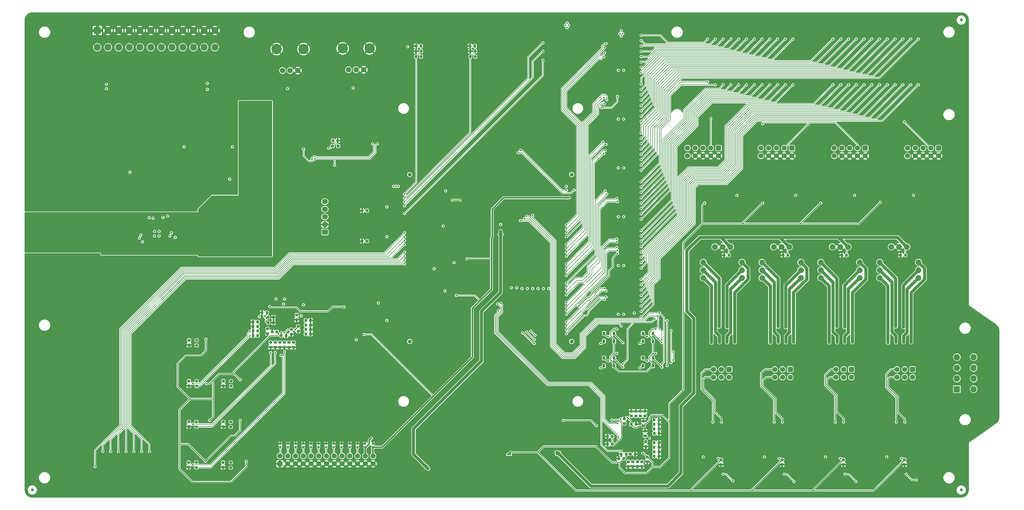
<source format=gbr>
%TF.GenerationSoftware,KiCad,Pcbnew,9.0.6-9.0.6~ubuntu24.04.1*%
%TF.CreationDate,2026-01-26T00:38:37+01:00*%
%TF.ProjectId,FPGA_Board_BA,46504741-5f42-46f6-9172-645f42412e6b,rev?*%
%TF.SameCoordinates,Original*%
%TF.FileFunction,Copper,L4,Bot*%
%TF.FilePolarity,Positive*%
%FSLAX46Y46*%
G04 Gerber Fmt 4.6, Leading zero omitted, Abs format (unit mm)*
G04 Created by KiCad (PCBNEW 9.0.6-9.0.6~ubuntu24.04.1) date 2026-01-26 00:38:37*
%MOMM*%
%LPD*%
G01*
G04 APERTURE LIST*
G04 Aperture macros list*
%AMRoundRect*
0 Rectangle with rounded corners*
0 $1 Rounding radius*
0 $2 $3 $4 $5 $6 $7 $8 $9 X,Y pos of 4 corners*
0 Add a 4 corners polygon primitive as box body*
4,1,4,$2,$3,$4,$5,$6,$7,$8,$9,$2,$3,0*
0 Add four circle primitives for the rounded corners*
1,1,$1+$1,$2,$3*
1,1,$1+$1,$4,$5*
1,1,$1+$1,$6,$7*
1,1,$1+$1,$8,$9*
0 Add four rect primitives between the rounded corners*
20,1,$1+$1,$2,$3,$4,$5,0*
20,1,$1+$1,$4,$5,$6,$7,0*
20,1,$1+$1,$6,$7,$8,$9,0*
20,1,$1+$1,$8,$9,$2,$3,0*%
G04 Aperture macros list end*
%TA.AperFunction,ComponentPad*%
%ADD10C,3.000000*%
%TD*%
%TA.AperFunction,ComponentPad*%
%ADD11C,1.890000*%
%TD*%
%TA.AperFunction,ComponentPad*%
%ADD12RoundRect,0.250000X-0.600000X0.600000X-0.600000X-0.600000X0.600000X-0.600000X0.600000X0.600000X0*%
%TD*%
%TA.AperFunction,ComponentPad*%
%ADD13C,1.700000*%
%TD*%
%TA.AperFunction,ComponentPad*%
%ADD14C,1.800000*%
%TD*%
%TA.AperFunction,ComponentPad*%
%ADD15C,3.400000*%
%TD*%
%TA.AperFunction,ComponentPad*%
%ADD16C,1.300000*%
%TD*%
%TA.AperFunction,ComponentPad*%
%ADD17RoundRect,0.250000X0.725000X-0.600000X0.725000X0.600000X-0.725000X0.600000X-0.725000X-0.600000X0*%
%TD*%
%TA.AperFunction,ComponentPad*%
%ADD18O,1.950000X1.700000*%
%TD*%
%TA.AperFunction,ComponentPad*%
%ADD19R,2.300000X2.300000*%
%TD*%
%TA.AperFunction,ComponentPad*%
%ADD20C,2.300000*%
%TD*%
%TA.AperFunction,ComponentPad*%
%ADD21R,2.100000X2.100000*%
%TD*%
%TA.AperFunction,ComponentPad*%
%ADD22C,2.100000*%
%TD*%
%TA.AperFunction,ComponentPad*%
%ADD23RoundRect,0.250000X0.600000X-0.600000X0.600000X0.600000X-0.600000X0.600000X-0.600000X-0.600000X0*%
%TD*%
%TA.AperFunction,SMDPad,CuDef*%
%ADD24RoundRect,0.200000X-0.200000X-0.275000X0.200000X-0.275000X0.200000X0.275000X-0.200000X0.275000X0*%
%TD*%
%TA.AperFunction,SMDPad,CuDef*%
%ADD25RoundRect,0.225000X-0.225000X-0.250000X0.225000X-0.250000X0.225000X0.250000X-0.225000X0.250000X0*%
%TD*%
%TA.AperFunction,SMDPad,CuDef*%
%ADD26RoundRect,0.225000X-0.225000X-0.375000X0.225000X-0.375000X0.225000X0.375000X-0.225000X0.375000X0*%
%TD*%
%TA.AperFunction,SMDPad,CuDef*%
%ADD27RoundRect,0.155000X0.155000X-0.212500X0.155000X0.212500X-0.155000X0.212500X-0.155000X-0.212500X0*%
%TD*%
%TA.AperFunction,SMDPad,CuDef*%
%ADD28C,1.000000*%
%TD*%
%TA.AperFunction,SMDPad,CuDef*%
%ADD29RoundRect,0.225000X0.250000X-0.225000X0.250000X0.225000X-0.250000X0.225000X-0.250000X-0.225000X0*%
%TD*%
%TA.AperFunction,SMDPad,CuDef*%
%ADD30RoundRect,0.225000X-0.250000X0.225000X-0.250000X-0.225000X0.250000X-0.225000X0.250000X0.225000X0*%
%TD*%
%TA.AperFunction,SMDPad,CuDef*%
%ADD31RoundRect,0.225000X0.225000X0.250000X-0.225000X0.250000X-0.225000X-0.250000X0.225000X-0.250000X0*%
%TD*%
%TA.AperFunction,SMDPad,CuDef*%
%ADD32RoundRect,0.200000X-0.275000X0.200000X-0.275000X-0.200000X0.275000X-0.200000X0.275000X0.200000X0*%
%TD*%
%TA.AperFunction,SMDPad,CuDef*%
%ADD33RoundRect,0.200000X0.200000X0.275000X-0.200000X0.275000X-0.200000X-0.275000X0.200000X-0.275000X0*%
%TD*%
%TA.AperFunction,SMDPad,CuDef*%
%ADD34RoundRect,0.237500X-0.250000X-0.237500X0.250000X-0.237500X0.250000X0.237500X-0.250000X0.237500X0*%
%TD*%
%TA.AperFunction,ViaPad*%
%ADD35C,0.600000*%
%TD*%
%TA.AperFunction,Conductor*%
%ADD36C,0.200000*%
%TD*%
%TA.AperFunction,Conductor*%
%ADD37C,0.250000*%
%TD*%
%TA.AperFunction,Conductor*%
%ADD38C,0.500000*%
%TD*%
%TA.AperFunction,Conductor*%
%ADD39C,1.000000*%
%TD*%
G04 APERTURE END LIST*
D10*
%TO.P,J3,1*%
%TO.N,/Main_DCDC/Vin*%
X42800000Y-128150000D03*
X60300000Y-128150000D03*
%TD*%
D11*
%TO.P,U43,1,In_1*%
%TO.N,/Current measure/Tamura_1/pin1*%
X276060000Y-137832512D03*
%TO.P,U43,2,In_2*%
%TO.N,/Current measure/Tamura_1/pin2*%
X276060000Y-140372512D03*
%TO.P,U43,3,In_3*%
%TO.N,/Current measure/Tamura_1/pin3*%
X276060000Y-142912512D03*
%TO.P,U43,4,Out_1*%
%TO.N,/Current measure/Tamura_1/pin4*%
X263360000Y-142912512D03*
%TO.P,U43,5,Out_2*%
%TO.N,/Current measure/Tamura_1/pin5*%
X263360000Y-140372512D03*
%TO.P,U43,6,Out_3*%
%TO.N,/Current measure/Tamura_1/pin6*%
X263360000Y-137832512D03*
%TO.P,U43,7,Vout*%
%TO.N,/ADC for Machine/Iin_a*%
X267170000Y-132752512D03*
%TO.P,U43,8,GND*%
%TO.N,GND*%
X269710000Y-132772512D03*
%TO.P,U43,9,5V*%
%TO.N,+5VA_2*%
X272250000Y-132752512D03*
%TD*%
D12*
%TO.P,J12,1,Pin_1*%
%TO.N,/CHB Communication/En-Err-circuit-1/Err*%
X268380000Y-100360000D03*
D13*
%TO.P,J12,2,Pin_2*%
%TO.N,GND*%
X268380000Y-102900000D03*
%TO.P,J12,3,Pin_3*%
%TO.N,/CHB Communication/Ph_A_Tx1_5V*%
X265840000Y-100360000D03*
%TO.P,J12,4,Pin_4*%
%TO.N,GND*%
X265840000Y-102900000D03*
%TO.P,J12,5,Pin_5*%
%TO.N,/CHB Communication/Level_shifter_Rx_En/B2*%
X263300000Y-100360000D03*
%TO.P,J12,6,Pin_6*%
%TO.N,GND*%
X263300000Y-102900000D03*
%TO.P,J12,7,Pin_7*%
%TO.N,/CHB Communication/En-Err-circuit-1/En_out*%
X260760000Y-100360000D03*
%TO.P,J12,8,Pin_8*%
%TO.N,GND*%
X260760000Y-102900000D03*
%TO.P,J12,9,Pin_9*%
%TO.N,+5V*%
X258220000Y-100360000D03*
%TO.P,J12,10,Pin_10*%
X258220000Y-102900000D03*
%TD*%
D12*
%TO.P,J5,1,Pin_1*%
%TO.N,/Current measure/Tamura_1/pin1*%
X271845000Y-172897500D03*
D13*
%TO.P,J5,2,Pin_2*%
%TO.N,/CHB to 3Ph/Ph_A2_out*%
X271845000Y-175437500D03*
%TO.P,J5,3,Pin_3*%
%TO.N,/Current measure/Tamura_1/pin1*%
X269305000Y-172897500D03*
%TO.P,J5,4,Pin_4*%
%TO.N,/CHB to 3Ph/Ph_A2_out*%
X269305000Y-175437500D03*
%TO.P,J5,5,Pin_5*%
%TO.N,/Current measure/Tamura_1/pin1*%
X266765000Y-172897500D03*
%TO.P,J5,6,Pin_6*%
%TO.N,/CHB to 3Ph/Ph_A2_out*%
X266765000Y-175437500D03*
%TD*%
D14*
%TO.P,R63,1,1*%
%TO.N,Net-(R61-Pad2)*%
X125662500Y-74954988D03*
%TO.P,R63,2,2*%
%TO.N,Net-(C57-Pad1)*%
X128162500Y-74954988D03*
%TO.P,R63,3,3*%
%TO.N,GND*%
X130662500Y-74954988D03*
D15*
%TO.P,R63,4,4*%
X123762500Y-67954988D03*
%TO.P,R63,5,5*%
X132562500Y-67954988D03*
%TD*%
D12*
%TO.P,J13,1,Pin_1*%
%TO.N,/CHB Communication/En-Err-circuit-2/Err*%
X292380000Y-100397500D03*
D13*
%TO.P,J13,2,Pin_2*%
%TO.N,GND*%
X292380000Y-102937500D03*
%TO.P,J13,3,Pin_3*%
%TO.N,/CHB Communication/Ph_B_Tx1_5V*%
X289840000Y-100397500D03*
%TO.P,J13,4,Pin_4*%
%TO.N,GND*%
X289840000Y-102937500D03*
%TO.P,J13,5,Pin_5*%
%TO.N,/CHB Communication/Level_shifter_Rx_En/B4*%
X287300000Y-100397500D03*
%TO.P,J13,6,Pin_6*%
%TO.N,GND*%
X287300000Y-102937500D03*
%TO.P,J13,7,Pin_7*%
%TO.N,/CHB Communication/En-Err-circuit-2/En_out*%
X284760000Y-100397500D03*
%TO.P,J13,8,Pin_8*%
%TO.N,GND*%
X284760000Y-102937500D03*
%TO.P,J13,9,Pin_9*%
%TO.N,+5V*%
X282220000Y-100397500D03*
%TO.P,J13,10,Pin_10*%
X282220000Y-102937500D03*
%TD*%
D11*
%TO.P,U31,1,In_1*%
%TO.N,/Current measure/Tamura_2/pin1*%
X295310000Y-137832512D03*
%TO.P,U31,2,In_2*%
%TO.N,/Current measure/Tamura_2/pin2*%
X295310000Y-140372512D03*
%TO.P,U31,3,In_3*%
%TO.N,/Current measure/Tamura_2/pin3*%
X295310000Y-142912512D03*
%TO.P,U31,4,Out_1*%
%TO.N,/Current measure/Tamura_2/pin4*%
X282610000Y-142912512D03*
%TO.P,U31,5,Out_2*%
%TO.N,/Current measure/Tamura_2/pin5*%
X282610000Y-140372512D03*
%TO.P,U31,6,Out_3*%
%TO.N,/Current measure/Tamura_2/pin6*%
X282610000Y-137832512D03*
%TO.P,U31,7,Vout*%
%TO.N,/ADC for Machine/Iin_b*%
X286420000Y-132752512D03*
%TO.P,U31,8,GND*%
%TO.N,GND*%
X288960000Y-132772512D03*
%TO.P,U31,9,5V*%
%TO.N,+5VA_2*%
X291500000Y-132752512D03*
%TD*%
D12*
%TO.P,J14,1,Pin_1*%
%TO.N,/CHB Communication/En-Err-circuit-3/Err*%
X316380000Y-100397500D03*
D13*
%TO.P,J14,2,Pin_2*%
%TO.N,GND*%
X316380000Y-102937500D03*
%TO.P,J14,3,Pin_3*%
%TO.N,/CHB Communication/Ph_C_Tx1_5V*%
X313840000Y-100397500D03*
%TO.P,J14,4,Pin_4*%
%TO.N,GND*%
X313840000Y-102937500D03*
%TO.P,J14,5,Pin_5*%
%TO.N,/CHB Communication/Level_shifter_Rx_En/B6*%
X311300000Y-100397500D03*
%TO.P,J14,6,Pin_6*%
%TO.N,GND*%
X311300000Y-102937500D03*
%TO.P,J14,7,Pin_7*%
%TO.N,/CHB Communication/En-Err-circuit-3/En_out*%
X308760000Y-100397500D03*
%TO.P,J14,8,Pin_8*%
%TO.N,GND*%
X308760000Y-102937500D03*
%TO.P,J14,9,Pin_9*%
%TO.N,+5V*%
X306220000Y-100397500D03*
%TO.P,J14,10,Pin_10*%
X306220000Y-102937500D03*
%TD*%
D16*
%TO.P,U2,81*%
%TO.N,N/C*%
X167300000Y-109045000D03*
X220300000Y-109045000D03*
%TO.P,U2,82*%
X167300000Y-163755000D03*
X220300000Y-163755000D03*
%TD*%
D10*
%TO.P,J4,1*%
%TO.N,GND*%
X42800000Y-140650000D03*
X60300000Y-140650000D03*
%TD*%
D12*
%TO.P,J7,1,Pin_1*%
%TO.N,/Current measure/Tamura_3/pin1*%
X311845000Y-172897500D03*
D13*
%TO.P,J7,2,Pin_2*%
%TO.N,/CHB to 3Ph/Ph_C2_out*%
X311845000Y-175437500D03*
%TO.P,J7,3,Pin_3*%
%TO.N,/Current measure/Tamura_3/pin1*%
X309305000Y-172897500D03*
%TO.P,J7,4,Pin_4*%
%TO.N,/CHB to 3Ph/Ph_C2_out*%
X309305000Y-175437500D03*
%TO.P,J7,5,Pin_5*%
%TO.N,/Current measure/Tamura_3/pin1*%
X306765000Y-172897500D03*
%TO.P,J7,6,Pin_6*%
%TO.N,/CHB to 3Ph/Ph_C2_out*%
X306765000Y-175437500D03*
%TD*%
D14*
%TO.P,R54,1,1*%
%TO.N,Net-(R52-Pad2)*%
X147267500Y-74709988D03*
%TO.P,R54,2,2*%
%TO.N,Net-(C54-Pad1)*%
X149767500Y-74709988D03*
%TO.P,R54,3,3*%
%TO.N,GND*%
X152267500Y-74709988D03*
D15*
%TO.P,R54,4,4*%
X145367500Y-67709988D03*
%TO.P,R54,5,5*%
X154167500Y-67709988D03*
%TD*%
D17*
%TO.P,J20,1,Pin_1*%
%TO.N,+5V_Zynq*%
X139550000Y-127900000D03*
D18*
%TO.P,J20,2,Pin_2*%
%TO.N,GND*%
X139550000Y-125400000D03*
%TO.P,J20,3,Pin_3*%
%TO.N,/Encoder/ENC_I_5V*%
X139550000Y-122900000D03*
%TO.P,J20,4,Pin_4*%
%TO.N,/Encoder/ENC_B_5V*%
X139550000Y-120400000D03*
%TO.P,J20,5,Pin_5*%
%TO.N,/Encoder/ENC_A_5V*%
X139550000Y-117900000D03*
%TD*%
D12*
%TO.P,J15,1,Pin_1*%
%TO.N,/CHB Communication/En-Err-circuit-4/Err*%
X340380000Y-100400000D03*
D13*
%TO.P,J15,2,Pin_2*%
%TO.N,GND*%
X340380000Y-102940000D03*
%TO.P,J15,3,Pin_3*%
%TO.N,/CHB Communication/Ph_D_Tx1_5V*%
X337840000Y-100400000D03*
%TO.P,J15,4,Pin_4*%
%TO.N,GND*%
X337840000Y-102940000D03*
%TO.P,J15,5,Pin_5*%
%TO.N,/CHB Communication/Level_shifter_Rx_En/B8*%
X335300000Y-100400000D03*
%TO.P,J15,6,Pin_6*%
%TO.N,GND*%
X335300000Y-102940000D03*
%TO.P,J15,7,Pin_7*%
%TO.N,/CHB Communication/En-Err-circuit-4/En_out*%
X332760000Y-100400000D03*
%TO.P,J15,8,Pin_8*%
%TO.N,GND*%
X332760000Y-102940000D03*
%TO.P,J15,9,Pin_9*%
%TO.N,+5V*%
X330220000Y-100400000D03*
%TO.P,J15,10,Pin_10*%
X330220000Y-102940000D03*
%TD*%
D11*
%TO.P,U37,1,In_1*%
%TO.N,/Current measure/Tamura_3/pin1*%
X314560000Y-137832512D03*
%TO.P,U37,2,In_2*%
%TO.N,/Current measure/Tamura_3/pin2*%
X314560000Y-140372512D03*
%TO.P,U37,3,In_3*%
%TO.N,/Current measure/Tamura_3/pin3*%
X314560000Y-142912512D03*
%TO.P,U37,4,Out_1*%
%TO.N,/Current measure/Tamura_3/pin4*%
X301860000Y-142912512D03*
%TO.P,U37,5,Out_2*%
%TO.N,/Current measure/Tamura_3/pin5*%
X301860000Y-140372512D03*
%TO.P,U37,6,Out_3*%
%TO.N,/Current measure/Tamura_3/pin6*%
X301860000Y-137832512D03*
%TO.P,U37,7,Vout*%
%TO.N,/ADC for Machine/Iin_c*%
X305670000Y-132752512D03*
%TO.P,U37,8,GND*%
%TO.N,GND*%
X308210000Y-132772512D03*
%TO.P,U37,9,5V*%
%TO.N,+5VA_2*%
X310750000Y-132752512D03*
%TD*%
%TO.P,U40,1,In_1*%
%TO.N,/Current measure/Tamura_4/pin1*%
X333810000Y-137832512D03*
%TO.P,U40,2,In_2*%
%TO.N,/Current measure/Tamura_4/pin2*%
X333810000Y-140372512D03*
%TO.P,U40,3,In_3*%
%TO.N,/Current measure/Tamura_4/pin3*%
X333810000Y-142912512D03*
%TO.P,U40,4,Out_1*%
%TO.N,/Current measure/Tamura_4/pin4*%
X321110000Y-142912512D03*
%TO.P,U40,5,Out_2*%
%TO.N,/Current measure/Tamura_4/pin5*%
X321110000Y-140372512D03*
%TO.P,U40,6,Out_3*%
%TO.N,/Current measure/Tamura_4/pin6*%
X321110000Y-137832512D03*
%TO.P,U40,7,Vout*%
%TO.N,/ADC for Machine/Iin_d*%
X324920000Y-132752512D03*
%TO.P,U40,8,GND*%
%TO.N,GND*%
X327460000Y-132772512D03*
%TO.P,U40,9,5V*%
%TO.N,+5VA_2*%
X330000000Y-132752512D03*
%TD*%
D12*
%TO.P,J6,1,Pin_1*%
%TO.N,/Current measure/Tamura_2/pin1*%
X291845000Y-172897500D03*
D13*
%TO.P,J6,2,Pin_2*%
%TO.N,/CHB to 3Ph/Ph_B2_out*%
X291845000Y-175437500D03*
%TO.P,J6,3,Pin_3*%
%TO.N,/Current measure/Tamura_2/pin1*%
X289305000Y-172897500D03*
%TO.P,J6,4,Pin_4*%
%TO.N,/CHB to 3Ph/Ph_B2_out*%
X289305000Y-175437500D03*
%TO.P,J6,5,Pin_5*%
%TO.N,/Current measure/Tamura_2/pin1*%
X286765000Y-172897500D03*
%TO.P,J6,6,Pin_6*%
%TO.N,/CHB to 3Ph/Ph_B2_out*%
X286765000Y-175437500D03*
%TD*%
D19*
%TO.P,J18,1*%
%TO.N,GND*%
X65050000Y-61850000D03*
D20*
%TO.P,J18,2*%
%TO.N,+5V*%
X65050000Y-67350000D03*
%TO.P,J18,3*%
%TO.N,GND*%
X68550000Y-61850000D03*
%TO.P,J18,4*%
%TO.N,+5V*%
X68550000Y-67350000D03*
%TO.P,J18,5*%
%TO.N,GND*%
X72050000Y-61850000D03*
%TO.P,J18,6*%
%TO.N,+5V*%
X72050000Y-67350000D03*
%TO.P,J18,7*%
%TO.N,GND*%
X75550000Y-61850000D03*
%TO.P,J18,8*%
%TO.N,+5V*%
X75550000Y-67350000D03*
%TO.P,J18,9*%
%TO.N,GND*%
X79050000Y-61850000D03*
%TO.P,J18,10*%
%TO.N,+5V*%
X79050000Y-67350000D03*
%TO.P,J18,11*%
%TO.N,GND*%
X82550000Y-61850000D03*
%TO.P,J18,12*%
%TO.N,+5V*%
X82550000Y-67350000D03*
%TO.P,J18,13*%
%TO.N,GND*%
X86050000Y-61850000D03*
%TO.P,J18,14*%
%TO.N,+5V*%
X86050000Y-67350000D03*
%TO.P,J18,15*%
%TO.N,GND*%
X89550000Y-61850000D03*
%TO.P,J18,16*%
%TO.N,+5V*%
X89550000Y-67350000D03*
%TO.P,J18,17*%
%TO.N,GND*%
X93050000Y-61850000D03*
%TO.P,J18,18*%
%TO.N,+5V*%
X93050000Y-67350000D03*
%TO.P,J18,19*%
%TO.N,GND*%
X96550000Y-61850000D03*
%TO.P,J18,20*%
%TO.N,+5V*%
X96550000Y-67350000D03*
%TO.P,J18,21*%
%TO.N,GND*%
X100050000Y-61850000D03*
%TO.P,J18,22*%
%TO.N,+5V*%
X100050000Y-67350000D03*
%TO.P,J18,23*%
%TO.N,GND*%
X103550000Y-61850000D03*
%TO.P,J18,24*%
%TO.N,+5V*%
X103550000Y-67350000D03*
%TD*%
D21*
%TO.P,J17,1,Pin_1*%
%TO.N,/CHB to 3Ph/Ph_A2_out*%
X346356000Y-179400000D03*
D22*
%TO.P,J17,2,Pin_3*%
%TO.N,/CHB to 3Ph/Ph_B2_out*%
X346356000Y-175900000D03*
%TO.P,J17,3,Pin_5*%
%TO.N,/CHB to 3Ph/Ph_C2_out*%
X346356000Y-172400000D03*
%TO.P,J17,4,Pin_7*%
%TO.N,/CHB to 3Ph/Ph_D2_out*%
X346356000Y-168900000D03*
%TO.P,J17,5,Pin_2*%
%TO.N,/Current measure/Tamura_1/pin4*%
X351856000Y-179400000D03*
%TO.P,J17,6,Pin_4*%
%TO.N,/Current measure/Tamura_2/pin4*%
X351856000Y-175900000D03*
%TO.P,J17,7,Pin_6*%
%TO.N,/Current measure/Tamura_3/pin4*%
X351856000Y-172400000D03*
%TO.P,J17,8,Pin_8*%
%TO.N,/Current measure/Tamura_4/pin4*%
X351856000Y-168900000D03*
%TD*%
D12*
%TO.P,J8,1,Pin_1*%
%TO.N,/Current measure/Tamura_4/pin1*%
X331845000Y-172897500D03*
D13*
%TO.P,J8,2,Pin_2*%
%TO.N,/CHB to 3Ph/Ph_D2_out*%
X331845000Y-175437500D03*
%TO.P,J8,3,Pin_3*%
%TO.N,/Current measure/Tamura_4/pin1*%
X329305000Y-172897500D03*
%TO.P,J8,4,Pin_4*%
%TO.N,/CHB to 3Ph/Ph_D2_out*%
X329305000Y-175437500D03*
%TO.P,J8,5,Pin_5*%
%TO.N,/Current measure/Tamura_4/pin1*%
X326765000Y-172897500D03*
%TO.P,J8,6,Pin_6*%
%TO.N,/CHB to 3Ph/Ph_D2_out*%
X326765000Y-175437500D03*
%TD*%
D23*
%TO.P,J9,1,Pin_1*%
%TO.N,GND*%
X124835000Y-203812500D03*
D13*
%TO.P,J9,2,Pin_2*%
%TO.N,/FPGA/Freepin10*%
X124835000Y-201272500D03*
%TO.P,J9,3,Pin_3*%
%TO.N,GND*%
X127375000Y-203812500D03*
%TO.P,J9,4,Pin_4*%
%TO.N,/FPGA/Freepin9*%
X127375000Y-201272500D03*
%TO.P,J9,5,Pin_5*%
%TO.N,GND*%
X129915000Y-203812500D03*
%TO.P,J9,6,Pin_6*%
%TO.N,/FPGA/Freepin8*%
X129915000Y-201272500D03*
%TO.P,J9,7,Pin_7*%
%TO.N,GND*%
X132455000Y-203812500D03*
%TO.P,J9,8,Pin_8*%
%TO.N,/FPGA/Freepin7*%
X132455000Y-201272500D03*
%TO.P,J9,9,Pin_9*%
%TO.N,GND*%
X134995000Y-203812500D03*
%TO.P,J9,10,Pin_10*%
%TO.N,/FPGA/Freepin6*%
X134995000Y-201272500D03*
%TO.P,J9,11,Pin_11*%
%TO.N,GND*%
X137535000Y-203812500D03*
%TO.P,J9,12,Pin_12*%
%TO.N,/FPGA/Freepin5*%
X137535000Y-201272500D03*
%TO.P,J9,13,Pin_13*%
%TO.N,GND*%
X140075000Y-203812500D03*
%TO.P,J9,14,Pin_14*%
%TO.N,/FPGA/Freepin4*%
X140075000Y-201272500D03*
%TO.P,J9,15,Pin_15*%
%TO.N,GND*%
X142615000Y-203812500D03*
%TO.P,J9,16,Pin_16*%
%TO.N,/FPGA/Freepin3*%
X142615000Y-201272500D03*
%TO.P,J9,17,Pin_17*%
%TO.N,GND*%
X145155000Y-203812500D03*
%TO.P,J9,18,Pin_18*%
%TO.N,/FPGA/Freepin2*%
X145155000Y-201272500D03*
%TO.P,J9,19,Pin_19*%
%TO.N,GND*%
X147695000Y-203812500D03*
%TO.P,J9,20,Pin_20*%
%TO.N,/FPGA/Freepin1*%
X147695000Y-201272500D03*
%TO.P,J9,21,Pin_21*%
%TO.N,GND*%
X150235000Y-203812500D03*
%TO.P,J9,22,Pin_22*%
%TO.N,+5V*%
X150235000Y-201272500D03*
%TO.P,J9,23,Pin_23*%
%TO.N,GND*%
X152775000Y-203812500D03*
%TO.P,J9,24,Pin_24*%
%TO.N,+3.3V*%
X152775000Y-201272500D03*
%TO.P,J9,25,Pin_25*%
%TO.N,GND*%
X155315000Y-203812500D03*
%TO.P,J9,26,Pin_26*%
%TO.N,+1V8*%
X155315000Y-201272500D03*
%TD*%
D24*
%TO.P,R6,1*%
%TO.N,Net-(U1-Ain8+)*%
X121041199Y-157601037D03*
%TO.P,R6,2*%
%TO.N,GND*%
X122691199Y-157601037D03*
%TD*%
D25*
%TO.P,C115,1*%
%TO.N,/ADC for B6/Diffamp_6/Ain-*%
X133275000Y-158325000D03*
%TO.P,C115,2*%
%TO.N,GND*%
X134825000Y-158325000D03*
%TD*%
%TO.P,C147,1*%
%TO.N,GND*%
X308722500Y-135465012D03*
%TO.P,C147,2*%
%TO.N,+5VA_2*%
X310272500Y-135465012D03*
%TD*%
D26*
%TO.P,D26,1,K*%
%TO.N,Net-(D26-K)*%
X230850000Y-161125000D03*
%TO.P,D26,2,A*%
%TO.N,/CHB Communication/En-Err-circuit-1/En_out*%
X234150000Y-161125000D03*
%TD*%
D27*
%TO.P,D23,1,A1*%
%TO.N,/FPGA/Freepin1*%
X147705000Y-198380000D03*
%TO.P,D23,2,A2*%
%TO.N,GND*%
X147705000Y-197245000D03*
%TD*%
D28*
%TO.P,fid2b,*%
%TO.N,*%
X347800000Y-212400000D03*
%TD*%
D29*
%TO.P,C43,1*%
%TO.N,/ADC for Machine/Diffamp5/Ain+*%
X239800000Y-188175000D03*
%TO.P,C43,2*%
%TO.N,GND*%
X239800000Y-186625000D03*
%TD*%
D30*
%TO.P,C108,1*%
%TO.N,/ADC for B6/Diffamp_5/Ain+*%
X123300000Y-164050000D03*
%TO.P,C108,2*%
%TO.N,GND*%
X123300000Y-165600000D03*
%TD*%
D25*
%TO.P,C28,1*%
%TO.N,/ADC for Machine/PHB_V+*%
X247275000Y-199900000D03*
%TO.P,C28,2*%
%TO.N,GND*%
X248825000Y-199900000D03*
%TD*%
D27*
%TO.P,D20,1,A1*%
%TO.N,/FPGA/Freepin4*%
X139955000Y-198380000D03*
%TO.P,D20,2,A2*%
%TO.N,GND*%
X139955000Y-197245000D03*
%TD*%
D25*
%TO.P,C37,1*%
%TO.N,/ADC for Machine/PHA_V+*%
X247275000Y-196900000D03*
%TO.P,C37,2*%
%TO.N,GND*%
X248825000Y-196900000D03*
%TD*%
%TO.P,C113,1*%
%TO.N,/ADC for B6/Diffamp_6/Ain+*%
X133275000Y-156825000D03*
%TO.P,C113,2*%
%TO.N,GND*%
X134825000Y-156825000D03*
%TD*%
D26*
%TO.P,D28,1,K*%
%TO.N,Net-(D28-K)*%
X230850000Y-171675000D03*
%TO.P,D28,2,A*%
%TO.N,+5V*%
X234150000Y-171675000D03*
%TD*%
D28*
%TO.P,fid3b,*%
%TO.N,*%
X347800000Y-58400000D03*
%TD*%
D25*
%TO.P,C14,1*%
%TO.N,GND*%
X122275000Y-160575000D03*
%TO.P,C14,2*%
%TO.N,Net-(U1-REFOUT3)*%
X123825000Y-160575000D03*
%TD*%
D29*
%TO.P,C45,1*%
%TO.N,/ADC for Machine/Diffamp5/Ain-*%
X241300000Y-188175000D03*
%TO.P,C45,2*%
%TO.N,GND*%
X241300000Y-186625000D03*
%TD*%
D27*
%TO.P,D15,1,A1*%
%TO.N,/FPGA/Freepin9*%
X127455000Y-198380000D03*
%TO.P,D15,2,A2*%
%TO.N,GND*%
X127455000Y-197245000D03*
%TD*%
D31*
%TO.P,C56,1*%
%TO.N,/FPGA/Button2*%
X188612500Y-66900000D03*
%TO.P,C56,2*%
%TO.N,GND*%
X187062500Y-66900000D03*
%TD*%
D30*
%TO.P,C69,1*%
%TO.N,GND*%
X237550000Y-189125000D03*
%TO.P,C69,2*%
%TO.N,Net-(U11-REFOUT1)*%
X237550000Y-190675000D03*
%TD*%
D29*
%TO.P,C80,1*%
%TO.N,/ADC for Machine/Diffamp6/Ain-*%
X244300000Y-188175000D03*
%TO.P,C80,2*%
%TO.N,GND*%
X244300000Y-186625000D03*
%TD*%
D25*
%TO.P,C103,1*%
%TO.N,/ADC for B6/Diffamp_4/Ain+*%
X133275000Y-159825000D03*
%TO.P,C103,2*%
%TO.N,GND*%
X134825000Y-159825000D03*
%TD*%
D30*
%TO.P,C34,1*%
%TO.N,/ADC for Machine/PHD_V+*%
X240300000Y-203125000D03*
%TO.P,C34,2*%
%TO.N,GND*%
X240300000Y-204675000D03*
%TD*%
D27*
%TO.P,D22,1,A1*%
%TO.N,/FPGA/Freepin2*%
X144955000Y-198380000D03*
%TO.P,D22,2,A2*%
%TO.N,GND*%
X144955000Y-197245000D03*
%TD*%
D25*
%TO.P,C30,1*%
%TO.N,/ADC for Machine/PHB_V-*%
X247275000Y-201400000D03*
%TO.P,C30,2*%
%TO.N,GND*%
X248825000Y-201400000D03*
%TD*%
D24*
%TO.P,R221,1*%
%TO.N,GND*%
X151725000Y-130865523D03*
%TO.P,R221,2*%
%TO.N,Net-(U36-DIR)*%
X153375000Y-130865523D03*
%TD*%
D31*
%TO.P,C100,1*%
%TO.N,/ADC for B6/Diffamp_3/Ain-*%
X117575000Y-160325000D03*
%TO.P,C100,2*%
%TO.N,GND*%
X116025000Y-160325000D03*
%TD*%
%TO.P,C55,1*%
%TO.N,/FPGA/Button1*%
X170975000Y-66900000D03*
%TO.P,C55,2*%
%TO.N,GND*%
X169425000Y-66900000D03*
%TD*%
D32*
%TO.P,R124,1*%
%TO.N,Net-(U22B--)*%
X108760000Y-190075000D03*
%TO.P,R124,2*%
%TO.N,Net-(U22A--)*%
X108760000Y-191725000D03*
%TD*%
D25*
%TO.P,C88,1*%
%TO.N,/ADC for Machine/Diffamp8/Ain+*%
X247275000Y-192400000D03*
%TO.P,C88,2*%
%TO.N,GND*%
X248825000Y-192400000D03*
%TD*%
%TO.P,C66,1*%
%TO.N,+5VA*%
X239775000Y-190900000D03*
%TO.P,C66,2*%
%TO.N,GND*%
X241325000Y-190900000D03*
%TD*%
D29*
%TO.P,C71,1*%
%TO.N,GND*%
X244550000Y-198175000D03*
%TO.P,C71,2*%
%TO.N,Net-(U11-REFOUT3)*%
X244550000Y-196625000D03*
%TD*%
%TO.P,C73,1*%
%TO.N,GND*%
X269205000Y-204071930D03*
%TO.P,C73,2*%
%TO.N,+5VA*%
X269205000Y-202521930D03*
%TD*%
D30*
%TO.P,C122,1*%
%TO.N,+5VA*%
X94972579Y-203413010D03*
%TO.P,C122,2*%
%TO.N,GND*%
X94972579Y-204963010D03*
%TD*%
D29*
%TO.P,C41,1*%
%TO.N,GND*%
X309205000Y-204071930D03*
%TO.P,C41,2*%
%TO.N,+5VA*%
X309205000Y-202521930D03*
%TD*%
D30*
%TO.P,C93,1*%
%TO.N,/ADC for B6/Diffamp_2/Ain+*%
X129300000Y-164050000D03*
%TO.P,C93,2*%
%TO.N,GND*%
X129300000Y-165600000D03*
%TD*%
%TO.P,C58,1*%
%TO.N,+5VA*%
X245050000Y-201625000D03*
%TO.P,C58,2*%
%TO.N,GND*%
X245050000Y-203175000D03*
%TD*%
D29*
%TO.P,C40,1*%
%TO.N,GND*%
X289205000Y-204071930D03*
%TO.P,C40,2*%
%TO.N,+5VA*%
X289205000Y-202521930D03*
%TD*%
D31*
%TO.P,C60,1*%
%TO.N,+5VA*%
X238075000Y-200650000D03*
%TO.P,C60,2*%
%TO.N,GND*%
X236525000Y-200650000D03*
%TD*%
D24*
%TO.P,R110,1*%
%TO.N,Net-(U1-Ain8-)*%
X121041199Y-155851037D03*
%TO.P,R110,2*%
%TO.N,GND*%
X122691199Y-155851037D03*
%TD*%
D33*
%TO.P,R59,1*%
%TO.N,Net-(R59-Pad1)*%
X188775000Y-70400000D03*
%TO.P,R59,2*%
%TO.N,/FPGA/Button2*%
X187125000Y-70400000D03*
%TD*%
D31*
%TO.P,C67,1*%
%TO.N,+1V8*%
X233575000Y-197400000D03*
%TO.P,C67,2*%
%TO.N,GND*%
X232025000Y-197400000D03*
%TD*%
D29*
%TO.P,C78,1*%
%TO.N,/ADC for Machine/Diffamp6/Ain+*%
X242800000Y-188175000D03*
%TO.P,C78,2*%
%TO.N,GND*%
X242800000Y-186625000D03*
%TD*%
D27*
%TO.P,D4,1,A1*%
%TO.N,+1V8*%
X155205000Y-198380000D03*
%TO.P,D4,2,A2*%
%TO.N,GND*%
X155205000Y-197245000D03*
%TD*%
D26*
%TO.P,D29,2,A*%
%TO.N,/CHB Communication/En-Err-circuit-3/En_out*%
X246900000Y-161125000D03*
%TO.P,D29,1,K*%
%TO.N,Net-(D29-K)*%
X243600000Y-161125000D03*
%TD*%
D30*
%TO.P,C118,1*%
%TO.N,/ADC for B6/Diffamp_7/Ain+*%
X126300000Y-164050000D03*
%TO.P,C118,2*%
%TO.N,GND*%
X126300000Y-165600000D03*
%TD*%
D26*
%TO.P,D31,1,K*%
%TO.N,Net-(D31-K)*%
X243600000Y-169125000D03*
%TO.P,D31,2,A*%
%TO.N,/CHB Communication/En-Err-circuit-4/En_out*%
X246900000Y-169125000D03*
%TD*%
D25*
%TO.P,C85,1*%
%TO.N,/ADC for Machine/Diffamp7/Ain-*%
X247275000Y-190900000D03*
%TO.P,C85,2*%
%TO.N,GND*%
X248825000Y-190900000D03*
%TD*%
D31*
%TO.P,C98,1*%
%TO.N,/ADC for B6/Diffamp_3/Ain+*%
X117575000Y-161825000D03*
%TO.P,C98,2*%
%TO.N,GND*%
X116025000Y-161825000D03*
%TD*%
D26*
%TO.P,D27,1,K*%
%TO.N,Net-(D27-K)*%
X230850000Y-169125000D03*
%TO.P,D27,2,A*%
%TO.N,/CHB Communication/En-Err-circuit-2/En_out*%
X234150000Y-169125000D03*
%TD*%
D32*
%TO.P,R133,1*%
%TO.N,Net-(U23B--)*%
X97510000Y-190075000D03*
%TO.P,R133,2*%
%TO.N,Net-(U23A--)*%
X97510000Y-191725000D03*
%TD*%
D25*
%TO.P,C152,1*%
%TO.N,GND*%
X327972500Y-135465012D03*
%TO.P,C152,2*%
%TO.N,+5VA_2*%
X329522500Y-135465012D03*
%TD*%
D31*
%TO.P,C72,1*%
%TO.N,GND*%
X241075000Y-200650000D03*
%TO.P,C72,2*%
%TO.N,Net-(U11-REFOUT4)*%
X239525000Y-200650000D03*
%TD*%
D26*
%TO.P,D25,1,K*%
%TO.N,Net-(D25-K)*%
X230850000Y-163675000D03*
%TO.P,D25,2,A*%
%TO.N,+5V*%
X234150000Y-163675000D03*
%TD*%
D25*
%TO.P,C105,1*%
%TO.N,/ADC for B6/Diffamp_4/Ain-*%
X133275000Y-161325000D03*
%TO.P,C105,2*%
%TO.N,GND*%
X134825000Y-161325000D03*
%TD*%
D27*
%TO.P,D1,1,A1*%
%TO.N,+5V*%
X150205000Y-198380000D03*
%TO.P,D1,2,A2*%
%TO.N,GND*%
X150205000Y-197245000D03*
%TD*%
%TO.P,D16,1,A1*%
%TO.N,/FPGA/Freepin8*%
X129955000Y-198380000D03*
%TO.P,D16,2,A2*%
%TO.N,GND*%
X129955000Y-197245000D03*
%TD*%
%TO.P,D17,1,A1*%
%TO.N,/FPGA/Freepin7*%
X132455000Y-198380000D03*
%TO.P,D17,2,A2*%
%TO.N,GND*%
X132455000Y-197245000D03*
%TD*%
D26*
%TO.P,D32,1,K*%
%TO.N,Net-(D32-K)*%
X243600000Y-171675000D03*
%TO.P,D32,2,A*%
%TO.N,+5V*%
X246900000Y-171675000D03*
%TD*%
D25*
%TO.P,C39,1*%
%TO.N,/ADC for Machine/PHA_V-*%
X247275000Y-198400000D03*
%TO.P,C39,2*%
%TO.N,GND*%
X248825000Y-198400000D03*
%TD*%
D27*
%TO.P,D21,1,A1*%
%TO.N,/FPGA/Freepin3*%
X142455000Y-198380000D03*
%TO.P,D21,2,A2*%
%TO.N,GND*%
X142455000Y-197245000D03*
%TD*%
D31*
%TO.P,C160,1*%
%TO.N,/ADC for B6/Diffamp_1/Ain-*%
X117575000Y-157325000D03*
%TO.P,C160,2*%
%TO.N,GND*%
X116025000Y-157325000D03*
%TD*%
D32*
%TO.P,R142,1*%
%TO.N,Net-(U24B--)*%
X108720000Y-203425000D03*
%TO.P,R142,2*%
%TO.N,Net-(U24A--)*%
X108720000Y-205075000D03*
%TD*%
%TO.P,R115,1*%
%TO.N,Net-(U21B--)*%
X97550000Y-176725000D03*
%TO.P,R115,2*%
%TO.N,Net-(U21A--)*%
X97550000Y-178375000D03*
%TD*%
D25*
%TO.P,C83,1*%
%TO.N,/ADC for Machine/Diffamp7/Ain+*%
X247275000Y-189400000D03*
%TO.P,C83,2*%
%TO.N,GND*%
X248825000Y-189400000D03*
%TD*%
D30*
%TO.P,C112,1*%
%TO.N,+5VA*%
X95012579Y-190063010D03*
%TO.P,C112,2*%
%TO.N,GND*%
X95012579Y-191613010D03*
%TD*%
D33*
%TO.P,R60,1*%
%TO.N,/FPGA/Button2*%
X188775000Y-68650000D03*
%TO.P,R60,2*%
%TO.N,GND*%
X187125000Y-68650000D03*
%TD*%
D30*
%TO.P,C70,1*%
%TO.N,GND*%
X244300000Y-193125000D03*
%TO.P,C70,2*%
%TO.N,Net-(U11-REFOUT2)*%
X244300000Y-194675000D03*
%TD*%
D29*
%TO.P,C64,1*%
%TO.N,+5VA*%
X243800000Y-191425000D03*
%TO.P,C64,2*%
%TO.N,GND*%
X243800000Y-189875000D03*
%TD*%
D30*
%TO.P,C36,1*%
%TO.N,/ADC for Machine/PHD_V-*%
X238800000Y-203125000D03*
%TO.P,C36,2*%
%TO.N,GND*%
X238800000Y-204675000D03*
%TD*%
D29*
%TO.P,C13,1*%
%TO.N,GND*%
X128550000Y-161370000D03*
%TO.P,C13,2*%
%TO.N,Net-(U1-REFOUT2)*%
X128550000Y-159820000D03*
%TD*%
D27*
%TO.P,D14,1,A1*%
%TO.N,/FPGA/Freepin10*%
X124955000Y-198380000D03*
%TO.P,D14,2,A2*%
%TO.N,GND*%
X124955000Y-197245000D03*
%TD*%
D33*
%TO.P,R56,1*%
%TO.N,Net-(R56-Pad1)*%
X171025000Y-70400000D03*
%TO.P,R56,2*%
%TO.N,/FPGA/Button1*%
X169375000Y-70400000D03*
%TD*%
D30*
%TO.P,C102,1*%
%TO.N,+5VA*%
X95052579Y-176713010D03*
%TO.P,C102,2*%
%TO.N,GND*%
X95052579Y-178263010D03*
%TD*%
D29*
%TO.P,C42,1*%
%TO.N,GND*%
X329205000Y-204071930D03*
%TO.P,C42,2*%
%TO.N,+5VA*%
X329205000Y-202521930D03*
%TD*%
D31*
%TO.P,C158,1*%
%TO.N,/ADC for B6/Diffamp_1/Ain+*%
X117575000Y-158825000D03*
%TO.P,C158,2*%
%TO.N,GND*%
X116025000Y-158825000D03*
%TD*%
D32*
%TO.P,R151,1*%
%TO.N,Net-(U25B--)*%
X97470000Y-203425000D03*
%TO.P,R151,2*%
%TO.N,Net-(U25A--)*%
X97470000Y-205075000D03*
%TD*%
D26*
%TO.P,D30,1,K*%
%TO.N,Net-(D30-K)*%
X243600000Y-163675000D03*
%TO.P,D30,2,A*%
%TO.N,+5V*%
X246900000Y-163675000D03*
%TD*%
D25*
%TO.P,C11,1*%
%TO.N,REFOUT_B6*%
X125275000Y-161825000D03*
%TO.P,C11,2*%
%TO.N,GND*%
X126825000Y-161825000D03*
%TD*%
D30*
%TO.P,C162,1*%
%TO.N,+5VA*%
X95092579Y-163363010D03*
%TO.P,C162,2*%
%TO.N,GND*%
X95092579Y-164913010D03*
%TD*%
D27*
%TO.P,D19,1,A1*%
%TO.N,/FPGA/Freepin5*%
X137455000Y-198380000D03*
%TO.P,D19,2,A2*%
%TO.N,GND*%
X137455000Y-197245000D03*
%TD*%
D30*
%TO.P,C120,1*%
%TO.N,/ADC for B6/Diffamp_7/Ain-*%
X124800000Y-164050000D03*
%TO.P,C120,2*%
%TO.N,GND*%
X124800000Y-165600000D03*
%TD*%
D25*
%TO.P,C15,1*%
%TO.N,GND*%
X119025000Y-154325000D03*
%TO.P,C15,2*%
%TO.N,Net-(U1-REFOUT4)*%
X120575000Y-154325000D03*
%TD*%
%TO.P,C90,1*%
%TO.N,/ADC for Machine/Diffamp8/Ain-*%
X247300000Y-193900000D03*
%TO.P,C90,2*%
%TO.N,GND*%
X248850000Y-193900000D03*
%TD*%
D31*
%TO.P,C62,1*%
%TO.N,+5VA*%
X237325000Y-202150000D03*
%TO.P,C62,2*%
%TO.N,GND*%
X235775000Y-202150000D03*
%TD*%
D25*
%TO.P,C165,1*%
%TO.N,Net-(C165-Pad1)*%
X142187130Y-97900000D03*
%TO.P,C165,2*%
%TO.N,GND*%
X143737130Y-97900000D03*
%TD*%
D30*
%TO.P,C95,1*%
%TO.N,/ADC for B6/Diffamp_2/Ain-*%
X127800000Y-164050000D03*
%TO.P,C95,2*%
%TO.N,GND*%
X127800000Y-165600000D03*
%TD*%
%TO.P,C107,1*%
%TO.N,+5VA*%
X106262579Y-190063010D03*
%TO.P,C107,2*%
%TO.N,GND*%
X106262579Y-191613010D03*
%TD*%
D29*
%TO.P,C12,1*%
%TO.N,GND*%
X130300000Y-156600000D03*
%TO.P,C12,2*%
%TO.N,Net-(U1-REFOUT1)*%
X130300000Y-155050000D03*
%TD*%
D30*
%TO.P,C33,1*%
%TO.N,/ADC for Machine/PHC_V-*%
X241800000Y-203125000D03*
%TO.P,C33,2*%
%TO.N,GND*%
X241800000Y-204675000D03*
%TD*%
D27*
%TO.P,D18,1,A1*%
%TO.N,/FPGA/Freepin6*%
X134955000Y-198380000D03*
%TO.P,D18,2,A2*%
%TO.N,GND*%
X134955000Y-197245000D03*
%TD*%
D25*
%TO.P,C157,1*%
%TO.N,GND*%
X270222500Y-135465012D03*
%TO.P,C157,2*%
%TO.N,+5VA_2*%
X271772500Y-135465012D03*
%TD*%
D30*
%TO.P,C110,1*%
%TO.N,/ADC for B6/Diffamp_5/Ain-*%
X121800000Y-164050000D03*
%TO.P,C110,2*%
%TO.N,GND*%
X121800000Y-165600000D03*
%TD*%
D31*
%TO.P,C59,1*%
%TO.N,+1V8*%
X233570000Y-194815012D03*
%TO.P,C59,2*%
%TO.N,GND*%
X232020000Y-194815012D03*
%TD*%
D33*
%TO.P,R57,1*%
%TO.N,/FPGA/Button1*%
X171025000Y-68650000D03*
%TO.P,R57,2*%
%TO.N,GND*%
X169375000Y-68650000D03*
%TD*%
D28*
%TO.P,fid1b,*%
%TO.N,*%
X43800000Y-212400000D03*
%TD*%
D30*
%TO.P,C31,1*%
%TO.N,/ADC for Machine/PHC_V+*%
X243300000Y-203125000D03*
%TO.P,C31,2*%
%TO.N,GND*%
X243300000Y-204675000D03*
%TD*%
D25*
%TO.P,C136,1*%
%TO.N,GND*%
X289472500Y-135465012D03*
%TO.P,C136,2*%
%TO.N,+5VA_2*%
X291022500Y-135465012D03*
%TD*%
D24*
%TO.P,R241,1*%
%TO.N,GND*%
X151725000Y-120865523D03*
%TO.P,R241,2*%
%TO.N,Net-(U42-DIR)*%
X153375000Y-120865523D03*
%TD*%
D32*
%TO.P,R249,1*%
%TO.N,Net-(U44B--)*%
X97590000Y-163375000D03*
%TO.P,R249,2*%
%TO.N,Net-(U44A--)*%
X97590000Y-165025000D03*
%TD*%
D30*
%TO.P,C7,1*%
%TO.N,+5VA*%
X130800000Y-158800000D03*
%TO.P,C7,2*%
%TO.N,GND*%
X130800000Y-160350000D03*
%TD*%
D34*
%TO.P,R117,1*%
%TO.N,Net-(U4-VCC)*%
X142049630Y-99650000D03*
%TO.P,R117,2*%
%TO.N,Net-(C165-Pad1)*%
X143874630Y-99650000D03*
%TD*%
D30*
%TO.P,C9,1*%
%TO.N,+5VA*%
X120800000Y-159575000D03*
%TO.P,C9,2*%
%TO.N,GND*%
X120800000Y-161125000D03*
%TD*%
D27*
%TO.P,D3,1,A1*%
%TO.N,+3.3V*%
X152705000Y-198380000D03*
%TO.P,D3,2,A2*%
%TO.N,GND*%
X152705000Y-197245000D03*
%TD*%
D32*
%TO.P,R106,1*%
%TO.N,Net-(U20B--)*%
X108800000Y-176725000D03*
%TO.P,R106,2*%
%TO.N,Net-(U20A--)*%
X108800000Y-178375000D03*
%TD*%
D30*
%TO.P,C97,1*%
%TO.N,+5VA*%
X106302579Y-176713010D03*
%TO.P,C97,2*%
%TO.N,GND*%
X106302579Y-178263010D03*
%TD*%
%TO.P,C117,1*%
%TO.N,+5VA*%
X106222579Y-203413010D03*
%TO.P,C117,2*%
%TO.N,GND*%
X106222579Y-204963010D03*
%TD*%
D35*
%TO.N,GND*%
X140050000Y-69900000D03*
X165550000Y-197150000D03*
X166550000Y-205400000D03*
X72800000Y-148900000D03*
X213300000Y-184400000D03*
X209550000Y-180650000D03*
X204300000Y-175650000D03*
X199300000Y-171150000D03*
X44050000Y-119400000D03*
X44050000Y-110400000D03*
X42050000Y-113650000D03*
X42050000Y-115900000D03*
X124800000Y-110400000D03*
X127050000Y-113650000D03*
X127050000Y-116400000D03*
X124800000Y-118900000D03*
%TO.N,*%
X240800000Y-154400000D03*
%TO.N,GND*%
X193800000Y-148650000D03*
X192050000Y-147150000D03*
X190050000Y-144150000D03*
X186550000Y-114400000D03*
X189800000Y-117400000D03*
X282800000Y-198400000D03*
X262800000Y-198650000D03*
X264300000Y-209150000D03*
X277800000Y-210400000D03*
X283550000Y-210650000D03*
X297300000Y-211400000D03*
X303300000Y-210900000D03*
X318050000Y-211150000D03*
X329050000Y-212900000D03*
X295300000Y-103400000D03*
X319550000Y-102400000D03*
X296800000Y-84150000D03*
X294800000Y-84150000D03*
X297550000Y-70400000D03*
X295300000Y-70400000D03*
X197300000Y-158650000D03*
X203550000Y-137900000D03*
X204800000Y-136650000D03*
X202050000Y-138900000D03*
X200300000Y-140150000D03*
X206300000Y-126400000D03*
X211050000Y-124900000D03*
X214300000Y-127650000D03*
X220800000Y-105150000D03*
X233300000Y-78900000D03*
X240550000Y-79900000D03*
X229800000Y-73650000D03*
X225050000Y-77400000D03*
X220050000Y-82400000D03*
X209550000Y-74900000D03*
X190300000Y-96150000D03*
X185550000Y-87650000D03*
X185800000Y-82400000D03*
X167800000Y-80400000D03*
X167800000Y-83400000D03*
X170550000Y-83400000D03*
X170800000Y-80650000D03*
X126050000Y-134650000D03*
X123050000Y-137900000D03*
X143050000Y-133650000D03*
X138300000Y-133650000D03*
X147050000Y-140650000D03*
X138050000Y-140900000D03*
X130300000Y-141400000D03*
X81800000Y-148150000D03*
X84300000Y-145650000D03*
X89800000Y-149400000D03*
X93300000Y-146400000D03*
X110300000Y-158150000D03*
X90800000Y-166650000D03*
X90800000Y-184400000D03*
X90050000Y-178900000D03*
X89300000Y-170900000D03*
X123800000Y-186650000D03*
X130050000Y-180650000D03*
X140550000Y-170150000D03*
X124050000Y-180150000D03*
X202800000Y-201900000D03*
X202550000Y-198150000D03*
X218800000Y-196900000D03*
X219050000Y-199650000D03*
X221300000Y-209900000D03*
X257050000Y-208650000D03*
X254550000Y-206150000D03*
X252300000Y-204400000D03*
X254550000Y-199650000D03*
X254300000Y-196900000D03*
X254550000Y-193400000D03*
X254800000Y-190150000D03*
X250550000Y-186650000D03*
X253800000Y-184900000D03*
X255550000Y-182900000D03*
X258050000Y-180400000D03*
X258800000Y-163400000D03*
X258800000Y-167900000D03*
X258800000Y-172900000D03*
X258800000Y-158150000D03*
X255800000Y-173150000D03*
X254300000Y-177400000D03*
X254300000Y-173400000D03*
X250300000Y-174900000D03*
X220300000Y-172150000D03*
X215300000Y-168900000D03*
X223550000Y-171400000D03*
X223050000Y-169150000D03*
X219800000Y-166900000D03*
X216550000Y-163400000D03*
X211300000Y-161650000D03*
X208550000Y-165400000D03*
X204300000Y-164400000D03*
X217550000Y-174400000D03*
X213800000Y-176400000D03*
X216050000Y-181150000D03*
X192800000Y-154900000D03*
X190550000Y-151900000D03*
X189300000Y-159900000D03*
X186300000Y-156900000D03*
%TO.N,Net-(U1-REFOUT1)*%
X130426460Y-155122069D03*
%TO.N,Net-(R258-Pad2)*%
X329800000Y-207260064D03*
X333050000Y-209150000D03*
%TO.N,Net-(R237-Pad2)*%
X309800000Y-207260064D03*
X313300000Y-209650000D03*
%TO.N,Net-(R162-Pad2)*%
X293050000Y-209650000D03*
X289800000Y-207260064D03*
%TO.N,GND*%
X268355032Y-204705032D03*
%TO.N,Net-(R144-Pad2)*%
X273050000Y-209400000D03*
X269800000Y-207260064D03*
%TO.N,Net-(U11-REFOUT4)*%
X239024999Y-200541117D03*
%TO.N,/ADC for B6/Level Shift for DIO/B1*%
X121496250Y-152283326D03*
%TO.N,Net-(U1-REFOUT4)*%
X119734313Y-155509313D03*
%TO.N,Net-(U1-Ain8-)*%
X120300000Y-156075000D03*
%TO.N,Net-(U1-Ain8+)*%
X120300000Y-157075000D03*
%TO.N,Net-(U1-REFOUT3)*%
X124300000Y-161200000D03*
%TO.N,REFOUT_B6*%
X125275000Y-160900000D03*
%TO.N,Net-(U1-REFOUT2)*%
X126300000Y-160900000D03*
%TO.N,+5VA*%
X238550000Y-188650000D03*
X243550000Y-191150000D03*
%TO.N,Net-(U11-REFOUT2)*%
X244800000Y-194650000D03*
%TO.N,Net-(U11-REFOUT3)*%
X244550000Y-196281262D03*
%TO.N,Net-(U11-REFOUT1)*%
X236300000Y-189150000D03*
%TO.N,GND*%
X85300000Y-129150000D03*
X85300000Y-127650000D03*
X83800000Y-127650000D03*
X83800000Y-129150000D03*
%TO.N,/Main_DCDC/Leg-2/Gate_H*%
X108395000Y-110590012D03*
%TO.N,GND*%
X179050000Y-120150000D03*
X264550000Y-88900000D03*
X264550000Y-90650000D03*
%TO.N,/Main_DCDC/Vin*%
X78550000Y-128150000D03*
%TO.N,GND*%
X88050000Y-122650000D03*
X82050000Y-123150000D03*
X224550000Y-168900000D03*
X223050000Y-174900000D03*
X224550000Y-172400000D03*
X227800000Y-209400000D03*
X226550000Y-213900000D03*
X223300000Y-211150000D03*
X230300000Y-159400000D03*
%TO.N,+3.3V*%
X159800000Y-156900000D03*
%TO.N,+5VA*%
X131775000Y-155325000D03*
%TO.N,/Main_DCDC/Vin*%
X88050000Y-134875000D03*
X79050000Y-134900000D03*
%TO.N,/Main_DCDC/Comp1*%
X90550000Y-129650000D03*
X79859988Y-131090012D03*
%TO.N,/Main_DCDC/Leg-1/Gate_L*%
X83320000Y-123340012D03*
%TO.N,/Main_DCDC/Leg-2/Gate_L*%
X86570000Y-123090012D03*
%TO.N,GND*%
X208050000Y-154400000D03*
X207050000Y-156650000D03*
X216050000Y-156650000D03*
X216050000Y-154400000D03*
%TO.N,+3.3V*%
X178300000Y-125900000D03*
X181800000Y-137900000D03*
X178800000Y-147150000D03*
X212800000Y-146400000D03*
X211050000Y-146400000D03*
X209300000Y-146400000D03*
X207550000Y-146400000D03*
X205800000Y-146400000D03*
X204050000Y-146400000D03*
X202300000Y-146150000D03*
X200550000Y-146150000D03*
%TO.N,GND*%
X248550000Y-166150000D03*
X246050000Y-186900000D03*
X239550000Y-174900000D03*
X246050000Y-156400000D03*
X243300000Y-159150000D03*
X249800000Y-159150000D03*
X252300000Y-158900000D03*
X249800000Y-65400000D03*
X258300000Y-64900000D03*
X260800000Y-81150000D03*
X256800000Y-83400000D03*
X276550000Y-126650000D03*
X275550000Y-123150000D03*
X320550000Y-123650000D03*
X281800000Y-122650000D03*
X295300000Y-121900000D03*
X300800000Y-123400000D03*
X316050000Y-117900000D03*
X314550000Y-110900000D03*
X323300000Y-110400000D03*
X304300000Y-110900000D03*
X296300000Y-111650000D03*
X292800000Y-112150000D03*
X277800000Y-113150000D03*
X281550000Y-113150000D03*
X284800000Y-111900000D03*
X251550000Y-196400000D03*
%TO.N,REFOUT_M*%
X245775000Y-195400000D03*
%TO.N,GND*%
X195800000Y-185400000D03*
X195550000Y-103150000D03*
X180800000Y-190400000D03*
X95012579Y-191613010D03*
X120300000Y-150900000D03*
X215800000Y-90400000D03*
X195800000Y-130400000D03*
X195050000Y-95650000D03*
X320800000Y-58400000D03*
X196550000Y-92150000D03*
X196050000Y-111650000D03*
X161050000Y-80650000D03*
X195800000Y-60400000D03*
X125050000Y-156325000D03*
X160800000Y-70400000D03*
X215800000Y-80400000D03*
X161300000Y-86150000D03*
X192300000Y-167400000D03*
X185050000Y-147150000D03*
X133800000Y-80900000D03*
X330800000Y-58400000D03*
X223300000Y-188400000D03*
X56800000Y-150400000D03*
X283300000Y-195260064D03*
X209800000Y-213400000D03*
X192800000Y-170150000D03*
X270800000Y-58400000D03*
X240800000Y-60400000D03*
X77550000Y-174400000D03*
X226800000Y-186900000D03*
X161050000Y-139400000D03*
X239800000Y-127650000D03*
X77300000Y-183150000D03*
X311300000Y-98150000D03*
X345800000Y-140400000D03*
X213300000Y-192900000D03*
X236800000Y-86150000D03*
X232300000Y-181400000D03*
X80800000Y-164650000D03*
X158300000Y-187400000D03*
X199300000Y-99400000D03*
X246050000Y-209150000D03*
X71550000Y-182900000D03*
X255800000Y-134400000D03*
X269050000Y-97650000D03*
X210800000Y-85400000D03*
X233550000Y-127900000D03*
X98590000Y-166874000D03*
X212800000Y-102900000D03*
X200800000Y-102400000D03*
X225800000Y-60400000D03*
X147300000Y-112150000D03*
X148550000Y-82900000D03*
X196550000Y-93650000D03*
X249800000Y-208400000D03*
X288300000Y-204760064D03*
X116300000Y-173400000D03*
X195800000Y-115400000D03*
X345800000Y-200400000D03*
X155550000Y-126650000D03*
X262300000Y-131650000D03*
X194050000Y-103150000D03*
X186800000Y-111650000D03*
X71050000Y-177400000D03*
X78300000Y-164900000D03*
X175800000Y-175400000D03*
X233800000Y-209150000D03*
X200550000Y-128400000D03*
X193300000Y-89150000D03*
X236300000Y-111650000D03*
X240050000Y-111150000D03*
X161550000Y-208650000D03*
X183050000Y-149900000D03*
X48800000Y-193400000D03*
X200800000Y-97650000D03*
X150975000Y-131265525D03*
X226099265Y-148199265D03*
X94972579Y-204963010D03*
X126300000Y-148462100D03*
X199800000Y-103400000D03*
X155300000Y-80400000D03*
X109760000Y-193574000D03*
X195800000Y-65400000D03*
X261050000Y-133150000D03*
X205800000Y-90400000D03*
X233050000Y-124400000D03*
X233050000Y-184400000D03*
X195800000Y-180400000D03*
X57800000Y-176400000D03*
X190050000Y-92150000D03*
X153300000Y-164650000D03*
X151550000Y-82900000D03*
X200800000Y-120400000D03*
X77300000Y-166900000D03*
X194300000Y-94650000D03*
X71550000Y-181400000D03*
X158050000Y-159650000D03*
X161050000Y-141400000D03*
X175800000Y-160400000D03*
X233800000Y-213900000D03*
X95052579Y-178263010D03*
X175800000Y-165400000D03*
X251300000Y-194650000D03*
X173300000Y-197900000D03*
X190800000Y-85400000D03*
X172300000Y-125650000D03*
X180800000Y-185400000D03*
X210800000Y-80400000D03*
X243300000Y-213650000D03*
X150800000Y-111900000D03*
X200800000Y-180400000D03*
X98550000Y-180224000D03*
X159300000Y-87150000D03*
X145800000Y-102400000D03*
X247300000Y-208150000D03*
X173550000Y-121650000D03*
X249050000Y-203400000D03*
X218585000Y-156085000D03*
X180800000Y-170400000D03*
X137700000Y-101400000D03*
X200800000Y-185400000D03*
X135800000Y-213400000D03*
X173800000Y-213400000D03*
X129050000Y-130400000D03*
X175975000Y-198675000D03*
X124050000Y-155325000D03*
X160800000Y-60400000D03*
X160800000Y-65400000D03*
X71800000Y-165150000D03*
X265800000Y-58400000D03*
X130800000Y-151650000D03*
X196300000Y-102150000D03*
X210800000Y-60400000D03*
X151050000Y-157650000D03*
X124050000Y-157325000D03*
X328550000Y-96400000D03*
X157080000Y-202120000D03*
X117050000Y-187150000D03*
X239550000Y-124650000D03*
X171300000Y-131650000D03*
X203300000Y-100150000D03*
X158550000Y-112650000D03*
X106222579Y-204963010D03*
X131050000Y-82150000D03*
X160800000Y-124650000D03*
X126050000Y-157325000D03*
X150300000Y-147937927D03*
X345800000Y-145400000D03*
X190800000Y-80400000D03*
X172050000Y-197900000D03*
X190050000Y-90650000D03*
X200800000Y-95400000D03*
X185800000Y-192900000D03*
X209550000Y-111900000D03*
X290800000Y-58400000D03*
X208550000Y-112650000D03*
X255800000Y-136150000D03*
X230800000Y-60400000D03*
X185800000Y-180400000D03*
X205800000Y-120400000D03*
X345800000Y-115400000D03*
X255800000Y-101650000D03*
X224550000Y-140650000D03*
X136700000Y-101400000D03*
X185800000Y-185400000D03*
X287050000Y-98150000D03*
X144550000Y-81150000D03*
X125800000Y-100150000D03*
X163050000Y-83150000D03*
X195800000Y-85400000D03*
X201550000Y-103400000D03*
X230800000Y-205400000D03*
X128300000Y-83650000D03*
X220300000Y-190900000D03*
X158550000Y-183650000D03*
X158800000Y-120400000D03*
X328300000Y-204760064D03*
X195800000Y-80400000D03*
X157800000Y-152150000D03*
X108050000Y-162900000D03*
X200800000Y-65400000D03*
X217550000Y-187900000D03*
X159050000Y-128900000D03*
X205800000Y-185400000D03*
X200800000Y-60400000D03*
X160800000Y-120650000D03*
X239050000Y-197400000D03*
X157800000Y-190650000D03*
X48800000Y-185400000D03*
X192050000Y-111400000D03*
X128300000Y-124150000D03*
X186300000Y-149900000D03*
X279300000Y-102900000D03*
X263300000Y-195260064D03*
X158050000Y-155900000D03*
X173800000Y-146650000D03*
X218585000Y-149735000D03*
X178300000Y-135900000D03*
X231300000Y-180400000D03*
X105800000Y-213400000D03*
X251300000Y-193150000D03*
X165585000Y-133225000D03*
X204550000Y-112150000D03*
X135700000Y-101400000D03*
X261050000Y-128900000D03*
X77800000Y-170900000D03*
X98470000Y-206924000D03*
X232800000Y-122400000D03*
X232550000Y-108150000D03*
X123550000Y-148462100D03*
X48800000Y-176400000D03*
X189550000Y-113650000D03*
X158800000Y-118650000D03*
X71300000Y-173150000D03*
X160800000Y-131650000D03*
X195800000Y-92900000D03*
X191800000Y-89150000D03*
X192550000Y-89900000D03*
X185800000Y-213400000D03*
X193050000Y-111400000D03*
X150050000Y-150900000D03*
X106262579Y-191613010D03*
X240300000Y-213900000D03*
X149050000Y-157650000D03*
X233550000Y-143400000D03*
X345800000Y-120400000D03*
X280050000Y-98150000D03*
X185800000Y-190400000D03*
X180800000Y-165400000D03*
X169015000Y-139575000D03*
X157050000Y-114150000D03*
X345800000Y-125400000D03*
X225800000Y-65400000D03*
X180800000Y-160400000D03*
X193300000Y-114650000D03*
X205800000Y-60400000D03*
X163050000Y-80400000D03*
X161550000Y-165150000D03*
X77550000Y-178900000D03*
X71050000Y-168650000D03*
X198300000Y-192900000D03*
X125800000Y-128400000D03*
X300800000Y-58400000D03*
X200800000Y-115400000D03*
X48800000Y-168400000D03*
X127050000Y-156325000D03*
X257300000Y-199650000D03*
X148300000Y-123400000D03*
X215800000Y-85400000D03*
X189050000Y-167400000D03*
X304800000Y-98150000D03*
X164050000Y-191400000D03*
X215800000Y-103150000D03*
X241050000Y-197400000D03*
X310800000Y-58400000D03*
X184550000Y-141400000D03*
X345800000Y-135400000D03*
X190800000Y-175400000D03*
X161050000Y-180900000D03*
X241050000Y-195400000D03*
X192050000Y-112400000D03*
X220800000Y-65400000D03*
X70550000Y-180400000D03*
X251050000Y-210150000D03*
X158800000Y-133150000D03*
X256550000Y-211150000D03*
X158800000Y-139650000D03*
X231050000Y-145150000D03*
X126050000Y-155325000D03*
X157550000Y-148400000D03*
X239339824Y-209330978D03*
X220800000Y-60400000D03*
X240050000Y-194400000D03*
X155800000Y-160187927D03*
X200800000Y-90400000D03*
X323300000Y-101400000D03*
X195800000Y-190400000D03*
X245800000Y-60400000D03*
X323300000Y-195260064D03*
X137800000Y-96150000D03*
X345800000Y-150400000D03*
X258550000Y-203900000D03*
X172800000Y-139150000D03*
X155800000Y-111900000D03*
X200800000Y-190400000D03*
X315800000Y-58400000D03*
X116800000Y-192900000D03*
X169015000Y-144655000D03*
X303550000Y-103400000D03*
X193550000Y-95400000D03*
X345800000Y-70400000D03*
X228050000Y-189150000D03*
X57800000Y-185400000D03*
X95092579Y-164913010D03*
X127050000Y-102150000D03*
X195800000Y-70400000D03*
X239050000Y-195400000D03*
X184550000Y-128900000D03*
X275800000Y-58400000D03*
X210800000Y-90400000D03*
X263550000Y-128150000D03*
X146050000Y-158400000D03*
X230800000Y-213900000D03*
X136050000Y-167650000D03*
X158550000Y-142400000D03*
X139300000Y-82900000D03*
X106302579Y-178263010D03*
X210800000Y-100400000D03*
X124300000Y-102150000D03*
X182550000Y-119650000D03*
X138550000Y-96150000D03*
X147550000Y-213150000D03*
X147300000Y-150900000D03*
X345800000Y-110400000D03*
X335800000Y-58400000D03*
X215800000Y-100400000D03*
X190800000Y-91400000D03*
X170800000Y-180400000D03*
X345800000Y-130400000D03*
X325800000Y-58400000D03*
X210800000Y-115400000D03*
X232050000Y-185650000D03*
X224750735Y-154100735D03*
X109800000Y-180224000D03*
X222015000Y-159895000D03*
X205800000Y-85400000D03*
X224800000Y-188650000D03*
X161300000Y-186900000D03*
X198800000Y-213400000D03*
X109720000Y-206924000D03*
X308300000Y-204760064D03*
X139800000Y-152900000D03*
X215800000Y-60400000D03*
X305800000Y-58400000D03*
X197300000Y-119400000D03*
X240050000Y-196400000D03*
X285800000Y-58400000D03*
X232550000Y-111400000D03*
X205800000Y-115400000D03*
X210800000Y-130400000D03*
X77050000Y-186400000D03*
X67800000Y-150400000D03*
X155300000Y-158687927D03*
X345800000Y-195400000D03*
X217800000Y-137150000D03*
X234300000Y-184150000D03*
X161300000Y-190400000D03*
X239550000Y-143400000D03*
X220800000Y-70400000D03*
X153050000Y-111900000D03*
X65800000Y-213400000D03*
X190800000Y-185400000D03*
X92550000Y-152400000D03*
X177800000Y-121650000D03*
X190800000Y-180400000D03*
X303300000Y-195260064D03*
X345800000Y-80400000D03*
X98510000Y-193574000D03*
X188550000Y-170150000D03*
X156800000Y-213400000D03*
X339550000Y-104900000D03*
X280800000Y-58400000D03*
X137050000Y-96150000D03*
X157800000Y-85400000D03*
X161050000Y-83150000D03*
X295800000Y-58400000D03*
X175800000Y-170400000D03*
X345800000Y-75400000D03*
X158800000Y-123900000D03*
X232050000Y-153900000D03*
X226300000Y-190900000D03*
X190800000Y-190400000D03*
X205800000Y-190400000D03*
X191300000Y-139900000D03*
X82800000Y-213400000D03*
X150975000Y-121265525D03*
%TO.N,+1V8*%
X187800000Y-167900000D03*
X187050000Y-169650000D03*
X126300000Y-149825000D03*
X123550000Y-149825000D03*
X187800000Y-168900000D03*
X233570000Y-194815012D03*
X228367649Y-191332351D03*
X182550000Y-148650000D03*
X218585000Y-116715000D03*
X186050000Y-136650000D03*
X217550000Y-116650000D03*
X132550000Y-151750000D03*
X233575000Y-197400000D03*
X152300000Y-161462927D03*
X219544481Y-116649085D03*
X217550000Y-189650000D03*
X233475000Y-189502912D03*
%TO.N,+5VA*%
X94972579Y-203413010D03*
X308209567Y-202100497D03*
X301800000Y-118400000D03*
X118050000Y-155650000D03*
X95012579Y-190063010D03*
X106302579Y-176713010D03*
X321300000Y-118150000D03*
X95092579Y-163363010D03*
X199300000Y-200800000D03*
X328209567Y-202100497D03*
X127300000Y-80900000D03*
X106222579Y-203413010D03*
X238050000Y-200650000D03*
X200300000Y-200050000D03*
X263800000Y-118400000D03*
X268209567Y-202100497D03*
X106262579Y-190063010D03*
X95052579Y-176713010D03*
X129800000Y-159900000D03*
X282800000Y-118400000D03*
X243550000Y-200400000D03*
X148800000Y-80650000D03*
X200300000Y-200800000D03*
X120800000Y-159575000D03*
X288209567Y-202100497D03*
%TO.N,REFOUT_B6*%
X101800000Y-189600000D03*
X113800000Y-203000000D03*
X111800000Y-176300000D03*
X100800000Y-177600000D03*
X100600000Y-163000000D03*
X111800000Y-189650000D03*
X100400000Y-203000000D03*
%TO.N,/Main_DCDC/Vin*%
X120550000Y-89150000D03*
X120550000Y-86650000D03*
X120550000Y-94150000D03*
X120550000Y-91650000D03*
X120550000Y-96650000D03*
%TO.N,/ADC for Machine/Diffamp5/Ain+*%
X239775000Y-188225000D03*
%TO.N,/ADC for Machine/Diffamp5/Ain-*%
X241300000Y-188250000D03*
%TO.N,+5V*%
X237300000Y-74851335D03*
X218300000Y-60150000D03*
X197550000Y-128650000D03*
X197050000Y-125400000D03*
X247800000Y-159650000D03*
X237300000Y-106851335D03*
X101050000Y-79150000D03*
X237300000Y-138851335D03*
X236550000Y-61900000D03*
X197050000Y-147650000D03*
X235050000Y-159650000D03*
X218800000Y-60900000D03*
X79300000Y-128900000D03*
X89300000Y-128150000D03*
X171800000Y-204400000D03*
X172800000Y-204400000D03*
X237300000Y-90851335D03*
X236050000Y-62900000D03*
X197050000Y-127650000D03*
X172550000Y-205150000D03*
X237300000Y-122851335D03*
X196550000Y-128650000D03*
X197050000Y-129650000D03*
X181300000Y-117400000D03*
X236550000Y-63650000D03*
X218800000Y-59400000D03*
X219300000Y-60150000D03*
X235050000Y-167650000D03*
X237050000Y-62900000D03*
X68050000Y-79400000D03*
X183800000Y-117400000D03*
X247800000Y-167650000D03*
X173300000Y-205400000D03*
X237300000Y-154851335D03*
%TO.N,/FPGA/Button1*%
X165585000Y-115445000D03*
%TO.N,/FPGA/Button2*%
X165585000Y-116715000D03*
%TO.N,REFOUT_M*%
X283387500Y-201584930D03*
X293625990Y-115900000D03*
X312875990Y-115900000D03*
X323387500Y-201584930D03*
X332125990Y-115900000D03*
X274375990Y-115900000D03*
X303387500Y-201584930D03*
X263387500Y-201584930D03*
%TO.N,/ADC for Machine/Diffamp6/Ain+*%
X242775000Y-188225000D03*
%TO.N,/ADC for Machine/Diffamp6/Ain-*%
X244300000Y-188250000D03*
%TO.N,/ADC for Machine/Diffamp7/Ain+*%
X247225000Y-189400000D03*
%TO.N,/ADC for Machine/Diffamp7/Ain-*%
X247275000Y-190900000D03*
%TO.N,/ADC for Machine/Diffamp8/Ain+*%
X247225000Y-192400000D03*
%TO.N,/ADC for Machine/Diffamp8/Ain-*%
X247225000Y-193900000D03*
%TO.N,/ADC for B6/Diffamp_2/Ain+*%
X129300000Y-164150000D03*
%TO.N,/ADC for B6/Diffamp_2/Ain-*%
X127800000Y-164150000D03*
%TO.N,/ADC for B6/Diffamp_3/Ain+*%
X117650000Y-161850000D03*
%TO.N,/ADC for B6/Diffamp_3/Ain-*%
X117625000Y-160325000D03*
%TO.N,/ADC for B6/Diffamp_4/Ain+*%
X133225000Y-159825000D03*
%TO.N,/ADC for B6/Diffamp_4/Ain-*%
X133225000Y-161325000D03*
%TO.N,/ADC for B6/Diffamp_5/Ain+*%
X123300000Y-164150000D03*
%TO.N,/ADC for B6/Diffamp_5/Ain-*%
X121800000Y-164150000D03*
%TO.N,/ADC for B6/Diffamp_6/Ain+*%
X133225000Y-156825000D03*
%TO.N,/ADC for B6/Diffamp_6/Ain-*%
X133225000Y-158325000D03*
%TO.N,/ADC for B6/Diffamp_7/Ain+*%
X126300000Y-164150000D03*
%TO.N,/ADC for B6/Diffamp_7/Ain-*%
X124800000Y-164150000D03*
%TO.N,+5VA_2*%
X216300000Y-200800000D03*
X215400000Y-200100000D03*
X215400000Y-200800000D03*
X216300000Y-200100000D03*
%TO.N,+3.3V*%
X163550000Y-112900000D03*
X235550000Y-154851335D03*
X162800000Y-112900000D03*
X235550000Y-90851335D03*
X179050000Y-114400000D03*
X159800000Y-129400000D03*
X218585000Y-112905000D03*
X159800000Y-119650000D03*
X154300000Y-195900000D03*
X235550000Y-122851335D03*
X235550000Y-106851335D03*
X166600000Y-67150000D03*
X235550000Y-138851335D03*
X175300000Y-139900000D03*
X157050000Y-151150000D03*
X162050000Y-112900000D03*
X154800000Y-195400000D03*
X235550000Y-74851335D03*
%TO.N,/ADC for B6/Diffamp_1/Ain+*%
X117650000Y-158850000D03*
%TO.N,/ADC for B6/Diffamp_1/Ain-*%
X117625000Y-157325000D03*
%TO.N,/Current measure/Tamura_2/pin4*%
X285300000Y-162900000D03*
X285300000Y-163900000D03*
%TO.N,/Current measure/Tamura_2/pin2*%
X290300000Y-158900000D03*
X290300000Y-157650000D03*
%TO.N,/Current measure/Tamura_2/pin1*%
X292800000Y-162900000D03*
X286550000Y-190150000D03*
X292800000Y-163900000D03*
%TO.N,/Current measure/Tamura_2/pin6*%
X287800000Y-158900000D03*
X287800000Y-157650000D03*
%TO.N,/Current measure/Tamura_2/pin5*%
X287800000Y-162900000D03*
X287800000Y-163900000D03*
%TO.N,/Current measure/Tamura_2/pin3*%
X290300000Y-162900000D03*
X290300000Y-163900000D03*
%TO.N,/CHB to 3Ph/Ph_A2_out*%
X269300000Y-190150000D03*
%TO.N,/Current measure/Tamura_1/pin1*%
X266550000Y-190150000D03*
X273550000Y-163900000D03*
X273550000Y-162900000D03*
%TO.N,/CHB to 3Ph/Ph_B2_out*%
X289300000Y-190150000D03*
%TO.N,/Current measure/Tamura_3/pin1*%
X306550000Y-190150000D03*
X312050000Y-162900000D03*
X312050000Y-163900000D03*
%TO.N,/CHB to 3Ph/Ph_C2_out*%
X309300000Y-190150000D03*
%TO.N,/Current measure/Tamura_4/pin1*%
X326550000Y-190150000D03*
X331300000Y-163900000D03*
X331300000Y-162900000D03*
%TO.N,/CHB to 3Ph/Ph_D2_out*%
X329300000Y-190150000D03*
%TO.N,/Current measure/Tamura_3/pin4*%
X304550000Y-162900000D03*
X304550000Y-163900000D03*
%TO.N,/Current measure/Tamura_3/pin6*%
X307050000Y-157650000D03*
X307050000Y-158900000D03*
%TO.N,/Current measure/Tamura_3/pin2*%
X309550000Y-157650000D03*
X309550000Y-158900000D03*
%TO.N,/Current measure/Tamura_3/pin3*%
X309550000Y-162900000D03*
X309550000Y-163900000D03*
%TO.N,/Current measure/Tamura_3/pin5*%
X307050000Y-162900000D03*
X307050000Y-163900000D03*
%TO.N,/Current measure/Tamura_4/pin6*%
X326300000Y-158900000D03*
X326300000Y-157650000D03*
%TO.N,/Current measure/Tamura_4/pin4*%
X323800000Y-163900000D03*
X323800000Y-162900000D03*
%TO.N,/Current measure/Tamura_4/pin2*%
X328800000Y-157650000D03*
X328800000Y-158900000D03*
%TO.N,/Current measure/Tamura_4/pin5*%
X326300000Y-162900000D03*
X326300000Y-163900000D03*
%TO.N,/Current measure/Tamura_4/pin3*%
X328800000Y-163900000D03*
X328800000Y-162900000D03*
%TO.N,/CHB Communication/Ph_A_Tx1*%
X231550000Y-66150000D03*
X218585000Y-125605000D03*
%TO.N,Net-(D25-K)*%
X229800000Y-164400000D03*
%TO.N,Net-(D26-K)*%
X232300000Y-162150000D03*
%TO.N,/CHB Communication/Level_shifter_Rx_En/B2*%
X251550000Y-156900000D03*
X251550000Y-171650000D03*
%TO.N,/CHB Communication/En-Err-circuit-1/En_out*%
X237050000Y-164150000D03*
%TO.N,/CHB Communication/En-Err-circuit-2/En_out*%
X237050000Y-172150000D03*
%TO.N,/CHB Communication/Ph_B_Tx1*%
X218585000Y-134495000D03*
X230300000Y-85150000D03*
%TO.N,/CHB Communication/Level_shifter_Rx_En/B4*%
X252800000Y-170650000D03*
X252800000Y-160150000D03*
%TO.N,/CHB Communication/Ph_C_Tx1*%
X218585000Y-144655000D03*
X231300000Y-114400000D03*
%TO.N,Net-(D27-K)*%
X232300000Y-170150000D03*
%TO.N,Net-(D28-K)*%
X229800000Y-172400000D03*
%TO.N,/CHB Communication/Level_shifter_Rx_En/B6*%
X253550000Y-169900000D03*
X253550000Y-167150000D03*
%TO.N,/CHB Communication/En-Err-circuit-3/En_out*%
X249800000Y-164150000D03*
%TO.N,Net-(D29-K)*%
X245050000Y-162150000D03*
%TO.N,/CHB Communication/Ph_D_Tx1*%
X235050000Y-132900000D03*
X218585000Y-153545000D03*
%TO.N,/Current measure/Tamura_1/pin3*%
X271050000Y-163900000D03*
X271050000Y-162900000D03*
%TO.N,/Current measure/Tamura_1/pin4*%
X266050000Y-163900000D03*
X266050000Y-162900000D03*
%TO.N,/Current measure/Tamura_1/pin2*%
X271050000Y-157650000D03*
X271050000Y-158900000D03*
%TO.N,/Current measure/Tamura_1/pin6*%
X268550000Y-158900000D03*
X268550000Y-157650000D03*
%TO.N,/Current measure/Tamura_1/pin5*%
X268550000Y-162900000D03*
X268550000Y-163900000D03*
%TO.N,Net-(R56-Pad1)*%
X171050000Y-70150000D03*
%TO.N,/FPGA/Poti*%
X218585000Y-114175000D03*
X203550000Y-101150000D03*
%TO.N,Net-(R59-Pad1)*%
X188800000Y-70150000D03*
%TO.N,/FPGA/Poti2*%
X221050000Y-114150000D03*
X202800000Y-101900000D03*
%TO.N,/User Interaction/LED1*%
X165585000Y-117985000D03*
X210900000Y-65900000D03*
%TO.N,/User Interaction/LED2*%
X210900000Y-68660000D03*
X165585000Y-119255000D03*
%TO.N,/User Interaction/LED3*%
X165585000Y-121795000D03*
X210900000Y-71650000D03*
%TO.N,Net-(U20A--)*%
X108800000Y-178300000D03*
%TO.N,Net-(U20B--)*%
X108800000Y-176800000D03*
%TO.N,Net-(U21A--)*%
X115050000Y-161900000D03*
X97550000Y-178300000D03*
%TO.N,Net-(R112-Pad2)*%
X96302579Y-177488010D03*
X115050000Y-160400000D03*
%TO.N,Net-(U21B--)*%
X97550000Y-176800000D03*
%TO.N,Net-(U22A--)*%
X108760000Y-191650000D03*
%TO.N,Net-(U22B--)*%
X108760000Y-190150000D03*
%TO.N,Net-(U23A--)*%
X97510000Y-191650000D03*
X123300000Y-167400000D03*
%TO.N,Net-(R130-Pad2)*%
X96262579Y-190838010D03*
X121800000Y-167400000D03*
%TO.N,Net-(U23B--)*%
X97510000Y-190150000D03*
%TO.N,Net-(U24A--)*%
X108720000Y-205000000D03*
%TO.N,Net-(U24B--)*%
X108720000Y-203500000D03*
%TO.N,Net-(U25A--)*%
X97470000Y-205000000D03*
X126300000Y-167150000D03*
%TO.N,Net-(R148-Pad2)*%
X125175000Y-168275000D03*
X96222579Y-204188010D03*
%TO.N,Net-(U25B--)*%
X97470000Y-203500000D03*
%TO.N,/CHB Communication/Level_Shifter_8bit_3/A1*%
X243050000Y-107650000D03*
X333770000Y-64600000D03*
%TO.N,/CHB Communication/Level_Shifter_8bit_3/A2*%
X243050000Y-105900000D03*
X331230000Y-64600000D03*
%TO.N,/CHB Communication/Level_Shifter_8bit_3/A3*%
X328690000Y-64600000D03*
X243050000Y-104150000D03*
%TO.N,/CHB Communication/Level_Shifter_8bit_3/A4*%
X243050000Y-102400000D03*
X326150000Y-64600000D03*
%TO.N,/CHB Communication/Level_Shifter_8bit_3/A5*%
X323610000Y-64600000D03*
X243050000Y-100650000D03*
%TO.N,/CHB Communication/Level_Shifter_8bit_3/A6*%
X243050000Y-98900000D03*
X321070000Y-64600000D03*
%TO.N,/CHB Communication/Level_Shifter_8bit_3/A7*%
X243050000Y-97150000D03*
X318530000Y-64600000D03*
%TO.N,/CHB Communication/Level_Shifter_8bit_3/A8*%
X315990000Y-64600000D03*
X243050000Y-95400000D03*
%TO.N,/CHB Communication/Level_Shifter_8bit_4/A1*%
X282610000Y-79600000D03*
X243050000Y-123650000D03*
%TO.N,/CHB Communication/Level_Shifter_8bit_4/A2*%
X243050000Y-121900000D03*
X280070000Y-79600000D03*
%TO.N,/CHB Communication/Level_Shifter_8bit_4/A3*%
X277530000Y-79600000D03*
X243050000Y-120150000D03*
%TO.N,/CHB Communication/Level_Shifter_8bit_4/A4*%
X243050000Y-118400000D03*
X274990000Y-79600000D03*
%TO.N,/CHB Communication/Level_Shifter_8bit_4/A5*%
X272450000Y-79600000D03*
X243050000Y-116650000D03*
%TO.N,/CHB Communication/Level_Shifter_8bit_4/A6*%
X269910000Y-79600000D03*
X243050000Y-114900000D03*
%TO.N,/CHB Communication/Level_Shifter_8bit_4/A7*%
X267300000Y-79650000D03*
X243050000Y-113150000D03*
%TO.N,/CHB Communication/Level_Shifter_8bit_5/A1*%
X243050000Y-139650000D03*
X313450000Y-79600000D03*
%TO.N,/CHB Communication/Level_Shifter_8bit_5/A2*%
X310910000Y-79600000D03*
X243050000Y-137900000D03*
%TO.N,/CHB Communication/Level_Shifter_8bit_5/A3*%
X308370000Y-79600000D03*
X243050000Y-136150000D03*
%TO.N,/CHB Communication/Level_Shifter_8bit_5/A5*%
X292770000Y-79600000D03*
X243050000Y-132650000D03*
%TO.N,/CHB Communication/Level_Shifter_8bit_5/A6*%
X243050000Y-130900000D03*
X290230000Y-79600000D03*
%TO.N,/CHB Communication/Level_Shifter_8bit_5/A7*%
X287690000Y-79600000D03*
X243050000Y-129150000D03*
%TO.N,/CHB Communication/Level_Shifter_8bit_5/A8*%
X285150000Y-79600000D03*
X243050000Y-127400000D03*
%TO.N,/CHB Communication/Level_Shifter_8bit_6/A1*%
X243050000Y-155650000D03*
X333770000Y-79600000D03*
%TO.N,/CHB Communication/Level_Shifter_8bit_6/A2*%
X243050000Y-153900000D03*
X331230000Y-79600000D03*
%TO.N,/CHB Communication/Level_Shifter_8bit_6/A3*%
X328690000Y-79600000D03*
X243050000Y-152150000D03*
%TO.N,/CHB Communication/Level_Shifter_8bit_6/A4*%
X243050000Y-150400000D03*
X326150000Y-79600000D03*
%TO.N,/CHB Communication/Level_Shifter_8bit_6/A5*%
X323610000Y-79600000D03*
X243050000Y-148650000D03*
%TO.N,/CHB Communication/Level_Shifter_8bit_6/A6*%
X243050000Y-146900000D03*
X321070000Y-79600000D03*
%TO.N,/CHB Communication/Level_Shifter_8bit_6/A7*%
X243050000Y-145150000D03*
X318530000Y-79600000D03*
%TO.N,/CHB Communication/Level_Shifter_8bit_6/A8*%
X315990000Y-79600000D03*
X243050000Y-143400000D03*
%TO.N,Net-(U36-DIR)*%
X153050000Y-130865523D03*
%TO.N,Net-(U42-DIR)*%
X153050000Y-120865523D03*
%TO.N,Net-(U44A--)*%
X97590000Y-164950000D03*
%TO.N,Net-(U44B--)*%
X97590000Y-163450000D03*
%TO.N,/FPGA/Freepin10*%
X124955000Y-198380000D03*
%TO.N,/FPGA/Freepin9*%
X127455000Y-198380000D03*
%TO.N,/FPGA/Freepin8*%
X129955000Y-198380000D03*
%TO.N,/ADC for B6/Level Shift for DIO/B1*%
X145800000Y-152437927D03*
%TO.N,/FPGA/Freepin7*%
X132455000Y-198380000D03*
%TO.N,/FPGA/Freepin6*%
X134955000Y-198380000D03*
%TO.N,/FPGA/Freepin5*%
X137455000Y-198380000D03*
%TO.N,/FPGA/Freepin4*%
X139955000Y-198380000D03*
%TO.N,/FPGA/Freepin3*%
X142455000Y-198380000D03*
%TO.N,/FPGA/Freepin2*%
X144955000Y-198380000D03*
%TO.N,/CHB Communication/Ph_A_Tx5*%
X231099265Y-69201000D03*
X218585000Y-128145000D03*
%TO.N,/CHB Communication/Ph_D_Tx5*%
X218585000Y-157355000D03*
X231050000Y-146400000D03*
%TO.N,/CHB Communication/Ph_D_Tx2*%
X218585000Y-154815000D03*
X235300000Y-133900000D03*
%TO.N,/CHB Communication/Ph_C_Tx6*%
X218585000Y-148465000D03*
X235300000Y-117900000D03*
%TO.N,/CHB Communication/Ph_B_Tx5*%
X218585000Y-138305000D03*
X230550000Y-98400000D03*
%TO.N,/FPGA/PWM_CH*%
X71960000Y-199760000D03*
X165585000Y-131955000D03*
%TO.N,/CHB Communication/Ph_D_Tx9*%
X231550000Y-149150000D03*
X218585000Y-159895000D03*
%TO.N,/CHB Communication/Ph_C_Tx9*%
X235050000Y-130150000D03*
X218585000Y-151005000D03*
%TO.N,/CHB Communication/Ph_A_Tx11*%
X230800000Y-83900000D03*
X218585000Y-133225000D03*
%TO.N,/FPGA/OT*%
X66880000Y-199760000D03*
X165585000Y-129415000D03*
%TO.N,/FPGA/PWM_BH*%
X165585000Y-135765000D03*
X77040000Y-199760000D03*
%TO.N,/CHB Communication/Ph_D_Tx10*%
X231050000Y-149900000D03*
X218585000Y-161165000D03*
%TO.N,/FPGA/B6_En*%
X165585000Y-128145000D03*
X64340000Y-204710000D03*
%TO.N,/CHB Communication/Ph_D_Tx3*%
X235300000Y-134900000D03*
X222550000Y-152150000D03*
%TO.N,/FPGA/PWM_CL*%
X165585000Y-130685000D03*
X69420000Y-199760000D03*
%TO.N,/CHB Communication/Ph_A_Tx2*%
X231050000Y-67400000D03*
X218585000Y-126875000D03*
%TO.N,/CHB Communication/Ph_D_Tx6*%
X231550000Y-147150000D03*
X218585000Y-158625000D03*
%TO.N,/CHB Communication/Ph_C_Tx10*%
X235050000Y-131150000D03*
X218585000Y-152275000D03*
%TO.N,/CHB Communication/Ph_C_Tx2*%
X218585000Y-145925000D03*
X231800000Y-115400000D03*
%TO.N,/CHB Communication/Ph_B_Tx2*%
X231050000Y-85900000D03*
X218585000Y-135765000D03*
%TO.N,/CHB Communication/Ph_A_Tx9*%
X230050000Y-87150000D03*
X235300000Y-83400000D03*
%TO.N,/FPGA/PWM_BL*%
X74500000Y-199760000D03*
X165585000Y-134495000D03*
%TO.N,/CHB Communication/Ph_B_Tx9*%
X218585000Y-140845000D03*
X231300000Y-101150000D03*
%TO.N,/FPGA/PWM_AH*%
X82120000Y-199760000D03*
X165585000Y-138305000D03*
%TO.N,/CHB Communication/Ph_B_Tx10*%
X218585000Y-142115000D03*
X230800000Y-102150000D03*
%TO.N,/CHB Communication/Ph_C_Tx5*%
X235050000Y-116900000D03*
X218585000Y-147195000D03*
%TO.N,/CHB Communication/Ph_A_Tx6*%
X218585000Y-129415000D03*
X230800000Y-70400000D03*
%TO.N,/CHB Communication/Ph_B_Tx6*%
X231550000Y-99150000D03*
X218585000Y-139575000D03*
%TO.N,/FPGA/PWM_AL*%
X79580000Y-199760000D03*
X165585000Y-137035000D03*
%TO.N,/CHB Communication/Ph_A_Tx12*%
X231800000Y-84550000D03*
X218585000Y-131955000D03*
%TO.N,/ADC for Machine/Level Shift for DIO/B2*%
X235300000Y-190650000D03*
X197175000Y-151275000D03*
%TO.N,/ADC for Machine/Level Shift for DIO/B1*%
X236550000Y-199650000D03*
X196300000Y-153650000D03*
%TO.N,/Main_DCDC/Leg-1/Gate_L*%
X75730000Y-108250012D03*
%TO.N,/Main_DCDC/Leg-2/Gate_H*%
X109300000Y-99950000D03*
%TO.N,/Main_DCDC/Leg-2/Gate_L*%
X93470000Y-99950000D03*
%TO.N,/Main_DCDC/Leg-1/R_I+*%
X78800000Y-129900000D03*
X68050000Y-80900000D03*
%TO.N,/Main_DCDC/Leg-2/R_I+*%
X101050000Y-81150000D03*
X88800000Y-129150000D03*
%TO.N,/CHB Communication/Level_Shifter_8bit_1/A1*%
X282610000Y-64600000D03*
X243050000Y-75650000D03*
%TO.N,/CHB Communication/Level_Shifter_8bit_1/A2*%
X243050000Y-73900000D03*
X280070000Y-64600000D03*
%TO.N,/CHB Communication/Level_Shifter_8bit_1/A3*%
X243050000Y-72150000D03*
X277530000Y-64600000D03*
%TO.N,/CHB Communication/Level_Shifter_8bit_1/A4*%
X243050000Y-70400000D03*
X274990000Y-64600000D03*
%TO.N,/CHB Communication/Level_Shifter_8bit_1/A5*%
X272450000Y-64600000D03*
X243050000Y-68650000D03*
%TO.N,/CHB Communication/Level_Shifter_8bit_1/A6*%
X243050000Y-66900000D03*
X269910000Y-64600000D03*
%TO.N,/CHB Communication/Level_Shifter_8bit_1/A7*%
X267370000Y-64600000D03*
X243050000Y-65150000D03*
%TO.N,/CHB Communication/Ph_A_Tx1_5V*%
X265840000Y-90650000D03*
X243050000Y-63400000D03*
X264830000Y-64600000D03*
%TO.N,/CHB Communication/Ph_B_Tx1_5V*%
X305830000Y-64600000D03*
X297693750Y-92543750D03*
X243050000Y-86400000D03*
%TO.N,/CHB Communication/Ph_C_Tx1_5V*%
X243050000Y-111400000D03*
X264800000Y-78650000D03*
X282800000Y-92400000D03*
%TO.N,/CHB Communication/Ph_D_Tx1_5V*%
X329195000Y-91755000D03*
X305830000Y-79600000D03*
X243050000Y-134400000D03*
%TO.N,/CHB Communication/Level_Shifter_8bit_2/A1*%
X243050000Y-91650000D03*
X313450000Y-64600000D03*
%TO.N,/CHB Communication/Level_Shifter_8bit_2/A2*%
X310910000Y-64600000D03*
X243050000Y-89900000D03*
%TO.N,/CHB Communication/Level_Shifter_8bit_2/A3*%
X243050000Y-88150000D03*
X308370000Y-64600000D03*
%TO.N,/CHB Communication/Level_Shifter_8bit_2/A5*%
X243050000Y-84650000D03*
X292770000Y-64600000D03*
%TO.N,/CHB Communication/Level_Shifter_8bit_2/A6*%
X290230000Y-64600000D03*
X243050000Y-82900000D03*
%TO.N,/CHB Communication/Level_Shifter_8bit_2/A7*%
X287690000Y-64600000D03*
X243050000Y-81150000D03*
%TO.N,/CHB Communication/Level_Shifter_8bit_2/A8*%
X285150000Y-64600000D03*
X243050000Y-79400000D03*
%TO.N,/ADC for Machine/PHC_V-*%
X241800000Y-203075000D03*
%TO.N,/ADC for Machine/PHA_V+*%
X247275000Y-196900000D03*
%TO.N,/ADC for Machine/PHB_V+*%
X247225000Y-199900000D03*
%TO.N,/ADC for Machine/PHD_V+*%
X240300000Y-203075000D03*
%TO.N,/ADC for Machine/PHB_V-*%
X247225000Y-201400000D03*
%TO.N,/ADC for Machine/PHD_V-*%
X238800000Y-203075000D03*
%TO.N,/ADC for Machine/PHA_V-*%
X247200000Y-198425000D03*
%TO.N,/ADC for Machine/PHC_V+*%
X243300000Y-203075000D03*
%TO.N,/FPGA/Freepin1*%
X147705000Y-198380000D03*
%TO.N,+5V_Zynq*%
X156687130Y-98950000D03*
X142712130Y-106000000D03*
X136300000Y-103900000D03*
X132550000Y-100650000D03*
%TO.N,Net-(U4-ISNS+)*%
X135300000Y-104050000D03*
X155187130Y-98950000D03*
%TO.N,Net-(U4-VCC)*%
X140800000Y-100400000D03*
%TO.N,/ADC for Machine/LS CLKOUT/A1*%
X196050000Y-151400000D03*
X235550000Y-195400000D03*
%TO.N,/ADC for B6/LS CLKOUT/A1*%
X126021250Y-151487100D03*
X149800000Y-163187927D03*
%TO.N,Net-(D30-K)*%
X242550000Y-164400000D03*
%TO.N,/CHB Communication/En-Err-circuit-4/En_out*%
X249800000Y-172150000D03*
%TO.N,Net-(D31-K)*%
X245050000Y-170150000D03*
%TO.N,Net-(D32-K)*%
X242550000Y-172400000D03*
%TO.N,/CHB Communication/En-Err-circuit-1/Err*%
X203550000Y-124150000D03*
X236550000Y-158650000D03*
%TO.N,/CHB Communication/En-Err-circuit-2/Err*%
X237050000Y-171150000D03*
X204800000Y-123550000D03*
X247550000Y-156400000D03*
%TO.N,/CHB Communication/En-Err-circuit-3/Err*%
X205550000Y-122650000D03*
X248550000Y-155400000D03*
X249800000Y-163150000D03*
%TO.N,/CHB Communication/En-Err-circuit-4/Err*%
X249050000Y-154400000D03*
X249800000Y-171150000D03*
X207550000Y-122400000D03*
%TO.N,/CHB Communication/En-Err-circuit-2/En_in*%
X206900000Y-160400000D03*
X208300000Y-161650000D03*
%TO.N,/CHB Communication/En-Err-circuit-3/En_in*%
X205600000Y-160650000D03*
X208050000Y-163150000D03*
%TO.N,/CHB Communication/En-Err-circuit-4/En_in*%
X204300000Y-160900000D03*
X208050000Y-164400000D03*
%TD*%
D36*
%TO.N,GND*%
X268355032Y-204705032D02*
X268300000Y-204760064D01*
D37*
%TO.N,/ADC for B6/Level Shift for DIO/B1*%
X121502288Y-152277288D02*
X121496250Y-152283326D01*
%TO.N,REFOUT_B6*%
X125275000Y-161825000D02*
X125275000Y-160900000D01*
D36*
%TO.N,Net-(U1-REFOUT2)*%
X126300000Y-160900000D02*
X127380000Y-159820000D01*
X127380000Y-159820000D02*
X128550000Y-159820000D01*
%TO.N,Net-(U25A--)*%
X126300000Y-167150000D02*
X126300000Y-180900000D01*
X126300000Y-180900000D02*
X102125000Y-205075000D01*
X102125000Y-205075000D02*
X97470000Y-205075000D01*
%TO.N,Net-(R148-Pad2)*%
X125175000Y-168275000D02*
X125800000Y-168900000D01*
X125800000Y-168900000D02*
X125800000Y-180650000D01*
X125800000Y-180650000D02*
X102261990Y-204188010D01*
X102261990Y-204188010D02*
X96222579Y-204188010D01*
%TO.N,Net-(U23A--)*%
X123300000Y-167400000D02*
X123300000Y-170900000D01*
X123300000Y-170900000D02*
X102550000Y-191650000D01*
X102550000Y-191650000D02*
X97510000Y-191650000D01*
%TO.N,Net-(R130-Pad2)*%
X121800000Y-167400000D02*
X121800000Y-171650000D01*
X121800000Y-171650000D02*
X102611990Y-190838010D01*
X102611990Y-190838010D02*
X96262579Y-190838010D01*
D37*
%TO.N,+5VA*%
X239775000Y-190900000D02*
X239775000Y-189875000D01*
X239775000Y-189875000D02*
X238550000Y-188650000D01*
D36*
%TO.N,Net-(U11-REFOUT1)*%
X236300000Y-189150000D02*
X236300000Y-189425000D01*
X236300000Y-189425000D02*
X237550000Y-190675000D01*
%TO.N,/CHB Communication/Ph_A_Tx1_5V*%
X265840000Y-100360000D02*
X265840000Y-90650000D01*
%TO.N,+5VA_2*%
X329522500Y-135465012D02*
X329522500Y-133230012D01*
X329522500Y-133230012D02*
X330000000Y-132752512D01*
X310272500Y-135465012D02*
X310272500Y-133230012D01*
X310272500Y-133230012D02*
X310750000Y-132752512D01*
X291022500Y-135465012D02*
X291022500Y-133230012D01*
X291022500Y-133230012D02*
X291500000Y-132752512D01*
X271772500Y-135465012D02*
X271772500Y-133230012D01*
X271772500Y-133230012D02*
X272250000Y-132752512D01*
D37*
%TO.N,+5V*%
X246900000Y-163675000D02*
X246900000Y-167550000D01*
X246900000Y-167550000D02*
X246800000Y-167650000D01*
X246900000Y-171675000D02*
X246775000Y-171675000D01*
X246775000Y-171675000D02*
X244800000Y-173650000D01*
X235800000Y-173650000D02*
X234150000Y-172000000D01*
X244800000Y-173650000D02*
X235800000Y-173650000D01*
X234150000Y-172000000D02*
X234150000Y-171675000D01*
X234150000Y-163675000D02*
X234150000Y-167550000D01*
X234150000Y-167550000D02*
X234050000Y-167650000D01*
D36*
%TO.N,Net-(R258-Pad2)*%
X329800000Y-207260064D02*
X331689936Y-209150000D01*
X331689936Y-209150000D02*
X333050000Y-209150000D01*
%TO.N,Net-(R237-Pad2)*%
X309800000Y-207260064D02*
X310910064Y-207260064D01*
X310910064Y-207260064D02*
X313300000Y-209650000D01*
%TO.N,Net-(R162-Pad2)*%
X289800000Y-207260064D02*
X290660064Y-207260064D01*
X290660064Y-207260064D02*
X293050000Y-209650000D01*
%TO.N,Net-(R144-Pad2)*%
X269800000Y-207260064D02*
X270910064Y-207260064D01*
X270910064Y-207260064D02*
X273050000Y-209400000D01*
%TO.N,GND*%
X97050000Y-180300000D02*
X98474000Y-180300000D01*
X98474000Y-180300000D02*
X98550000Y-180224000D01*
X108300000Y-180300000D02*
X109724000Y-180300000D01*
X328988134Y-204071930D02*
X328300000Y-204760064D01*
X98514000Y-166950000D02*
X98590000Y-166874000D01*
X106302579Y-178263010D02*
X106944000Y-178904431D01*
X106944000Y-178944000D02*
X108300000Y-180300000D01*
X309205000Y-204071930D02*
X308988134Y-204071930D01*
X108260000Y-193650000D02*
X109684000Y-193650000D01*
X289205000Y-204071930D02*
X288988134Y-204071930D01*
X106864000Y-205644000D02*
X108220000Y-207000000D01*
X95694000Y-178904431D02*
X95694000Y-178944000D01*
X270135000Y-133197512D02*
X269710000Y-132772512D01*
X95734000Y-165554431D02*
X95734000Y-165594000D01*
X270135000Y-135465012D02*
X270135000Y-133197512D01*
X106904000Y-192254431D02*
X106904000Y-192294000D01*
X97010000Y-193650000D02*
X98434000Y-193650000D01*
X95654000Y-192254431D02*
X95654000Y-192294000D01*
X98394000Y-207000000D02*
X98470000Y-206924000D01*
X269205000Y-204071930D02*
X268988134Y-204071930D01*
X106904000Y-192294000D02*
X108260000Y-193650000D01*
X308988134Y-204071930D02*
X308300000Y-204760064D01*
X96970000Y-207000000D02*
X98394000Y-207000000D01*
X109684000Y-193650000D02*
X109760000Y-193574000D01*
X98434000Y-193650000D02*
X98510000Y-193574000D01*
X289385000Y-133197512D02*
X288960000Y-132772512D01*
X151725000Y-130865523D02*
X151375002Y-130865523D01*
X108220000Y-207000000D02*
X109644000Y-207000000D01*
X106262579Y-191613010D02*
X106904000Y-192254431D01*
X151725000Y-120865523D02*
X151375002Y-120865523D01*
X106944000Y-178904431D02*
X106944000Y-178944000D01*
X94972579Y-204963010D02*
X95614000Y-205604431D01*
X95052579Y-178263010D02*
X95694000Y-178904431D01*
X95092579Y-164913010D02*
X95734000Y-165554431D01*
X95734000Y-165594000D02*
X97090000Y-166950000D01*
X151375002Y-120865523D02*
X150975000Y-121265525D01*
X151375002Y-130865523D02*
X150975000Y-131265525D01*
X106222579Y-204963010D02*
X106864000Y-205604431D01*
X308635000Y-135465012D02*
X308635000Y-133197512D01*
X106864000Y-205604431D02*
X106864000Y-205644000D01*
X95012579Y-191613010D02*
X95654000Y-192254431D01*
X95654000Y-192294000D02*
X97010000Y-193650000D01*
X268988134Y-204071930D02*
X268355032Y-204705032D01*
X327885000Y-133197512D02*
X327460000Y-132772512D01*
X308635000Y-133197512D02*
X308210000Y-132772512D01*
X288988134Y-204071930D02*
X288300000Y-204760064D01*
X109644000Y-207000000D02*
X109720000Y-206924000D01*
X289385000Y-135465012D02*
X289385000Y-133197512D01*
X95614000Y-205644000D02*
X96970000Y-207000000D01*
X95694000Y-178944000D02*
X97050000Y-180300000D01*
X329205000Y-204071930D02*
X328988134Y-204071930D01*
X95614000Y-205604431D02*
X95614000Y-205644000D01*
X97090000Y-166950000D02*
X98514000Y-166950000D01*
X327885000Y-135465012D02*
X327885000Y-133197512D01*
X109724000Y-180300000D02*
X109800000Y-180224000D01*
D37*
%TO.N,+1V8*%
X228367649Y-191332351D02*
X226685298Y-189650000D01*
D36*
X233575000Y-195635000D02*
X233575000Y-197400000D01*
X152300000Y-161462927D02*
X154862927Y-161462927D01*
D37*
X226685298Y-189650000D02*
X217550000Y-189650000D01*
D38*
X198050915Y-116649085D02*
X194300000Y-120400000D01*
X194050000Y-136650000D02*
X194050000Y-146650000D01*
D36*
X188550000Y-148650000D02*
X190300000Y-150400000D01*
D37*
X236550000Y-190400000D02*
X236550000Y-195400000D01*
D36*
X182550000Y-148650000D02*
X188550000Y-148650000D01*
D38*
X187800000Y-168900000D02*
X187300000Y-169400000D01*
D37*
X186050000Y-136650000D02*
X194050000Y-136650000D01*
D38*
X219544481Y-116649085D02*
X198050915Y-116649085D01*
X194050000Y-146650000D02*
X190300000Y-150400000D01*
D37*
X235652912Y-189502912D02*
X236550000Y-190400000D01*
D36*
X154862927Y-161462927D02*
X175050000Y-181650000D01*
D38*
X194300000Y-129650000D02*
X194050000Y-129900000D01*
X155205000Y-198380000D02*
X155205000Y-201162500D01*
X187800000Y-152900000D02*
X187800000Y-168150000D01*
D37*
X234550000Y-197400000D02*
X233575000Y-197400000D01*
D38*
X194050000Y-129900000D02*
X194050000Y-136650000D01*
X158320000Y-198380000D02*
X155205000Y-198380000D01*
X187300000Y-169400000D02*
X175050000Y-181650000D01*
D36*
X233570000Y-195630000D02*
X233575000Y-195635000D01*
D38*
X190300000Y-150400000D02*
X187800000Y-152900000D01*
X175050000Y-181650000D02*
X158320000Y-198380000D01*
X194300000Y-120400000D02*
X194300000Y-129650000D01*
D37*
X233475000Y-189502912D02*
X235652912Y-189502912D01*
D38*
X187800000Y-168150000D02*
X187800000Y-168900000D01*
D36*
X233570000Y-194815012D02*
X233570000Y-195630000D01*
D37*
X236550000Y-195400000D02*
X234550000Y-197400000D01*
D36*
X155205000Y-201162500D02*
X155315000Y-201272500D01*
D37*
%TO.N,+5VA*%
X309178070Y-202521930D02*
X309205000Y-202521930D01*
X314300000Y-125150000D02*
X321300000Y-118150000D01*
X276050000Y-125150000D02*
X263050000Y-125150000D01*
D36*
X269205000Y-202521930D02*
X269131000Y-202521930D01*
D37*
X243800000Y-191425000D02*
X243800000Y-191400000D01*
X252300000Y-184150000D02*
X256800000Y-179650000D01*
X200300000Y-200800000D02*
X200300000Y-200050000D01*
X279050000Y-212650000D02*
X289178070Y-202521930D01*
X243825000Y-200400000D02*
X245050000Y-201625000D01*
X252300000Y-190400000D02*
X252300000Y-184150000D01*
D36*
X328709567Y-202100497D02*
X328209567Y-202100497D01*
D37*
X221800000Y-212650000D02*
X259050000Y-212650000D01*
X209200000Y-200050000D02*
X221800000Y-212650000D01*
X244550000Y-190650000D02*
X245800000Y-189400000D01*
D36*
X308709567Y-202100497D02*
X308209567Y-202100497D01*
D37*
X236050000Y-205150000D02*
X237800000Y-206900000D01*
X289178070Y-202521930D02*
X289205000Y-202521930D01*
X245800000Y-189400000D02*
X245800000Y-188650000D01*
X239800000Y-190900000D02*
X240800000Y-191900000D01*
X319050000Y-212650000D02*
X329178070Y-202521930D01*
X209150000Y-200050000D02*
X211050000Y-198150000D01*
D36*
X288709567Y-202100497D02*
X288209567Y-202100497D01*
D37*
X246550000Y-187900000D02*
X245800000Y-188650000D01*
D36*
X329205000Y-202521930D02*
X329131000Y-202521930D01*
D37*
X240800000Y-191900000D02*
X241800000Y-191900000D01*
X129800000Y-159900000D02*
X129800000Y-159800000D01*
X233575000Y-203425000D02*
X236050000Y-203425000D01*
X249300000Y-204900000D02*
X252300000Y-201900000D01*
X243800000Y-191400000D02*
X244550000Y-190650000D01*
X228300000Y-198150000D02*
X233575000Y-203425000D01*
X238075000Y-201400000D02*
X237325000Y-202150000D01*
D36*
X329131000Y-202521930D02*
X328709567Y-202100497D01*
D37*
X246800000Y-204900000D02*
X246800000Y-203375000D01*
X276050000Y-125150000D02*
X295050000Y-125150000D01*
X279050000Y-212650000D02*
X299050000Y-212650000D01*
X263050000Y-123150000D02*
X263050000Y-119150000D01*
X242275000Y-191425000D02*
X243800000Y-191425000D01*
X211050000Y-198150000D02*
X228300000Y-198150000D01*
X129800000Y-159800000D02*
X130800000Y-158800000D01*
X246800000Y-203375000D02*
X245050000Y-201625000D01*
X259050000Y-212650000D02*
X259076930Y-212650000D01*
X243800000Y-191400000D02*
X243550000Y-191150000D01*
X244800000Y-206900000D02*
X246800000Y-204900000D01*
X200300000Y-200800000D02*
X199300000Y-200800000D01*
X329178070Y-202521930D02*
X329205000Y-202521930D01*
X246800000Y-204900000D02*
X249300000Y-204900000D01*
X299050000Y-212650000D02*
X309178070Y-202521930D01*
D38*
X199300000Y-200800000D02*
X199550000Y-200800000D01*
D36*
X309205000Y-202521930D02*
X309131000Y-202521930D01*
X268709567Y-202100497D02*
X268209567Y-202100497D01*
X269131000Y-202521930D02*
X268709567Y-202100497D01*
D37*
X239775000Y-190900000D02*
X239800000Y-190900000D01*
X209050000Y-200050000D02*
X209200000Y-200050000D01*
X250050000Y-187900000D02*
X246550000Y-187900000D01*
X282800000Y-118400000D02*
X276050000Y-125150000D01*
X237325000Y-202150000D02*
X236050000Y-203425000D01*
X259050000Y-212650000D02*
X279050000Y-212650000D01*
X238075000Y-200650000D02*
X238050000Y-200650000D01*
X252300000Y-201900000D02*
X252300000Y-190400000D01*
X256800000Y-179650000D02*
X256800000Y-131400000D01*
X299050000Y-212650000D02*
X319050000Y-212650000D01*
X263050000Y-125150000D02*
X263050000Y-123150000D01*
X259076930Y-212650000D02*
X269205000Y-202521930D01*
D36*
X309131000Y-202521930D02*
X308709567Y-202100497D01*
X289131000Y-202521930D02*
X288709567Y-202100497D01*
D37*
X252300000Y-190400000D02*
X252300000Y-190150000D01*
X252300000Y-190150000D02*
X250050000Y-187900000D01*
X236050000Y-203425000D02*
X236050000Y-205150000D01*
X209050000Y-200050000D02*
X209150000Y-200050000D01*
X263050000Y-119150000D02*
X263800000Y-118400000D01*
X237800000Y-206900000D02*
X244800000Y-206900000D01*
X295050000Y-125150000D02*
X314300000Y-125150000D01*
X200300000Y-200050000D02*
X209050000Y-200050000D01*
X256800000Y-131400000D02*
X263050000Y-125150000D01*
D36*
X289205000Y-202521930D02*
X289131000Y-202521930D01*
D37*
X243550000Y-200400000D02*
X243825000Y-200400000D01*
X238075000Y-200650000D02*
X238075000Y-201400000D01*
X241800000Y-191900000D02*
X242275000Y-191425000D01*
X295050000Y-125150000D02*
X301800000Y-118400000D01*
D38*
X199550000Y-200800000D02*
X200300000Y-200050000D01*
D37*
%TO.N,REFOUT_B6*%
X109000000Y-174400000D02*
X109900000Y-174400000D01*
X103000000Y-176400000D02*
X103000000Y-180400000D01*
X96200000Y-209800000D02*
X92000000Y-205600000D01*
X108800000Y-209800000D02*
X96200000Y-209800000D01*
X120000000Y-163400000D02*
X109000000Y-174400000D01*
X113800000Y-204800000D02*
X108800000Y-209800000D01*
X99000000Y-168400000D02*
X94000000Y-168400000D01*
X111800000Y-192900000D02*
X111800000Y-189650000D01*
X101800000Y-177600000D02*
X100800000Y-177600000D01*
X108750000Y-194650000D02*
X109550000Y-194650000D01*
X105000000Y-174400000D02*
X103000000Y-176400000D01*
X100400000Y-203000000D02*
X108750000Y-194650000D01*
X103000000Y-182600000D02*
X103000000Y-188400000D01*
X110050000Y-194650000D02*
X110550000Y-194150000D01*
X125275000Y-161825000D02*
X121575000Y-161825000D01*
X109900000Y-174400000D02*
X111800000Y-176300000D01*
X109000000Y-174400000D02*
X105000000Y-174400000D01*
X92000000Y-205600000D02*
X92000000Y-197400000D01*
X121575000Y-161825000D02*
X120000000Y-163400000D01*
X94800000Y-197400000D02*
X100400000Y-203000000D01*
X109550000Y-194650000D02*
X110050000Y-194650000D01*
X103000000Y-188400000D02*
X101800000Y-189600000D01*
X92000000Y-186000000D02*
X95400000Y-182600000D01*
X94000000Y-168400000D02*
X91400000Y-171000000D01*
X95400000Y-182600000D02*
X103000000Y-182600000D01*
X110550000Y-194150000D02*
X111800000Y-192900000D01*
X91400000Y-178600000D02*
X95400000Y-182600000D01*
X113800000Y-203000000D02*
X113800000Y-204800000D01*
X92000000Y-197400000D02*
X92000000Y-186000000D01*
X92000000Y-197400000D02*
X94800000Y-197400000D01*
X100600000Y-166800000D02*
X99000000Y-168400000D01*
X100600000Y-163000000D02*
X100600000Y-166800000D01*
X103000000Y-176400000D02*
X101800000Y-177600000D01*
X103000000Y-180400000D02*
X103000000Y-182600000D01*
X91400000Y-171000000D02*
X91400000Y-178600000D01*
%TO.N,Net-(U1-REFOUT4)*%
X120575000Y-154325000D02*
X120575000Y-154800000D01*
X120575000Y-154800000D02*
X119800000Y-155575000D01*
D36*
%TO.N,/Main_DCDC/Vin*%
X79050000Y-134875000D02*
X79050000Y-134900000D01*
D39*
%TO.N,+5V*%
X190800000Y-170150000D02*
X168550000Y-192400000D01*
D37*
X245800000Y-160650000D02*
X246800000Y-159650000D01*
X234150000Y-163000000D02*
X233050000Y-161900000D01*
X234050000Y-167650000D02*
X235050000Y-167650000D01*
D39*
X168550000Y-192400000D02*
X168550000Y-200650000D01*
D37*
X183800000Y-117400000D02*
X181300000Y-117400000D01*
X233050000Y-161900000D02*
X233050000Y-160650000D01*
X234050000Y-159650000D02*
X235050000Y-159650000D01*
D39*
X197050000Y-147650000D02*
X190800000Y-153900000D01*
D37*
X245800000Y-168650000D02*
X246800000Y-167650000D01*
X246800000Y-167650000D02*
X247800000Y-167650000D01*
X233050000Y-160650000D02*
X234050000Y-159650000D01*
X246900000Y-171675000D02*
X246900000Y-171000000D01*
X234150000Y-171000000D02*
X233050000Y-169900000D01*
X245800000Y-169900000D02*
X245800000Y-168650000D01*
D39*
X168550000Y-200650000D02*
X173300000Y-205400000D01*
D36*
X150205000Y-201242500D02*
X150235000Y-201272500D01*
D37*
X233050000Y-168650000D02*
X234050000Y-167650000D01*
D36*
X150205000Y-198380000D02*
X150205000Y-201242500D01*
D39*
X190800000Y-153900000D02*
X190800000Y-170150000D01*
D37*
X246900000Y-163675000D02*
X246900000Y-163000000D01*
X246900000Y-171000000D02*
X245800000Y-169900000D01*
X246800000Y-159650000D02*
X247800000Y-159650000D01*
X234150000Y-171675000D02*
X234150000Y-171000000D01*
X246900000Y-163000000D02*
X245800000Y-161900000D01*
X233050000Y-169900000D02*
X233050000Y-168650000D01*
X234150000Y-163675000D02*
X234150000Y-163000000D01*
X245800000Y-161900000D02*
X245800000Y-160650000D01*
D39*
X197050000Y-127650000D02*
X197050000Y-147650000D01*
D36*
%TO.N,/FPGA/Button1*%
X169375000Y-111575000D02*
X169375000Y-70400000D01*
X169375000Y-70300000D02*
X171025000Y-68650000D01*
X171025000Y-66950000D02*
X170975000Y-66900000D01*
X165585000Y-115445000D02*
X165585000Y-115365000D01*
X171025000Y-68650000D02*
X171025000Y-66950000D01*
X169375000Y-70400000D02*
X169375000Y-70300000D01*
X165585000Y-115365000D02*
X169375000Y-111575000D01*
%TO.N,/FPGA/Button2*%
X187125000Y-95175000D02*
X187125000Y-70400000D01*
X188775000Y-68650000D02*
X188775000Y-67062500D01*
X188775000Y-67062500D02*
X188612500Y-66900000D01*
X165585000Y-116715000D02*
X187125000Y-95175000D01*
X187125000Y-70300000D02*
X188775000Y-68650000D01*
X187125000Y-70400000D02*
X187125000Y-70300000D01*
D39*
%TO.N,+5VA_2*%
X288397488Y-129650000D02*
X291500000Y-132752512D01*
X307647488Y-129650000D02*
X310750000Y-132752512D01*
X256050000Y-206900000D02*
X256050000Y-184900000D01*
X260300000Y-156150000D02*
X258050000Y-153900000D01*
X251800000Y-211150000D02*
X256050000Y-206900000D01*
X226650000Y-211150000D02*
X251800000Y-211150000D01*
X326897488Y-129650000D02*
X330000000Y-132752512D01*
X269147488Y-129650000D02*
X272250000Y-132752512D01*
X260300000Y-180650000D02*
X260300000Y-156150000D01*
X258050000Y-133900000D02*
X262300000Y-129650000D01*
X269147488Y-129650000D02*
X288397488Y-129650000D01*
X262300000Y-129650000D02*
X269147488Y-129650000D01*
X258050000Y-153900000D02*
X258050000Y-133900000D01*
X215400000Y-200100000D02*
X215600000Y-200100000D01*
X215600000Y-200100000D02*
X216300000Y-200800000D01*
X288397488Y-129650000D02*
X307647488Y-129650000D01*
X256050000Y-184900000D02*
X260300000Y-180650000D01*
X307647488Y-129650000D02*
X326897488Y-129650000D01*
X216300000Y-200800000D02*
X226650000Y-211150000D01*
D38*
%TO.N,+3.3V*%
X152705000Y-198380000D02*
X153015000Y-198380000D01*
X153015000Y-198380000D02*
X154050000Y-197345000D01*
X154300000Y-195900000D02*
X154800000Y-195400000D01*
X154050000Y-196150000D02*
X154300000Y-195900000D01*
X154050000Y-196650000D02*
X154050000Y-196150000D01*
X154050000Y-197345000D02*
X154050000Y-196650000D01*
X152775000Y-201272500D02*
X152775000Y-198450000D01*
X152775000Y-198450000D02*
X152705000Y-198380000D01*
D39*
%TO.N,/Current measure/Tamura_2/pin4*%
X285320000Y-164090012D02*
X285320000Y-145590012D01*
X282610000Y-142912512D02*
X282642500Y-142912512D01*
X285320000Y-145590012D02*
X283670000Y-143940012D01*
X282642500Y-142912512D02*
X283670000Y-143940012D01*
%TO.N,/Current measure/Tamura_2/pin2*%
X291670000Y-144090012D02*
X291670000Y-144012512D01*
X291670000Y-144012512D02*
X295310000Y-140372512D01*
X290370000Y-159040012D02*
X290370000Y-145390012D01*
X290370000Y-145390012D02*
X291670000Y-144090012D01*
D37*
%TO.N,/Current measure/Tamura_2/pin1*%
X283552500Y-172897500D02*
X286765000Y-172897500D01*
X286550000Y-182650000D02*
X282300000Y-178400000D01*
X282300000Y-174150000D02*
X283552500Y-172897500D01*
X282300000Y-178400000D02*
X282300000Y-174150000D01*
D39*
X292920000Y-147780000D02*
X292920000Y-163990012D01*
D37*
X286550000Y-190150000D02*
X286550000Y-182650000D01*
D39*
X295310000Y-137832512D02*
X297320000Y-139842512D01*
X297320000Y-139842512D02*
X297320000Y-143380000D01*
X297320000Y-143380000D02*
X292920000Y-147780000D01*
%TO.N,/Current measure/Tamura_2/pin6*%
X287870000Y-158840012D02*
X287870000Y-143090012D01*
X287120000Y-142340012D02*
X287117500Y-142340012D01*
X287117500Y-142340012D02*
X282610000Y-137832512D01*
X287870000Y-143090012D02*
X287120000Y-142340012D01*
%TO.N,/Current measure/Tamura_2/pin5*%
X287920000Y-161940012D02*
X287920000Y-163990012D01*
X286620000Y-144840012D02*
X286620000Y-160640012D01*
X282610000Y-140372512D02*
X286620000Y-144382512D01*
X286620000Y-144382512D02*
X286620000Y-144840012D01*
X286620000Y-160640012D02*
X287920000Y-161940012D01*
%TO.N,/Current measure/Tamura_2/pin3*%
X290420000Y-161990012D02*
X290420000Y-163990012D01*
X291570000Y-160840012D02*
X291570000Y-146590012D01*
X292070000Y-146090012D02*
X292132500Y-146090012D01*
X292132500Y-146090012D02*
X295310000Y-142912512D01*
X291570000Y-146590012D02*
X292070000Y-146090012D01*
X290420000Y-161990012D02*
X291570000Y-160840012D01*
D37*
%TO.N,/CHB to 3Ph/Ph_A2_out*%
X269300000Y-190150000D02*
X269300000Y-188900000D01*
X264012500Y-175437500D02*
X266765000Y-175437500D01*
X263300000Y-179150000D02*
X263300000Y-176150000D01*
X267050000Y-182900000D02*
X263300000Y-179150000D01*
X269300000Y-188900000D02*
X267050000Y-186650000D01*
X267050000Y-186650000D02*
X267050000Y-182900000D01*
X263300000Y-176150000D02*
X264012500Y-175437500D01*
%TO.N,/Current measure/Tamura_1/pin1*%
X266550000Y-183150000D02*
X262800000Y-179400000D01*
D39*
X278070000Y-139842512D02*
X278070000Y-143380000D01*
D37*
X266550000Y-190150000D02*
X266550000Y-183150000D01*
D39*
X278070000Y-143380000D02*
X273670000Y-147780000D01*
D37*
X262800000Y-174150000D02*
X264052500Y-172897500D01*
D39*
X276060000Y-137832512D02*
X278070000Y-139842512D01*
D37*
X262800000Y-179400000D02*
X262800000Y-174150000D01*
X264052500Y-172897500D02*
X266765000Y-172897500D01*
D39*
X273670000Y-147780000D02*
X273670000Y-163990012D01*
D37*
%TO.N,/CHB to 3Ph/Ph_B2_out*%
X284012500Y-175437500D02*
X286765000Y-175437500D01*
X282800000Y-176650000D02*
X284012500Y-175437500D01*
X287050000Y-182400000D02*
X282800000Y-178150000D01*
X282800000Y-178150000D02*
X282800000Y-176650000D01*
X287050000Y-186900000D02*
X287050000Y-182400000D01*
X289300000Y-189150000D02*
X287050000Y-186900000D01*
X289300000Y-190150000D02*
X289300000Y-189150000D01*
%TO.N,/Current measure/Tamura_3/pin1*%
X306550000Y-190150000D02*
X306550000Y-181400000D01*
X303300000Y-178150000D02*
X303300000Y-174650000D01*
D39*
X312170000Y-147780000D02*
X312170000Y-163990012D01*
X314560000Y-137832512D02*
X316570000Y-139842512D01*
X316570000Y-139842512D02*
X316570000Y-143380000D01*
D37*
X306550000Y-181400000D02*
X303300000Y-178150000D01*
D39*
X316570000Y-143380000D02*
X312170000Y-147780000D01*
D37*
X305052500Y-172897500D02*
X306765000Y-172897500D01*
X303300000Y-174650000D02*
X305052500Y-172897500D01*
%TO.N,/CHB to 3Ph/Ph_C2_out*%
X307050000Y-181150000D02*
X303800000Y-177900000D01*
X309300000Y-190150000D02*
X309300000Y-188900000D01*
X309300000Y-188900000D02*
X307050000Y-186650000D01*
X303800000Y-176400000D02*
X304762500Y-175437500D01*
X304762500Y-175437500D02*
X306765000Y-175437500D01*
X303800000Y-177900000D02*
X303800000Y-176400000D01*
X307050000Y-186650000D02*
X307050000Y-181150000D01*
%TO.N,/Current measure/Tamura_4/pin1*%
X326550000Y-182150000D02*
X323300000Y-178900000D01*
D39*
X331420000Y-147780000D02*
X331420000Y-163990012D01*
D37*
X324802500Y-172897500D02*
X326765000Y-172897500D01*
X323300000Y-178900000D02*
X323300000Y-174400000D01*
D39*
X333810000Y-137832512D02*
X335820000Y-139842512D01*
X335820000Y-143380000D02*
X331420000Y-147780000D01*
D37*
X323300000Y-174400000D02*
X324802500Y-172897500D01*
D39*
X335820000Y-139842512D02*
X335820000Y-143380000D01*
D37*
X326550000Y-190150000D02*
X326550000Y-182150000D01*
%TO.N,/CHB to 3Ph/Ph_D2_out*%
X327050000Y-186900000D02*
X327050000Y-181831095D01*
X324512500Y-175437500D02*
X326765000Y-175437500D01*
X323800000Y-176150000D02*
X324512500Y-175437500D01*
X329300000Y-189150000D02*
X327050000Y-186900000D01*
X329300000Y-190150000D02*
X329300000Y-189150000D01*
X323800000Y-178581095D02*
X323800000Y-176150000D01*
X327050000Y-181831095D02*
X323800000Y-178581095D01*
D39*
%TO.N,/Current measure/Tamura_3/pin4*%
X304570000Y-164090012D02*
X304570000Y-145590012D01*
X301892500Y-142912512D02*
X302920000Y-143940012D01*
X301860000Y-142912512D02*
X301892500Y-142912512D01*
X304570000Y-145590012D02*
X302920000Y-143940012D01*
%TO.N,/Current measure/Tamura_3/pin6*%
X307120000Y-143090012D02*
X306370000Y-142340012D01*
X306367500Y-142340012D02*
X301860000Y-137832512D01*
X307120000Y-158840012D02*
X307120000Y-143090012D01*
X306370000Y-142340012D02*
X306367500Y-142340012D01*
%TO.N,/Current measure/Tamura_3/pin2*%
X309620000Y-145390012D02*
X310920000Y-144090012D01*
X310920000Y-144090012D02*
X310920000Y-144012512D01*
X309620000Y-159040012D02*
X309620000Y-145390012D01*
X310920000Y-144012512D02*
X314560000Y-140372512D01*
%TO.N,/Current measure/Tamura_3/pin3*%
X311382500Y-146090012D02*
X314560000Y-142912512D01*
X309670000Y-161990012D02*
X309670000Y-163990012D01*
X310820000Y-146590012D02*
X311320000Y-146090012D01*
X310820000Y-160840012D02*
X310820000Y-146590012D01*
X311320000Y-146090012D02*
X311382500Y-146090012D01*
X309670000Y-161990012D02*
X310820000Y-160840012D01*
%TO.N,/Current measure/Tamura_3/pin5*%
X307170000Y-161940012D02*
X307170000Y-163990012D01*
X305870000Y-160640012D02*
X307170000Y-161940012D01*
X305870000Y-144840012D02*
X305870000Y-160640012D01*
X305870000Y-144382512D02*
X305870000Y-144840012D01*
X301860000Y-140372512D02*
X305870000Y-144382512D01*
%TO.N,/Current measure/Tamura_4/pin6*%
X325617500Y-142340012D02*
X321110000Y-137832512D01*
X326370000Y-158840012D02*
X326370000Y-143090012D01*
X325620000Y-142340012D02*
X325617500Y-142340012D01*
X326370000Y-143090012D02*
X325620000Y-142340012D01*
%TO.N,/Current measure/Tamura_4/pin4*%
X321142500Y-142912512D02*
X322170000Y-143940012D01*
X323820000Y-164090012D02*
X323820000Y-145590012D01*
X323820000Y-145590012D02*
X322170000Y-143940012D01*
X321110000Y-142912512D02*
X321142500Y-142912512D01*
%TO.N,/Current measure/Tamura_4/pin2*%
X330170000Y-144012512D02*
X333810000Y-140372512D01*
X328870000Y-145390012D02*
X330170000Y-144090012D01*
X328870000Y-159040012D02*
X328870000Y-145390012D01*
X330170000Y-144090012D02*
X330170000Y-144012512D01*
%TO.N,/Current measure/Tamura_4/pin5*%
X321110000Y-140372512D02*
X325120000Y-144382512D01*
X326420000Y-161940012D02*
X326420000Y-163990012D01*
X325120000Y-144840012D02*
X325120000Y-160640012D01*
X325120000Y-160640012D02*
X326420000Y-161940012D01*
X325120000Y-144382512D02*
X325120000Y-144840012D01*
%TO.N,/Current measure/Tamura_4/pin3*%
X330070000Y-160840012D02*
X330070000Y-146590012D01*
X330632500Y-146090012D02*
X333810000Y-142912512D01*
X328920000Y-161990012D02*
X328920000Y-163990012D01*
X330570000Y-146090012D02*
X330632500Y-146090012D01*
X330070000Y-146590012D02*
X330570000Y-146090012D01*
X328920000Y-161990012D02*
X330070000Y-160840012D01*
D36*
%TO.N,/CHB Communication/Ph_A_Tx1*%
X222050000Y-92900000D02*
X222050000Y-122150000D01*
X217050000Y-87900000D02*
X222050000Y-92900000D01*
X230300000Y-67650000D02*
X217050000Y-80900000D01*
X231050000Y-66150000D02*
X230300000Y-66900000D01*
X222050000Y-122150000D02*
X218595000Y-125605000D01*
X218595000Y-125605000D02*
X218585000Y-125605000D01*
X217050000Y-80900000D02*
X217050000Y-87900000D01*
X231550000Y-66150000D02*
X231050000Y-66150000D01*
X230300000Y-66900000D02*
X230300000Y-67650000D01*
D37*
%TO.N,Net-(D25-K)*%
X229800000Y-164400000D02*
X230300000Y-164400000D01*
X230850000Y-163850000D02*
X230850000Y-163675000D01*
X230300000Y-164400000D02*
X230850000Y-163850000D01*
%TO.N,Net-(D26-K)*%
X232300000Y-162150000D02*
X231875000Y-162150000D01*
X231875000Y-162150000D02*
X230850000Y-161125000D01*
D36*
%TO.N,/CHB Communication/Level_shifter_Rx_En/B2*%
X251550000Y-156900000D02*
X251550000Y-171650000D01*
D37*
%TO.N,/CHB Communication/En-Err-circuit-1/En_out*%
X237050000Y-164150000D02*
X234150000Y-161250000D01*
X234150000Y-161250000D02*
X234150000Y-161125000D01*
%TO.N,/CHB Communication/En-Err-circuit-2/En_out*%
X237050000Y-172150000D02*
X234150000Y-169250000D01*
X234150000Y-169250000D02*
X234150000Y-169125000D01*
D36*
%TO.N,/CHB Communication/Ph_B_Tx1*%
X228300000Y-86900000D02*
X228300000Y-89150000D01*
X225050000Y-92400000D02*
X225050000Y-128030000D01*
X228300000Y-89150000D02*
X225050000Y-92400000D01*
X230050000Y-85150000D02*
X228300000Y-86900000D01*
X230300000Y-85150000D02*
X230050000Y-85150000D01*
X225050000Y-128030000D02*
X218585000Y-134495000D01*
%TO.N,/CHB Communication/Level_shifter_Rx_En/B4*%
X252800000Y-160150000D02*
X252800000Y-170650000D01*
%TO.N,/CHB Communication/Ph_C_Tx1*%
X218585000Y-144655000D02*
X218585000Y-144615000D01*
X228050000Y-117650000D02*
X231300000Y-114400000D01*
X218585000Y-144615000D02*
X228050000Y-135150000D01*
X228050000Y-135150000D02*
X228050000Y-117650000D01*
D37*
%TO.N,Net-(D27-K)*%
X232300000Y-170150000D02*
X231875000Y-170150000D01*
X231875000Y-170150000D02*
X230850000Y-169125000D01*
%TO.N,Net-(D28-K)*%
X230850000Y-171850000D02*
X230850000Y-171675000D01*
X229800000Y-172400000D02*
X230300000Y-172400000D01*
X230300000Y-172400000D02*
X230850000Y-171850000D01*
D36*
%TO.N,/CHB Communication/Level_shifter_Rx_En/B6*%
X253550000Y-167150000D02*
X253550000Y-169900000D01*
D37*
%TO.N,/CHB Communication/En-Err-circuit-3/En_out*%
X249800000Y-164150000D02*
X246900000Y-161250000D01*
X246900000Y-161250000D02*
X246900000Y-161125000D01*
%TO.N,Net-(D29-K)*%
X245050000Y-162150000D02*
X244625000Y-162150000D01*
X244625000Y-162150000D02*
X243600000Y-161125000D01*
D36*
%TO.N,/CHB Communication/Ph_D_Tx1*%
X234800000Y-133150000D02*
X235050000Y-132900000D01*
X218585000Y-153545000D02*
X231050000Y-141080000D01*
X231050000Y-134150000D02*
X232050000Y-133150000D01*
X232050000Y-133150000D02*
X234800000Y-133150000D01*
X231050000Y-141080000D02*
X231050000Y-134150000D01*
D39*
%TO.N,/Current measure/Tamura_1/pin3*%
X272320000Y-160840012D02*
X272320000Y-146590012D01*
X272820000Y-146090012D02*
X272882500Y-146090012D01*
X271170000Y-161990012D02*
X272320000Y-160840012D01*
X272320000Y-146590012D02*
X272820000Y-146090012D01*
X271170000Y-161990012D02*
X271170000Y-163990012D01*
X272882500Y-146090012D02*
X276060000Y-142912512D01*
%TO.N,/Current measure/Tamura_1/pin4*%
X263360000Y-142912512D02*
X263392500Y-142912512D01*
X266070000Y-145590012D02*
X264420000Y-143940012D01*
X266070000Y-164090012D02*
X266070000Y-145590012D01*
X263392500Y-142912512D02*
X264420000Y-143940012D01*
%TO.N,/Current measure/Tamura_1/pin2*%
X271120000Y-145390012D02*
X272420000Y-144090012D01*
X272420000Y-144012512D02*
X276060000Y-140372512D01*
X272420000Y-144090012D02*
X272420000Y-144012512D01*
X271120000Y-159040012D02*
X271120000Y-145390012D01*
%TO.N,/Current measure/Tamura_1/pin6*%
X267870000Y-142340012D02*
X267867500Y-142340012D01*
X267867500Y-142340012D02*
X263360000Y-137832512D01*
X268620000Y-143090012D02*
X267870000Y-142340012D01*
X268620000Y-158840012D02*
X268620000Y-143090012D01*
%TO.N,/Current measure/Tamura_1/pin5*%
X267370000Y-144840012D02*
X267370000Y-160640012D01*
X268670000Y-161940012D02*
X268670000Y-163990012D01*
X267370000Y-144382512D02*
X267370000Y-144840012D01*
X267370000Y-160640012D02*
X268670000Y-161940012D01*
X263360000Y-140372512D02*
X267370000Y-144382512D01*
D37*
%TO.N,Net-(U1-Ain8+)*%
X121041199Y-157601037D02*
X120826037Y-157601037D01*
X120826037Y-157601037D02*
X120300000Y-157075000D01*
%TO.N,Net-(U1-Ain8-)*%
X121041199Y-155851037D02*
X120523963Y-155851037D01*
X120523963Y-155851037D02*
X120300000Y-156075000D01*
D36*
%TO.N,Net-(R56-Pad1)*%
X171025000Y-70175000D02*
X171050000Y-70150000D01*
X171025000Y-70400000D02*
X171025000Y-70175000D01*
%TO.N,/FPGA/Poti*%
X204050000Y-101150000D02*
X203550000Y-101150000D01*
X218585000Y-114175000D02*
X217075000Y-114175000D01*
X217075000Y-114175000D02*
X204050000Y-101150000D01*
%TO.N,Net-(R59-Pad1)*%
X188775000Y-70400000D02*
X188775000Y-70175000D01*
X188775000Y-70175000D02*
X188800000Y-70150000D01*
%TO.N,/FPGA/Poti2*%
X204050000Y-101900000D02*
X202800000Y-101900000D01*
X221050000Y-114150000D02*
X220050000Y-115150000D01*
X217300000Y-115150000D02*
X204050000Y-101900000D01*
X220050000Y-115150000D02*
X217300000Y-115150000D01*
%TO.N,/User Interaction/LED1*%
X206050000Y-77520000D02*
X165585000Y-117985000D01*
X210900000Y-65900000D02*
X210800000Y-65900000D01*
X210800000Y-65900000D02*
X206050000Y-70650000D01*
X206050000Y-70650000D02*
X206050000Y-77520000D01*
%TO.N,/User Interaction/LED2*%
X207550000Y-71900000D02*
X210790000Y-68660000D01*
X165585000Y-119115000D02*
X207550000Y-77150000D01*
X165585000Y-119255000D02*
X165585000Y-119115000D01*
X210790000Y-68660000D02*
X210900000Y-68660000D01*
X207550000Y-77150000D02*
X207550000Y-71900000D01*
%TO.N,/User Interaction/LED3*%
X165655000Y-121795000D02*
X210900000Y-76550000D01*
X210900000Y-76550000D02*
X210900000Y-71650000D01*
X165585000Y-121795000D02*
X165655000Y-121795000D01*
%TO.N,Net-(U20A--)*%
X108800000Y-178375000D02*
X108800000Y-178300000D01*
%TO.N,Net-(U20B--)*%
X108800000Y-176725000D02*
X108800000Y-176800000D01*
%TO.N,Net-(U21A--)*%
X98650000Y-178300000D02*
X115050000Y-161900000D01*
X97550000Y-178300000D02*
X98650000Y-178300000D01*
X97550000Y-178375000D02*
X97550000Y-178300000D01*
%TO.N,Net-(R112-Pad2)*%
X114300000Y-161900000D02*
X114300000Y-161150000D01*
X114300000Y-161150000D02*
X115050000Y-160400000D01*
X96302579Y-177488010D02*
X98711990Y-177488010D01*
X98711990Y-177488010D02*
X114300000Y-161900000D01*
%TO.N,Net-(U21B--)*%
X97550000Y-176725000D02*
X97550000Y-176800000D01*
%TO.N,Net-(U22A--)*%
X108760000Y-191725000D02*
X108760000Y-191650000D01*
%TO.N,Net-(U22B--)*%
X108760000Y-190075000D02*
X108760000Y-190150000D01*
%TO.N,Net-(U23A--)*%
X97510000Y-191725000D02*
X97510000Y-191650000D01*
%TO.N,Net-(U23B--)*%
X97510000Y-190075000D02*
X97510000Y-190150000D01*
%TO.N,Net-(U24A--)*%
X108720000Y-205075000D02*
X108720000Y-205000000D01*
%TO.N,Net-(U24B--)*%
X108720000Y-203425000D02*
X108720000Y-203500000D01*
%TO.N,Net-(U25A--)*%
X97470000Y-205075000D02*
X97470000Y-205000000D01*
%TO.N,Net-(U25B--)*%
X97470000Y-203425000D02*
X97470000Y-203500000D01*
%TO.N,/CHB Communication/Level_Shifter_8bit_3/A1*%
X333770000Y-64600000D02*
X320970000Y-77400000D01*
X248300000Y-102400000D02*
X243050000Y-107650000D01*
X256300000Y-77400000D02*
X251550000Y-82150000D01*
X251550000Y-90650000D02*
X248300000Y-93900000D01*
X251550000Y-82150000D02*
X251550000Y-90650000D01*
X320970000Y-77400000D02*
X256300000Y-77400000D01*
X248300000Y-93900000D02*
X248300000Y-102400000D01*
%TO.N,/CHB Communication/Level_Shifter_8bit_3/A2*%
X251050000Y-90400000D02*
X247550000Y-93900000D01*
X331230000Y-64600000D02*
X318930000Y-76900000D01*
X247550000Y-93900000D02*
X247550000Y-101400000D01*
X318930000Y-76900000D02*
X256050000Y-76900000D01*
X251050000Y-81900000D02*
X251050000Y-90400000D01*
X247550000Y-101400000D02*
X243050000Y-105900000D01*
X256050000Y-76900000D02*
X251050000Y-81900000D01*
%TO.N,/CHB Communication/Level_Shifter_8bit_3/A3*%
X246800000Y-100400000D02*
X243050000Y-104150000D01*
X246800000Y-93900000D02*
X246800000Y-100400000D01*
X255550000Y-76400000D02*
X250550000Y-81400000D01*
X328690000Y-64600000D02*
X316890000Y-76400000D01*
X250550000Y-90150000D02*
X246800000Y-93900000D01*
X316890000Y-76400000D02*
X255550000Y-76400000D01*
X250550000Y-81400000D02*
X250550000Y-90150000D01*
%TO.N,/CHB Communication/Level_Shifter_8bit_3/A4*%
X314850000Y-75900000D02*
X255050000Y-75900000D01*
X255050000Y-75900000D02*
X250050000Y-80900000D01*
X246050000Y-93650000D02*
X246050000Y-99400000D01*
X250050000Y-89650000D02*
X246050000Y-93650000D01*
X326150000Y-64600000D02*
X314850000Y-75900000D01*
X250050000Y-80900000D02*
X250050000Y-89650000D01*
X246050000Y-99400000D02*
X243050000Y-102400000D01*
%TO.N,/CHB Communication/Level_Shifter_8bit_3/A5*%
X323610000Y-64600000D02*
X312810000Y-75400000D01*
X249550000Y-80400000D02*
X249550000Y-89150000D01*
X245300000Y-98400000D02*
X243050000Y-100650000D01*
X249550000Y-89150000D02*
X245300000Y-93400000D01*
X254550000Y-75400000D02*
X249550000Y-80400000D01*
X312810000Y-75400000D02*
X254550000Y-75400000D01*
X245300000Y-93400000D02*
X245300000Y-98400000D01*
%TO.N,/CHB Communication/Level_Shifter_8bit_3/A6*%
X244550000Y-97400000D02*
X243050000Y-98900000D01*
X244550000Y-93150000D02*
X244550000Y-97400000D01*
X254050000Y-74900000D02*
X249050000Y-79900000D01*
X249050000Y-88650000D02*
X244550000Y-93150000D01*
X321070000Y-64600000D02*
X310770000Y-74900000D01*
X249050000Y-79900000D02*
X249050000Y-88650000D01*
X310770000Y-74900000D02*
X254050000Y-74900000D01*
%TO.N,/CHB Communication/Level_Shifter_8bit_3/A7*%
X308730000Y-74400000D02*
X253550000Y-74400000D01*
X318530000Y-64600000D02*
X308730000Y-74400000D01*
X248550000Y-79400000D02*
X248550000Y-88150000D01*
X253550000Y-74400000D02*
X248550000Y-79400000D01*
X248550000Y-88150000D02*
X243800000Y-92900000D01*
X243800000Y-92900000D02*
X243800000Y-96400000D01*
X243800000Y-96400000D02*
X243050000Y-97150000D01*
%TO.N,/CHB Communication/Level_Shifter_8bit_3/A8*%
X243050000Y-92650000D02*
X243050000Y-95400000D01*
X253050000Y-73900000D02*
X248050000Y-78900000D01*
X248050000Y-78900000D02*
X248050000Y-87650000D01*
X306690000Y-73900000D02*
X253050000Y-73900000D01*
X315990000Y-64600000D02*
X306690000Y-73900000D01*
X248050000Y-87650000D02*
X243050000Y-92650000D01*
%TO.N,/CHB Communication/Level_Shifter_8bit_4/A1*%
X259550000Y-91900000D02*
X252550000Y-98900000D01*
X252550000Y-114150000D02*
X243050000Y-123650000D01*
X252550000Y-98900000D02*
X252550000Y-114150000D01*
X278810000Y-83400000D02*
X265300000Y-83400000D01*
X259550000Y-89150000D02*
X259550000Y-91900000D01*
X282610000Y-79600000D02*
X278810000Y-83400000D01*
X265300000Y-83400000D02*
X259550000Y-89150000D01*
%TO.N,/CHB Communication/Level_Shifter_8bit_4/A2*%
X280070000Y-79600000D02*
X276770000Y-82900000D01*
X265050000Y-82900000D02*
X259050000Y-88900000D01*
X252050000Y-98650000D02*
X252050000Y-112900000D01*
X259050000Y-91650000D02*
X252050000Y-98650000D01*
X252050000Y-112900000D02*
X243050000Y-121900000D01*
X259050000Y-88900000D02*
X259050000Y-91650000D01*
X276770000Y-82900000D02*
X265050000Y-82900000D01*
%TO.N,/CHB Communication/Level_Shifter_8bit_4/A3*%
X251550000Y-111650000D02*
X243050000Y-120150000D01*
X277530000Y-79600000D02*
X274730000Y-82400000D01*
X251550000Y-98400000D02*
X251550000Y-111650000D01*
X264862500Y-82400000D02*
X258550000Y-88712500D01*
X274730000Y-82400000D02*
X264862500Y-82400000D01*
X258550000Y-91400000D02*
X251550000Y-98400000D01*
X258550000Y-88712500D02*
X258550000Y-91400000D01*
%TO.N,/CHB Communication/Level_Shifter_8bit_4/A4*%
X258050000Y-88493750D02*
X258050000Y-91150000D01*
X264643750Y-81900000D02*
X258050000Y-88493750D01*
X251050000Y-110400000D02*
X243050000Y-118400000D01*
X251050000Y-98150000D02*
X251050000Y-110400000D01*
X274990000Y-79600000D02*
X272690000Y-81900000D01*
X258050000Y-91150000D02*
X251050000Y-98150000D01*
X272690000Y-81900000D02*
X264643750Y-81900000D01*
%TO.N,/CHB Communication/Level_Shifter_8bit_4/A5*%
X257550000Y-88212500D02*
X257550000Y-90900000D01*
X272450000Y-79600000D02*
X270650000Y-81400000D01*
X257550000Y-90900000D02*
X250550000Y-97900000D01*
X264362500Y-81400000D02*
X257550000Y-88212500D01*
X270650000Y-81400000D02*
X264362500Y-81400000D01*
X250550000Y-97900000D02*
X250550000Y-109150000D01*
X250550000Y-109150000D02*
X243050000Y-116650000D01*
%TO.N,/CHB Communication/Level_Shifter_8bit_4/A6*%
X264050000Y-80900000D02*
X257050000Y-87900000D01*
X269910000Y-79600000D02*
X268610000Y-80900000D01*
X257050000Y-87900000D02*
X257050000Y-90650000D01*
X250050000Y-107900000D02*
X243050000Y-114900000D01*
X268610000Y-80900000D02*
X264050000Y-80900000D01*
X250050000Y-97650000D02*
X250050000Y-107900000D01*
X257050000Y-90650000D02*
X250050000Y-97650000D01*
%TO.N,/CHB Communication/Level_Shifter_8bit_4/A7*%
X252550000Y-83150000D02*
X252550000Y-91150000D01*
X256050000Y-79650000D02*
X252550000Y-83150000D01*
X252550000Y-91150000D02*
X249550000Y-94150000D01*
X249550000Y-94150000D02*
X249550000Y-106650000D01*
X249550000Y-106650000D02*
X243050000Y-113150000D01*
X267300000Y-79650000D02*
X256050000Y-79650000D01*
%TO.N,/CHB Communication/Level_Shifter_8bit_5/A1*%
X256550000Y-110900000D02*
X256550000Y-123150000D01*
X272050000Y-105150000D02*
X269050000Y-108150000D01*
X313450000Y-79600000D02*
X305650000Y-87400000D01*
X278800000Y-87400000D02*
X272050000Y-94150000D01*
X244800000Y-134900000D02*
X244800000Y-137900000D01*
X269050000Y-108150000D02*
X259300000Y-108150000D01*
X305650000Y-87400000D02*
X278800000Y-87400000D01*
X259300000Y-108150000D02*
X256550000Y-110900000D01*
X272050000Y-94150000D02*
X272050000Y-105150000D01*
X244800000Y-137900000D02*
X243050000Y-139650000D01*
X256550000Y-123150000D02*
X244800000Y-134900000D01*
%TO.N,/CHB Communication/Level_Shifter_8bit_5/A2*%
X244300000Y-136650000D02*
X243050000Y-137900000D01*
X271550000Y-93900000D02*
X271550000Y-104900000D01*
X303610000Y-86900000D02*
X278550000Y-86900000D01*
X244300000Y-134650000D02*
X244300000Y-136650000D01*
X278550000Y-86900000D02*
X271550000Y-93900000D01*
X256050000Y-122900000D02*
X244300000Y-134650000D01*
X259050000Y-107650000D02*
X256050000Y-110650000D01*
X271550000Y-104900000D02*
X268800000Y-107650000D01*
X256050000Y-110650000D02*
X256050000Y-122900000D01*
X268800000Y-107650000D02*
X259050000Y-107650000D01*
X310910000Y-79600000D02*
X303610000Y-86900000D01*
%TO.N,/CHB Communication/Level_Shifter_8bit_5/A3*%
X243800000Y-134400000D02*
X243800000Y-135400000D01*
X271050000Y-104650000D02*
X268550000Y-107150000D01*
X243800000Y-135400000D02*
X243050000Y-136150000D01*
X278050000Y-86400000D02*
X271050000Y-93400000D01*
X255550000Y-110400000D02*
X255550000Y-122650000D01*
X258800000Y-107150000D02*
X255550000Y-110400000D01*
X271050000Y-93400000D02*
X271050000Y-104650000D01*
X301570000Y-86400000D02*
X278050000Y-86400000D01*
X255550000Y-122650000D02*
X243800000Y-134400000D01*
X308370000Y-79600000D02*
X301570000Y-86400000D01*
X268550000Y-107150000D02*
X258800000Y-107150000D01*
%TO.N,/CHB Communication/Level_Shifter_8bit_5/A5*%
X261550000Y-92900000D02*
X254550000Y-99900000D01*
X254550000Y-99900000D02*
X254550000Y-121150000D01*
X292770000Y-79600000D02*
X286970000Y-85400000D01*
X286970000Y-85400000D02*
X266300000Y-85400000D01*
X261550000Y-90150000D02*
X261550000Y-92900000D01*
X266300000Y-85400000D02*
X261550000Y-90150000D01*
X254550000Y-121150000D02*
X243050000Y-132650000D01*
%TO.N,/CHB Communication/Level_Shifter_8bit_5/A6*%
X261050000Y-92650000D02*
X254050000Y-99650000D01*
X284930000Y-84900000D02*
X266050000Y-84900000D01*
X254050000Y-119900000D02*
X243050000Y-130900000D01*
X261050000Y-89900000D02*
X261050000Y-92650000D01*
X266050000Y-84900000D02*
X261050000Y-89900000D01*
X254050000Y-99650000D02*
X254050000Y-119900000D01*
X290230000Y-79600000D02*
X284930000Y-84900000D01*
%TO.N,/CHB Communication/Level_Shifter_8bit_5/A7*%
X253550000Y-99400000D02*
X253550000Y-118650000D01*
X260550000Y-89650000D02*
X260550000Y-92400000D01*
X287690000Y-79600000D02*
X282890000Y-84400000D01*
X260550000Y-92400000D02*
X253550000Y-99400000D01*
X282890000Y-84400000D02*
X265800000Y-84400000D01*
X265800000Y-84400000D02*
X260550000Y-89650000D01*
X253550000Y-118650000D02*
X243050000Y-129150000D01*
%TO.N,/CHB Communication/Level_Shifter_8bit_5/A8*%
X260050000Y-92150000D02*
X253050000Y-99150000D01*
X253050000Y-99150000D02*
X253050000Y-117400000D01*
X253050000Y-117400000D02*
X243050000Y-127400000D01*
X285150000Y-79600000D02*
X280850000Y-83900000D01*
X265550000Y-83900000D02*
X260050000Y-89400000D01*
X260050000Y-89400000D02*
X260050000Y-92150000D01*
X280850000Y-83900000D02*
X265550000Y-83900000D01*
%TO.N,/CHB Communication/Level_Shifter_8bit_6/A1*%
X247050000Y-151650000D02*
X243050000Y-155650000D01*
X276050000Y-96400000D02*
X276050000Y-107150000D01*
X247050000Y-145150000D02*
X247050000Y-151650000D01*
X333770000Y-79600000D02*
X321970000Y-91400000D01*
X271050000Y-112150000D02*
X261800000Y-112150000D01*
X321970000Y-91400000D02*
X281050000Y-91400000D01*
X276050000Y-107150000D02*
X271050000Y-112150000D01*
X281050000Y-91400000D02*
X276050000Y-96400000D01*
X260550000Y-113400000D02*
X260550000Y-125150000D01*
X261800000Y-112150000D02*
X260550000Y-113400000D01*
X249050000Y-143150000D02*
X247050000Y-145150000D01*
X249050000Y-136650000D02*
X249050000Y-143150000D01*
X260550000Y-125150000D02*
X249050000Y-136650000D01*
%TO.N,/CHB Communication/Level_Shifter_8bit_6/A2*%
X331230000Y-79600000D02*
X319930000Y-90900000D01*
X275550000Y-106900000D02*
X270800000Y-111650000D01*
X260050000Y-124900000D02*
X248550000Y-136400000D01*
X270800000Y-111650000D02*
X261300000Y-111650000D01*
X248550000Y-142900000D02*
X246550000Y-144900000D01*
X280800000Y-90900000D02*
X275550000Y-96150000D01*
X319930000Y-90900000D02*
X280800000Y-90900000D01*
X261300000Y-111650000D02*
X260050000Y-112900000D01*
X260050000Y-112900000D02*
X260050000Y-124900000D01*
X246550000Y-144900000D02*
X246550000Y-150400000D01*
X248550000Y-136400000D02*
X248550000Y-142900000D01*
X275550000Y-96150000D02*
X275550000Y-106900000D01*
X246550000Y-150400000D02*
X243050000Y-153900000D01*
%TO.N,/CHB Communication/Level_Shifter_8bit_6/A3*%
X270550000Y-111150000D02*
X260800000Y-111150000D01*
X248050000Y-136150000D02*
X248050000Y-142650000D01*
X328690000Y-79600000D02*
X317890000Y-90400000D01*
X280550000Y-90400000D02*
X275050000Y-95900000D01*
X317890000Y-90400000D02*
X280550000Y-90400000D01*
X260800000Y-111150000D02*
X259550000Y-112400000D01*
X275050000Y-106650000D02*
X270550000Y-111150000D01*
X259550000Y-124650000D02*
X248050000Y-136150000D01*
X246050000Y-144650000D02*
X246050000Y-149150000D01*
X275050000Y-95900000D02*
X275050000Y-106650000D01*
X246050000Y-149150000D02*
X243050000Y-152150000D01*
X248050000Y-142650000D02*
X246050000Y-144650000D01*
X259550000Y-112400000D02*
X259550000Y-124650000D01*
%TO.N,/CHB Communication/Level_Shifter_8bit_6/A4*%
X274550000Y-95650000D02*
X274550000Y-106400000D01*
X259050000Y-112150000D02*
X259050000Y-124400000D01*
X274550000Y-106400000D02*
X270300000Y-110650000D01*
X247550000Y-142400000D02*
X245550000Y-144400000D01*
X326150000Y-79600000D02*
X315850000Y-89900000D01*
X247550000Y-135900000D02*
X247550000Y-142400000D01*
X260550000Y-110650000D02*
X259050000Y-112150000D01*
X270300000Y-110650000D02*
X260550000Y-110650000D01*
X259050000Y-124400000D02*
X247550000Y-135900000D01*
X245550000Y-147900000D02*
X243050000Y-150400000D01*
X315850000Y-89900000D02*
X280300000Y-89900000D01*
X245550000Y-144400000D02*
X245550000Y-147900000D01*
X280300000Y-89900000D02*
X274550000Y-95650000D01*
%TO.N,/CHB Communication/Level_Shifter_8bit_6/A5*%
X245050000Y-143900000D02*
X245050000Y-146650000D01*
X245050000Y-146650000D02*
X243050000Y-148650000D01*
X260300000Y-110150000D02*
X258550000Y-111900000D01*
X270050000Y-110150000D02*
X260300000Y-110150000D01*
X247050000Y-135650000D02*
X247050000Y-141900000D01*
X274050000Y-95400000D02*
X274050000Y-106150000D01*
X313810000Y-89400000D02*
X280050000Y-89400000D01*
X258550000Y-124150000D02*
X247050000Y-135650000D01*
X247050000Y-141900000D02*
X245050000Y-143900000D01*
X280050000Y-89400000D02*
X274050000Y-95400000D01*
X323610000Y-79600000D02*
X313810000Y-89400000D01*
X258550000Y-111900000D02*
X258550000Y-124150000D01*
X274050000Y-106150000D02*
X270050000Y-110150000D01*
%TO.N,/CHB Communication/Level_Shifter_8bit_6/A6*%
X258050000Y-111650000D02*
X258050000Y-123900000D01*
X269800000Y-109650000D02*
X260050000Y-109650000D01*
X279550000Y-88900000D02*
X273550000Y-94900000D01*
X273550000Y-94900000D02*
X273550000Y-105900000D01*
X244550000Y-143650000D02*
X244550000Y-145400000D01*
X246550000Y-135400000D02*
X246550000Y-141650000D01*
X246550000Y-141650000D02*
X244550000Y-143650000D01*
X258050000Y-123900000D02*
X246550000Y-135400000D01*
X311770000Y-88900000D02*
X279550000Y-88900000D01*
X321070000Y-79600000D02*
X311770000Y-88900000D01*
X244550000Y-145400000D02*
X243050000Y-146900000D01*
X260050000Y-109650000D02*
X258050000Y-111650000D01*
X273550000Y-105900000D02*
X269800000Y-109650000D01*
%TO.N,/CHB Communication/Level_Shifter_8bit_6/A7*%
X244050000Y-144150000D02*
X243050000Y-145150000D01*
X259800000Y-109150000D02*
X257550000Y-111400000D01*
X244050000Y-143400000D02*
X244050000Y-144150000D01*
X269550000Y-109150000D02*
X259800000Y-109150000D01*
X318530000Y-79600000D02*
X318530000Y-79670000D01*
X273050000Y-94650000D02*
X273050000Y-105650000D01*
X309800000Y-88400000D02*
X279300000Y-88400000D01*
X279300000Y-88400000D02*
X273050000Y-94650000D01*
X318530000Y-79670000D02*
X309800000Y-88400000D01*
X257550000Y-123650000D02*
X246050000Y-135150000D01*
X246050000Y-141400000D02*
X244050000Y-143400000D01*
X257550000Y-111400000D02*
X257550000Y-123650000D01*
X273050000Y-105650000D02*
X269550000Y-109150000D01*
X246050000Y-135150000D02*
X246050000Y-141400000D01*
%TO.N,/CHB Communication/Level_Shifter_8bit_6/A8*%
X259550000Y-108650000D02*
X257050000Y-111150000D01*
X245550000Y-134900000D02*
X245550000Y-140900000D01*
X245550000Y-140900000D02*
X243050000Y-143400000D01*
X257050000Y-123400000D02*
X245550000Y-134900000D01*
X272550000Y-94400000D02*
X272550000Y-105400000D01*
X257050000Y-111150000D02*
X257050000Y-123400000D01*
X272550000Y-105400000D02*
X269300000Y-108650000D01*
X279050000Y-87900000D02*
X272550000Y-94400000D01*
X315990000Y-79600000D02*
X307690000Y-87900000D01*
X269300000Y-108650000D02*
X259550000Y-108650000D01*
X307690000Y-87900000D02*
X279050000Y-87900000D01*
%TO.N,Net-(U36-DIR)*%
X153375000Y-130865523D02*
X153050000Y-130865523D01*
%TO.N,Net-(U42-DIR)*%
X153375000Y-120865523D02*
X153050000Y-120865523D01*
%TO.N,Net-(U44A--)*%
X97590000Y-165025000D02*
X97590000Y-164950000D01*
%TO.N,Net-(U44B--)*%
X97590000Y-163375000D02*
X97590000Y-163450000D01*
%TO.N,/FPGA/Freepin10*%
X124955000Y-198380000D02*
X124955000Y-201152500D01*
X124955000Y-201152500D02*
X124835000Y-201272500D01*
%TO.N,/FPGA/Freepin9*%
X127455000Y-201192500D02*
X127375000Y-201272500D01*
X127455000Y-198380000D02*
X127455000Y-201192500D01*
%TO.N,/FPGA/Freepin8*%
X129955000Y-198380000D02*
X129955000Y-201232500D01*
X129955000Y-201232500D02*
X129915000Y-201272500D01*
D37*
%TO.N,/ADC for B6/Level Shift for DIO/B1*%
X145800000Y-152437927D02*
X142012073Y-152437927D01*
X131550000Y-153900000D02*
X130300000Y-152650000D01*
X140550000Y-153900000D02*
X131550000Y-153900000D01*
X121875000Y-152650000D02*
X121502288Y-152277288D01*
X130300000Y-152650000D02*
X121875000Y-152650000D01*
X142012073Y-152437927D02*
X140550000Y-153900000D01*
D36*
%TO.N,/FPGA/Freepin7*%
X132455000Y-198380000D02*
X132455000Y-201272500D01*
%TO.N,/FPGA/Freepin6*%
X134955000Y-198380000D02*
X134955000Y-201232500D01*
X134955000Y-201232500D02*
X134995000Y-201272500D01*
%TO.N,/FPGA/Freepin5*%
X137455000Y-198380000D02*
X137455000Y-201192500D01*
X137455000Y-201192500D02*
X137535000Y-201272500D01*
%TO.N,/FPGA/Freepin4*%
X139955000Y-198380000D02*
X139955000Y-201152500D01*
X139955000Y-201152500D02*
X140075000Y-201272500D01*
%TO.N,/FPGA/Freepin3*%
X142455000Y-198380000D02*
X142455000Y-201112500D01*
X142455000Y-201112500D02*
X142615000Y-201272500D01*
%TO.N,/FPGA/Freepin2*%
X144955000Y-201072500D02*
X145155000Y-201272500D01*
X144955000Y-198380000D02*
X144955000Y-201072500D01*
%TO.N,/CHB Communication/Ph_A_Tx5*%
X229374867Y-70075133D02*
X230225133Y-70075133D01*
X223050000Y-92400000D02*
X218050000Y-87400000D01*
X218585000Y-128145000D02*
X223050000Y-123680000D01*
X223050000Y-123680000D02*
X223050000Y-92400000D01*
X218050000Y-87400000D02*
X218050000Y-81400000D01*
X218050000Y-81400000D02*
X229374867Y-70075133D01*
X230225133Y-70075133D02*
X231099265Y-69201000D01*
%TO.N,/CHB Communication/Ph_D_Tx5*%
X226300000Y-150150000D02*
X227920000Y-148530000D01*
X229540000Y-146400000D02*
X231050000Y-146400000D01*
X227920000Y-148020000D02*
X229540000Y-146400000D01*
X227920000Y-148530000D02*
X227920000Y-148020000D01*
X225790000Y-150150000D02*
X226300000Y-150150000D01*
X218585000Y-157355000D02*
X225790000Y-150150000D01*
%TO.N,/CHB Communication/Ph_D_Tx2*%
X225050000Y-148400000D02*
X225050000Y-147900000D01*
X218585000Y-154815000D02*
X218635000Y-154815000D01*
X218635000Y-154815000D02*
X225050000Y-148400000D01*
X226300000Y-147150000D02*
X231550000Y-141900000D01*
X225800000Y-147150000D02*
X226300000Y-147150000D01*
X225050000Y-147900000D02*
X225800000Y-147150000D01*
X232550000Y-133900000D02*
X235300000Y-133900000D01*
X231550000Y-141900000D02*
X231550000Y-134900000D01*
X231550000Y-134900000D02*
X232550000Y-133900000D01*
%TO.N,/CHB Communication/Ph_C_Tx6*%
X232050000Y-117900000D02*
X235300000Y-117900000D01*
X229550000Y-120400000D02*
X232050000Y-117900000D01*
X218585000Y-148465000D02*
X222600000Y-144450000D01*
X229550000Y-137500000D02*
X229550000Y-120400000D01*
X224250000Y-144450000D02*
X226975000Y-141725000D01*
X222600000Y-144450000D02*
X224250000Y-144450000D01*
X226975000Y-140075000D02*
X229550000Y-137500000D01*
X226975000Y-141725000D02*
X226975000Y-140075000D01*
%TO.N,/CHB Communication/Ph_B_Tx5*%
X226050000Y-130840000D02*
X218585000Y-138305000D01*
X230550000Y-98400000D02*
X226050000Y-102900000D01*
X226050000Y-102900000D02*
X226050000Y-130840000D01*
%TO.N,/FPGA/PWM_CH*%
X71960000Y-199760000D02*
X71960000Y-193990000D01*
X93163604Y-141150000D02*
X123671320Y-141150000D01*
X128421321Y-136399999D02*
X161140001Y-136399999D01*
X74050000Y-160263604D02*
X93163604Y-141150000D01*
X123671320Y-141150000D02*
X128421321Y-136399999D01*
X71960000Y-193990000D02*
X74050000Y-191900000D01*
X161140001Y-136399999D02*
X165585000Y-131955000D01*
X74050000Y-191900000D02*
X74050000Y-160263604D01*
%TO.N,/CHB Communication/Ph_D_Tx9*%
X225330000Y-153150000D02*
X229330000Y-149150000D01*
X229330000Y-149150000D02*
X231550000Y-149150000D01*
X223300000Y-155150000D02*
X223800000Y-154650000D01*
X223300000Y-155180000D02*
X223300000Y-155150000D01*
X224800000Y-153150000D02*
X225330000Y-153150000D01*
X223800000Y-154650000D02*
X223800000Y-154150000D01*
X223800000Y-154150000D02*
X224800000Y-153150000D01*
X218585000Y-159895000D02*
X223300000Y-155180000D01*
%TO.N,/CHB Communication/Ph_C_Tx9*%
X230050000Y-139540000D02*
X230050000Y-132900000D01*
X230050000Y-132900000D02*
X232550000Y-130400000D01*
X234800000Y-130400000D02*
X235050000Y-130150000D01*
X218585000Y-151005000D02*
X230050000Y-139540000D01*
X232550000Y-130400000D02*
X234800000Y-130400000D01*
%TO.N,/CHB Communication/Ph_A_Tx11*%
X218725000Y-133225000D02*
X218585000Y-133225000D01*
X230550000Y-84150000D02*
X230050000Y-84150000D01*
X230800000Y-83900000D02*
X230550000Y-84150000D01*
X224550000Y-127400000D02*
X218725000Y-133225000D01*
X224550000Y-92150000D02*
X224550000Y-127400000D01*
X230050000Y-84150000D02*
X227800000Y-86400000D01*
X227800000Y-88900000D02*
X224550000Y-92150000D01*
X227800000Y-86400000D02*
X227800000Y-88900000D01*
%TO.N,/FPGA/OT*%
X123257106Y-140150000D02*
X128007107Y-135399999D01*
X128007107Y-135399999D02*
X159600001Y-135399999D01*
X66880000Y-199760000D02*
X66880000Y-197570000D01*
X73050000Y-159849390D02*
X92749390Y-140150000D01*
X66880000Y-197570000D02*
X73050000Y-191400000D01*
X159600001Y-135399999D02*
X165585000Y-129415000D01*
X73050000Y-191400000D02*
X73050000Y-159849390D01*
X92749390Y-140150000D02*
X123257106Y-140150000D01*
%TO.N,/FPGA/PWM_BH*%
X77040000Y-199760000D02*
X77040000Y-193890000D01*
X93577818Y-142150000D02*
X124085534Y-142150000D01*
X124085534Y-142150000D02*
X128835534Y-137400000D01*
X77040000Y-193890000D02*
X75050000Y-191900000D01*
X75050000Y-160677818D02*
X93577818Y-142150000D01*
X163950000Y-137400000D02*
X165585000Y-135765000D01*
X75050000Y-191900000D02*
X75050000Y-160677818D01*
X128835534Y-137400000D02*
X163950000Y-137400000D01*
%TO.N,/CHB Communication/Ph_D_Tx10*%
X225300000Y-155150000D02*
X225800000Y-154650000D01*
X225800000Y-154650000D02*
X225800000Y-153900000D01*
X229800000Y-149900000D02*
X231050000Y-149900000D01*
X218585000Y-161165000D02*
X218585000Y-161115000D01*
X224550000Y-155150000D02*
X225300000Y-155150000D01*
X218585000Y-161115000D02*
X224550000Y-155150000D01*
X225800000Y-153900000D02*
X229800000Y-149900000D01*
%TO.N,/FPGA/B6_En*%
X64340000Y-204710000D02*
X64340000Y-199360000D01*
X72550000Y-191150000D02*
X72550000Y-159642284D01*
X123050000Y-139650000D02*
X127800000Y-134900000D01*
X64340000Y-199360000D02*
X72550000Y-191150000D01*
X158925000Y-134900000D02*
X165585000Y-128240000D01*
X92542284Y-139650000D02*
X123050000Y-139650000D01*
X72550000Y-159642284D02*
X92542284Y-139650000D01*
X165585000Y-128240000D02*
X165585000Y-128145000D01*
X127800000Y-134900000D02*
X158925000Y-134900000D01*
D37*
%TO.N,/CHB Communication/Ph_D_Tx3*%
X225800000Y-149400000D02*
X227050000Y-148150000D01*
X227050000Y-148150000D02*
X227050000Y-147650000D01*
X233800000Y-139400000D02*
X233800000Y-136400000D01*
X232550000Y-140650000D02*
X233800000Y-139400000D01*
X232550000Y-142150000D02*
X232550000Y-140650000D01*
X227050000Y-147650000D02*
X232550000Y-142150000D01*
X233800000Y-136400000D02*
X235300000Y-134900000D01*
X222550000Y-152150000D02*
X225300000Y-149400000D01*
X225300000Y-149400000D02*
X225800000Y-149400000D01*
D36*
%TO.N,/FPGA/PWM_CL*%
X73550000Y-191650000D02*
X73550000Y-160056498D01*
X128214214Y-135900000D02*
X160370000Y-135900000D01*
X69420000Y-199760000D02*
X69420000Y-195780000D01*
X123464214Y-140650000D02*
X128214214Y-135900000D01*
X69420000Y-195780000D02*
X73550000Y-191650000D01*
X160370000Y-135900000D02*
X165585000Y-130685000D01*
X92956498Y-140650000D02*
X123464214Y-140650000D01*
X73550000Y-160056498D02*
X92956498Y-140650000D01*
%TO.N,/CHB Communication/Ph_A_Tx2*%
X222550000Y-92650000D02*
X217550000Y-87650000D01*
X217550000Y-87650000D02*
X217550000Y-81217100D01*
X217550000Y-81217100D02*
X231050000Y-67717100D01*
X218585000Y-126875000D02*
X222550000Y-122910000D01*
X231050000Y-67717100D02*
X231050000Y-67400000D01*
X222550000Y-122910000D02*
X222550000Y-92650000D01*
%TO.N,/CHB Communication/Ph_D_Tx6*%
X231550000Y-147150000D02*
X230060000Y-147150000D01*
X230060000Y-147150000D02*
X218585000Y-158625000D01*
%TO.N,/CHB Communication/Ph_C_Tx10*%
X232550000Y-131150000D02*
X235050000Y-131150000D01*
X218585000Y-152275000D02*
X218675000Y-152275000D01*
X230550000Y-140400000D02*
X230550000Y-133150000D01*
X230550000Y-133150000D02*
X232550000Y-131150000D01*
X218675000Y-152275000D02*
X230550000Y-140400000D01*
%TO.N,/CHB Communication/Ph_C_Tx2*%
X218585000Y-145865000D02*
X221550000Y-142900000D01*
X231550000Y-115650000D02*
X231800000Y-115400000D01*
X231550000Y-115900000D02*
X231550000Y-115650000D01*
X221550000Y-142900000D02*
X223800000Y-142900000D01*
X228550000Y-135900000D02*
X228550000Y-118900000D01*
X225550000Y-141150000D02*
X225550000Y-138900000D01*
X223800000Y-142900000D02*
X225550000Y-141150000D01*
X228550000Y-118900000D02*
X231550000Y-115900000D01*
X218585000Y-145925000D02*
X218585000Y-145865000D01*
X225550000Y-138900000D02*
X228550000Y-135900000D01*
%TO.N,/CHB Communication/Ph_B_Tx2*%
X230050000Y-85900000D02*
X228925000Y-87025000D01*
X225550000Y-128800000D02*
X218585000Y-135765000D01*
X225550000Y-92650000D02*
X225550000Y-128800000D01*
X228925000Y-87025000D02*
X228925000Y-89275000D01*
X228925000Y-89275000D02*
X225550000Y-92650000D01*
X231050000Y-85900000D02*
X230050000Y-85900000D01*
%TO.N,/CHB Communication/Ph_A_Tx9*%
X235300000Y-85150000D02*
X233300000Y-87150000D01*
X235300000Y-83400000D02*
X235300000Y-85150000D01*
X233300000Y-87150000D02*
X230050000Y-87150000D01*
%TO.N,/FPGA/PWM_BL*%
X74500000Y-160450000D02*
X93350000Y-141600000D01*
X123857716Y-141600000D02*
X128607717Y-136849999D01*
X163230001Y-136849999D02*
X165585000Y-134495000D01*
X93350000Y-141600000D02*
X123857716Y-141600000D01*
X74500000Y-199760000D02*
X74500000Y-160450000D01*
X128607717Y-136849999D02*
X163230001Y-136849999D01*
%TO.N,/CHB Communication/Ph_B_Tx9*%
X230550000Y-101150000D02*
X227050000Y-104650000D01*
X227050000Y-104650000D02*
X227050000Y-132380000D01*
X231300000Y-101150000D02*
X230550000Y-101150000D01*
X227050000Y-132380000D02*
X218585000Y-140845000D01*
%TO.N,/FPGA/PWM_AH*%
X76050000Y-191400000D02*
X76050000Y-161092032D01*
X129249748Y-138400000D02*
X165490000Y-138400000D01*
X82120000Y-197470000D02*
X76050000Y-191400000D01*
X124499748Y-143150000D02*
X129249748Y-138400000D01*
X82120000Y-199760000D02*
X82120000Y-197470000D01*
X165490000Y-138400000D02*
X165585000Y-138305000D01*
X76050000Y-161092032D02*
X93992032Y-143150000D01*
X93992032Y-143150000D02*
X124499748Y-143150000D01*
%TO.N,/CHB Communication/Ph_B_Tx10*%
X227550000Y-105400000D02*
X230800000Y-102150000D01*
X227550000Y-133150000D02*
X227550000Y-105400000D01*
X218585000Y-142115000D02*
X227550000Y-133150000D01*
%TO.N,/CHB Communication/Ph_C_Tx5*%
X222090000Y-143690000D02*
X224010000Y-143690000D01*
X218585000Y-147195000D02*
X222090000Y-143690000D01*
X229050000Y-119650000D02*
X231550000Y-117150000D01*
X231550000Y-117150000D02*
X234800000Y-117150000D01*
X226300000Y-139480000D02*
X229050000Y-136730000D01*
X224010000Y-143690000D02*
X226300000Y-141400000D01*
X234800000Y-117150000D02*
X235050000Y-116900000D01*
X229050000Y-136730000D02*
X229050000Y-119650000D01*
X226300000Y-141400000D02*
X226300000Y-139480000D01*
%TO.N,/CHB Communication/Ph_A_Tx6*%
X230050000Y-71150000D02*
X230800000Y-70400000D01*
X223550000Y-124650000D02*
X223550000Y-92150000D01*
X218550000Y-81650000D02*
X229050000Y-71150000D01*
X229050000Y-71150000D02*
X230050000Y-71150000D01*
X218550000Y-87150000D02*
X218550000Y-81650000D01*
X218785000Y-129415000D02*
X223550000Y-124650000D01*
X223550000Y-92150000D02*
X218550000Y-87150000D01*
X218585000Y-129415000D02*
X218785000Y-129415000D01*
%TO.N,/CHB Communication/Ph_B_Tx6*%
X231050000Y-99150000D02*
X231550000Y-99150000D01*
X226550000Y-131610000D02*
X226550000Y-103650000D01*
X226550000Y-103650000D02*
X231050000Y-99150000D01*
X218585000Y-139575000D02*
X226550000Y-131610000D01*
%TO.N,/FPGA/PWM_AL*%
X79580000Y-199760000D02*
X79580000Y-195680000D01*
X164720001Y-137899999D02*
X165585000Y-137035000D01*
X93784924Y-142650000D02*
X124292640Y-142650000D01*
X79580000Y-195680000D02*
X75550000Y-191650000D01*
X129042641Y-137899999D02*
X164720001Y-137899999D01*
X75550000Y-160884924D02*
X93784924Y-142650000D01*
X75550000Y-191650000D02*
X75550000Y-160884924D01*
X124292640Y-142650000D02*
X129042641Y-137899999D01*
%TO.N,/CHB Communication/Ph_A_Tx12*%
X227300000Y-85900000D02*
X227300000Y-88650000D01*
X224050000Y-126400000D02*
X218585000Y-131865000D01*
X227300000Y-88650000D02*
X224050000Y-91900000D01*
X231800000Y-84550000D02*
X231800000Y-83400000D01*
X230300000Y-82900000D02*
X227300000Y-85900000D01*
X218585000Y-131865000D02*
X218585000Y-131955000D01*
X224050000Y-91900000D02*
X224050000Y-126400000D01*
X231300000Y-82900000D02*
X230300000Y-82900000D01*
X231800000Y-83400000D02*
X231300000Y-82900000D01*
%TO.N,/ADC for Machine/Level Shift for DIO/B2*%
X212783200Y-177249000D02*
X226649000Y-177249000D01*
X197550000Y-151650000D02*
X197550000Y-154150000D01*
X196050000Y-155650000D02*
X196050000Y-160515800D01*
X231050000Y-181650000D02*
X231050000Y-189150000D01*
X196050000Y-160515800D02*
X212783200Y-177249000D01*
X232550000Y-190650000D02*
X235300000Y-190650000D01*
X197175000Y-151275000D02*
X197550000Y-151650000D01*
X197550000Y-154150000D02*
X196050000Y-155650000D01*
X231050000Y-189150000D02*
X232550000Y-190650000D01*
X226649000Y-177249000D02*
X231050000Y-181650000D01*
%TO.N,/ADC for Machine/Level Shift for DIO/B1*%
X196300000Y-153650000D02*
X196300000Y-154150000D01*
X225951000Y-178051000D02*
X230050000Y-182150000D01*
X195248000Y-160848000D02*
X212451000Y-178051000D01*
X230050000Y-197650000D02*
X232050000Y-199650000D01*
X230050000Y-182150000D02*
X230050000Y-197650000D01*
X195248000Y-155202000D02*
X195248000Y-160848000D01*
X212451000Y-178051000D02*
X225951000Y-178051000D01*
X196300000Y-154150000D02*
X195248000Y-155202000D01*
X232050000Y-199650000D02*
X236550000Y-199650000D01*
%TO.N,/CHB Communication/Level_Shifter_8bit_1/A1*%
X243050000Y-75150000D02*
X243050000Y-75650000D01*
X277810000Y-69400000D02*
X248800000Y-69400000D01*
X248800000Y-69400000D02*
X243050000Y-75150000D01*
X282610000Y-64600000D02*
X277810000Y-69400000D01*
%TO.N,/CHB Communication/Level_Shifter_8bit_1/A2*%
X248550000Y-68900000D02*
X243550000Y-73900000D01*
X280070000Y-64600000D02*
X275770000Y-68900000D01*
X243550000Y-73900000D02*
X243050000Y-73900000D01*
X275770000Y-68900000D02*
X248550000Y-68900000D01*
%TO.N,/CHB Communication/Level_Shifter_8bit_1/A3*%
X248300000Y-68400000D02*
X244550000Y-72150000D01*
X277530000Y-64600000D02*
X273730000Y-68400000D01*
X244550000Y-72150000D02*
X243050000Y-72150000D01*
X273730000Y-68400000D02*
X248300000Y-68400000D01*
%TO.N,/CHB Communication/Level_Shifter_8bit_1/A4*%
X245550000Y-70400000D02*
X243050000Y-70400000D01*
X271690000Y-67900000D02*
X248050000Y-67900000D01*
X248050000Y-67900000D02*
X245550000Y-70400000D01*
X274990000Y-64600000D02*
X271690000Y-67900000D01*
%TO.N,/CHB Communication/Level_Shifter_8bit_1/A5*%
X247800000Y-67400000D02*
X246550000Y-68650000D01*
X269650000Y-67400000D02*
X247800000Y-67400000D01*
X272450000Y-64600000D02*
X269650000Y-67400000D01*
X246550000Y-68650000D02*
X243050000Y-68650000D01*
%TO.N,/CHB Communication/Level_Shifter_8bit_1/A6*%
X267610000Y-66900000D02*
X243050000Y-66900000D01*
X269910000Y-64600000D02*
X267610000Y-66900000D01*
%TO.N,/CHB Communication/Level_Shifter_8bit_1/A7*%
X244300000Y-66400000D02*
X243050000Y-65150000D01*
X267370000Y-64600000D02*
X265570000Y-66400000D01*
X265570000Y-66400000D02*
X244300000Y-66400000D01*
%TO.N,/CHB Communication/Ph_A_Tx1_5V*%
X263530000Y-65900000D02*
X251800000Y-65900000D01*
X264830000Y-64600000D02*
X263530000Y-65900000D01*
X251800000Y-65900000D02*
X249300000Y-63400000D01*
X249300000Y-63400000D02*
X243050000Y-63400000D01*
%TO.N,/CHB Communication/Ph_B_Tx1_5V*%
X305830000Y-64600000D02*
X298530000Y-71900000D01*
X246050000Y-83400000D02*
X243050000Y-86400000D01*
X298530000Y-71900000D02*
X251050000Y-71900000D01*
X289840000Y-100397500D02*
X297693750Y-92543750D01*
X251050000Y-71900000D02*
X246050000Y-76900000D01*
X246050000Y-76900000D02*
X246050000Y-83400000D01*
%TO.N,/CHB Communication/Ph_C_Tx1_5V*%
X256050000Y-78650000D02*
X252050000Y-82650000D01*
X252050000Y-82650000D02*
X252050000Y-90900000D01*
X283300000Y-91900000D02*
X282800000Y-92400000D01*
X252050000Y-90900000D02*
X249050000Y-93900000D01*
X313840000Y-100397500D02*
X313840000Y-99195419D01*
X264800000Y-78650000D02*
X256050000Y-78650000D01*
X249050000Y-93900000D02*
X249050000Y-105400000D01*
X296300000Y-91900000D02*
X283300000Y-91900000D01*
X306544581Y-91900000D02*
X296300000Y-91900000D01*
X313840000Y-99195419D02*
X306544581Y-91900000D01*
X249050000Y-105400000D02*
X243050000Y-111400000D01*
%TO.N,/CHB Communication/Ph_D_Tx1_5V*%
X268300000Y-106650000D02*
X258550000Y-106650000D01*
X337840000Y-100400000D02*
X329195000Y-91755000D01*
X299530000Y-85900000D02*
X277800000Y-85900000D01*
X305830000Y-79600000D02*
X299530000Y-85900000D01*
X255050000Y-122400000D02*
X243050000Y-134400000D01*
X270550000Y-93150000D02*
X270550000Y-104400000D01*
X277800000Y-85900000D02*
X270550000Y-93150000D01*
X255050000Y-110150000D02*
X255050000Y-122400000D01*
X270550000Y-104400000D02*
X268300000Y-106650000D01*
X258550000Y-106650000D02*
X255050000Y-110150000D01*
%TO.N,/CHB Communication/Level_Shifter_8bit_2/A1*%
X252550000Y-73400000D02*
X247550000Y-78400000D01*
X247550000Y-87150000D02*
X243050000Y-91650000D01*
X247550000Y-78400000D02*
X247550000Y-87150000D01*
X313450000Y-64600000D02*
X304650000Y-73400000D01*
X304650000Y-73400000D02*
X252550000Y-73400000D01*
%TO.N,/CHB Communication/Level_Shifter_8bit_2/A2*%
X310910000Y-64600000D02*
X302610000Y-72900000D01*
X302610000Y-72900000D02*
X252050000Y-72900000D01*
X247050000Y-77900000D02*
X247050000Y-85900000D01*
X252050000Y-72900000D02*
X247050000Y-77900000D01*
X247050000Y-85900000D02*
X243050000Y-89900000D01*
%TO.N,/CHB Communication/Level_Shifter_8bit_2/A3*%
X308370000Y-64600000D02*
X300570000Y-72400000D01*
X300570000Y-72400000D02*
X251550000Y-72400000D01*
X251550000Y-72400000D02*
X246550000Y-77400000D01*
X246550000Y-77400000D02*
X246550000Y-84650000D01*
X246550000Y-84650000D02*
X243050000Y-88150000D01*
%TO.N,/CHB Communication/Level_Shifter_8bit_2/A5*%
X285970000Y-71400000D02*
X250550000Y-71400000D01*
X250550000Y-71400000D02*
X245550000Y-76400000D01*
X292770000Y-64600000D02*
X285970000Y-71400000D01*
X245550000Y-76400000D02*
X245550000Y-82150000D01*
X245550000Y-82150000D02*
X243050000Y-84650000D01*
%TO.N,/CHB Communication/Level_Shifter_8bit_2/A6*%
X250050000Y-70900000D02*
X245050000Y-75900000D01*
X245050000Y-75900000D02*
X245050000Y-80900000D01*
X245050000Y-80900000D02*
X243050000Y-82900000D01*
X290230000Y-64600000D02*
X283930000Y-70900000D01*
X283930000Y-70900000D02*
X250050000Y-70900000D01*
%TO.N,/CHB Communication/Level_Shifter_8bit_2/A7*%
X244550000Y-79650000D02*
X243050000Y-81150000D01*
X281890000Y-70400000D02*
X249550000Y-70400000D01*
X287690000Y-64600000D02*
X281890000Y-70400000D01*
X244550000Y-75400000D02*
X244550000Y-79650000D01*
X249550000Y-70400000D02*
X244550000Y-75400000D01*
%TO.N,/CHB Communication/Level_Shifter_8bit_2/A8*%
X285150000Y-64600000D02*
X279850000Y-69900000D01*
X243050000Y-77400000D02*
X243050000Y-79400000D01*
X249050000Y-69900000D02*
X244050000Y-74900000D01*
X244050000Y-76400000D02*
X243050000Y-77400000D01*
X244050000Y-74900000D02*
X244050000Y-76400000D01*
X279850000Y-69900000D02*
X249050000Y-69900000D01*
%TO.N,/FPGA/Freepin1*%
X147705000Y-198380000D02*
X147705000Y-201262500D01*
X147705000Y-201262500D02*
X147695000Y-201272500D01*
%TO.N,Net-(C165-Pad1)*%
X143874630Y-99650000D02*
X143874630Y-99587500D01*
X143874630Y-99587500D02*
X142187130Y-97900000D01*
%TO.N,+5V_Zynq*%
X142712130Y-104062130D02*
X142550000Y-103900000D01*
X142712130Y-106000000D02*
X142712130Y-104062130D01*
X132550000Y-102900000D02*
X134300000Y-104650000D01*
X142550000Y-103900000D02*
X136300000Y-103900000D01*
X134300000Y-104650000D02*
X135550000Y-104650000D01*
X154050000Y-103900000D02*
X142550000Y-103900000D01*
X156687130Y-99012870D02*
X156150000Y-99550000D01*
X156150000Y-101800000D02*
X154050000Y-103900000D01*
X132550000Y-100650000D02*
X132550000Y-102900000D01*
X135550000Y-104650000D02*
X136300000Y-103900000D01*
X156150000Y-99550000D02*
X156150000Y-101800000D01*
X156687130Y-98950000D02*
X156687130Y-99012870D01*
%TO.N,Net-(U4-ISNS+)*%
X153800000Y-103400000D02*
X136800000Y-103400000D01*
X135300000Y-103525000D02*
X135300000Y-104050000D01*
X136800000Y-103400000D02*
X136550000Y-103150000D01*
X155650000Y-101550000D02*
X153800000Y-103400000D01*
X155650000Y-99412870D02*
X155650000Y-101550000D01*
X155187130Y-98950000D02*
X155650000Y-99412870D01*
X135675000Y-103150000D02*
X135300000Y-103525000D01*
X136550000Y-103150000D02*
X135675000Y-103150000D01*
%TO.N,Net-(U4-VCC)*%
X142049630Y-99650000D02*
X142049630Y-99650370D01*
X141300000Y-100400000D02*
X140800000Y-100400000D01*
X142049630Y-99650370D02*
X141300000Y-100400000D01*
%TO.N,/ADC for Machine/LS CLKOUT/A1*%
X195649000Y-155483900D02*
X195649000Y-160681900D01*
X196050000Y-151400000D02*
X197149000Y-152499000D01*
X212617100Y-177650000D02*
X226300000Y-177650000D01*
X197149000Y-153983900D02*
X195649000Y-155483900D01*
X195649000Y-160681900D02*
X212617100Y-177650000D01*
X230550000Y-189650000D02*
X235550000Y-194650000D01*
X235550000Y-194650000D02*
X235550000Y-195400000D01*
X226300000Y-177650000D02*
X230550000Y-181900000D01*
X230550000Y-181900000D02*
X230550000Y-189650000D01*
X197149000Y-152499000D02*
X197149000Y-153983900D01*
D37*
%TO.N,Net-(D30-K)*%
X243600000Y-163850000D02*
X243600000Y-163675000D01*
X242550000Y-164400000D02*
X243050000Y-164400000D01*
X243050000Y-164400000D02*
X243600000Y-163850000D01*
%TO.N,/CHB Communication/En-Err-circuit-4/En_out*%
X249800000Y-172150000D02*
X246900000Y-169250000D01*
X246900000Y-169250000D02*
X246900000Y-169125000D01*
%TO.N,Net-(D31-K)*%
X244625000Y-170150000D02*
X243600000Y-169125000D01*
X245050000Y-170150000D02*
X244625000Y-170150000D01*
%TO.N,Net-(D32-K)*%
X243050000Y-172400000D02*
X243600000Y-171850000D01*
X243600000Y-171850000D02*
X243600000Y-171675000D01*
X242550000Y-172400000D02*
X243050000Y-172400000D01*
D36*
%TO.N,/CHB Communication/En-Err-circuit-1/Err*%
X217300000Y-169150000D02*
X221300000Y-169150000D01*
X213550000Y-131400000D02*
X213550000Y-165400000D01*
X224800000Y-165650000D02*
X224800000Y-161900000D01*
X203550000Y-124150000D02*
X206300000Y-124150000D01*
X228800000Y-157900000D02*
X235800000Y-157900000D01*
X206300000Y-124150000D02*
X213550000Y-131400000D01*
X213550000Y-165400000D02*
X217300000Y-169150000D01*
X221300000Y-169150000D02*
X224800000Y-165650000D01*
X224800000Y-161900000D02*
X228800000Y-157900000D01*
X235800000Y-157900000D02*
X236550000Y-158650000D01*
%TO.N,/CHB Communication/En-Err-circuit-2/Err*%
X246550000Y-157400000D02*
X240800000Y-157400000D01*
X217550000Y-168650000D02*
X221050000Y-168650000D01*
X238550000Y-159650000D02*
X238550000Y-169650000D01*
X247550000Y-156400000D02*
X246550000Y-157400000D01*
X224300000Y-161650000D02*
X228550000Y-157400000D01*
X228550000Y-157400000D02*
X240800000Y-157400000D01*
X214050000Y-165150000D02*
X217550000Y-168650000D01*
X214050000Y-131150000D02*
X214050000Y-165150000D01*
X204800000Y-123550000D02*
X206450000Y-123550000D01*
X224300000Y-165400000D02*
X224300000Y-161650000D01*
X206450000Y-123550000D02*
X214050000Y-131150000D01*
X221050000Y-168650000D02*
X224300000Y-165400000D01*
X238550000Y-169650000D02*
X237050000Y-171150000D01*
X240800000Y-157400000D02*
X238550000Y-159650000D01*
%TO.N,/CHB Communication/En-Err-circuit-3/Err*%
X248550000Y-159150000D02*
X249800000Y-160400000D01*
X214550000Y-164900000D02*
X217800000Y-168150000D01*
X214550000Y-130900000D02*
X214550000Y-164900000D01*
X248550000Y-155400000D02*
X248550000Y-159150000D01*
X223800000Y-161400000D02*
X228300000Y-156900000D01*
X217800000Y-168150000D02*
X220800000Y-168150000D01*
X205550000Y-122650000D02*
X206300000Y-122650000D01*
X228300000Y-156900000D02*
X244050000Y-156900000D01*
X206300000Y-122650000D02*
X214550000Y-130900000D01*
X245550000Y-155400000D02*
X248550000Y-155400000D01*
X223800000Y-165150000D02*
X223800000Y-161400000D01*
X249800000Y-160400000D02*
X249800000Y-163150000D01*
X220800000Y-168150000D02*
X223800000Y-165150000D01*
X244050000Y-156900000D02*
X245550000Y-155400000D01*
%TO.N,/CHB Communication/En-Err-circuit-4/Err*%
X249050000Y-154400000D02*
X245800000Y-154400000D01*
X216050000Y-165650000D02*
X215050000Y-164650000D01*
X243800000Y-156400000D02*
X242550000Y-156400000D01*
X215050000Y-130650000D02*
X207550000Y-123150000D01*
X249050000Y-154400000D02*
X250550000Y-155900000D01*
X207550000Y-123150000D02*
X207550000Y-122400000D01*
X215050000Y-164650000D02*
X215050000Y-137900000D01*
X228050000Y-156400000D02*
X224300000Y-160150000D01*
X245050000Y-155150000D02*
X243800000Y-156400000D01*
X242550000Y-156400000D02*
X228050000Y-156400000D01*
X223300000Y-161150000D02*
X223300000Y-164150000D01*
X218050000Y-167650000D02*
X216050000Y-165650000D01*
X250550000Y-170400000D02*
X249800000Y-171150000D01*
X250550000Y-155900000D02*
X250550000Y-170400000D01*
X223300000Y-164900000D02*
X220550000Y-167650000D01*
X223300000Y-164150000D02*
X223300000Y-164900000D01*
X220550000Y-167650000D02*
X218050000Y-167650000D01*
X245800000Y-154400000D02*
X245050000Y-155150000D01*
X224300000Y-160150000D02*
X223300000Y-161150000D01*
X215050000Y-137900000D02*
X215050000Y-130650000D01*
%TO.N,/CHB Communication/En-Err-circuit-2/En_in*%
X207050000Y-160400000D02*
X208300000Y-161650000D01*
X206900000Y-160400000D02*
X207050000Y-160400000D01*
%TO.N,/CHB Communication/En-Err-circuit-3/En_in*%
X205600000Y-160650000D02*
X205600000Y-160700000D01*
X205600000Y-160700000D02*
X208050000Y-163150000D01*
%TO.N,/CHB Communication/En-Err-circuit-4/En_in*%
X204300000Y-160900000D02*
X207800000Y-164400000D01*
X207800000Y-164400000D02*
X208050000Y-164400000D01*
%TD*%
%TA.AperFunction,Conductor*%
%TO.N,/Main_DCDC/Vin*%
G36*
X122243039Y-84919685D02*
G01*
X122288794Y-84972489D01*
X122300000Y-85024000D01*
X122300000Y-135776000D01*
X122280315Y-135843039D01*
X122227511Y-135888794D01*
X122176000Y-135900000D01*
X98174000Y-135900000D01*
X98106961Y-135880315D01*
X98061206Y-135827511D01*
X98050000Y-135776000D01*
X98050000Y-135400000D01*
X122050000Y-135400000D01*
X122050000Y-121400000D01*
X98050000Y-121400000D01*
X98050000Y-120451362D01*
X98069685Y-120384323D01*
X98086319Y-120363681D01*
X102513681Y-115936319D01*
X102575004Y-115902834D01*
X102601362Y-115900000D01*
X111300000Y-115900000D01*
X111300000Y-85024000D01*
X111319685Y-84956961D01*
X111372489Y-84911206D01*
X111424000Y-84900000D01*
X122176000Y-84900000D01*
X122243039Y-84919685D01*
G37*
%TD.AperFunction*%
%TD*%
%TA.AperFunction,Conductor*%
%TO.N,GND*%
G36*
X66070000Y-146840012D02*
G01*
X41300500Y-146840012D01*
X41300500Y-134840012D01*
X66070000Y-134840012D01*
X66070000Y-146840012D01*
G37*
%TD.AperFunction*%
%TD*%
%TA.AperFunction,Conductor*%
%TO.N,GND*%
G36*
X249930850Y-188245185D02*
G01*
X249951492Y-188261819D01*
X251938181Y-190248507D01*
X251971666Y-190309830D01*
X251974500Y-190336188D01*
X251974500Y-201713811D01*
X251954815Y-201780850D01*
X251938181Y-201801492D01*
X249201492Y-204538181D01*
X249140169Y-204571666D01*
X249113811Y-204574500D01*
X247249500Y-204574500D01*
X247182461Y-204554815D01*
X247136706Y-204502011D01*
X247125500Y-204450500D01*
X247125500Y-203427855D01*
X247125501Y-203427842D01*
X247125501Y-203332148D01*
X247118847Y-203307316D01*
X247103318Y-203249361D01*
X247084817Y-203217317D01*
X247072412Y-203195830D01*
X247072410Y-203195828D01*
X247065893Y-203184540D01*
X247060465Y-203175138D01*
X246999862Y-203114535D01*
X246999859Y-203114533D01*
X246384826Y-202499500D01*
X245761819Y-201876492D01*
X245728334Y-201815169D01*
X245725500Y-201788811D01*
X245725500Y-201366506D01*
X245709720Y-201266878D01*
X245709719Y-201266876D01*
X245709719Y-201266874D01*
X245648528Y-201146780D01*
X245648526Y-201146778D01*
X245648523Y-201146774D01*
X245553225Y-201051476D01*
X245553221Y-201051473D01*
X245553220Y-201051472D01*
X245433126Y-200990281D01*
X245433124Y-200990280D01*
X245433121Y-200990279D01*
X245333493Y-200974500D01*
X245333488Y-200974500D01*
X244911188Y-200974500D01*
X244844149Y-200954815D01*
X244823507Y-200938181D01*
X244024864Y-200139536D01*
X243973900Y-200110111D01*
X243948221Y-200090407D01*
X243908314Y-200050500D01*
X243857314Y-199999500D01*
X243772444Y-199950500D01*
X243743187Y-199933608D01*
X243679539Y-199916554D01*
X243615892Y-199899500D01*
X243484108Y-199899500D01*
X243356812Y-199933608D01*
X243242686Y-199999500D01*
X243242683Y-199999502D01*
X243149502Y-200092683D01*
X243149500Y-200092686D01*
X243083608Y-200206812D01*
X243052731Y-200322050D01*
X243049500Y-200334108D01*
X243049500Y-200465892D01*
X243056925Y-200493601D01*
X243083608Y-200593187D01*
X243101192Y-200623642D01*
X243149500Y-200707314D01*
X243242686Y-200800500D01*
X243335908Y-200854322D01*
X243356739Y-200866349D01*
X243356814Y-200866392D01*
X243484108Y-200900500D01*
X243484110Y-200900500D01*
X243615889Y-200900500D01*
X243615892Y-200900500D01*
X243743186Y-200866392D01*
X243743189Y-200866389D01*
X243743342Y-200866349D01*
X243813192Y-200868012D01*
X243863117Y-200898443D01*
X244338181Y-201373507D01*
X244371666Y-201434830D01*
X244374500Y-201461188D01*
X244374500Y-201883493D01*
X244390279Y-201983121D01*
X244390280Y-201983124D01*
X244390281Y-201983126D01*
X244451472Y-202103220D01*
X244451473Y-202103221D01*
X244451476Y-202103225D01*
X244546774Y-202198523D01*
X244546780Y-202198528D01*
X244560419Y-202205477D01*
X244611215Y-202253451D01*
X244628011Y-202321271D01*
X244605474Y-202387407D01*
X244551579Y-202430522D01*
X244510022Y-202447735D01*
X244389905Y-202539905D01*
X244297736Y-202660021D01*
X244239801Y-202799891D01*
X244239800Y-202799895D01*
X244225000Y-202912302D01*
X244225000Y-202925000D01*
X245838312Y-202925000D01*
X245905351Y-202944685D01*
X245925993Y-202961319D01*
X246438181Y-203473507D01*
X246471666Y-203534830D01*
X246474500Y-203561188D01*
X246474500Y-204713811D01*
X246454815Y-204780850D01*
X246438181Y-204801492D01*
X244701492Y-206538181D01*
X244640169Y-206571666D01*
X244613811Y-206574500D01*
X237986188Y-206574500D01*
X237919149Y-206554815D01*
X237898507Y-206538181D01*
X236411819Y-205051492D01*
X236397115Y-205024564D01*
X236380523Y-204998746D01*
X236379631Y-204992545D01*
X236378334Y-204990169D01*
X236375500Y-204963811D01*
X236375500Y-204937697D01*
X237975000Y-204937697D01*
X237989800Y-205050104D01*
X237989801Y-205050108D01*
X238047736Y-205189978D01*
X238139905Y-205310094D01*
X238260021Y-205402263D01*
X238399891Y-205460198D01*
X238399895Y-205460199D01*
X238512302Y-205474999D01*
X238512317Y-205475000D01*
X238550000Y-205475000D01*
X239050000Y-205475000D01*
X239087683Y-205475000D01*
X239087697Y-205474999D01*
X239200104Y-205460199D01*
X239200108Y-205460198D01*
X239339978Y-205402263D01*
X239460099Y-205310090D01*
X239462319Y-205307871D01*
X239464652Y-205306596D01*
X239466542Y-205305147D01*
X239466768Y-205305441D01*
X239523642Y-205274386D01*
X239593334Y-205279370D01*
X239633452Y-205305153D01*
X239633458Y-205305147D01*
X239633537Y-205305208D01*
X239637681Y-205307871D01*
X239639900Y-205310090D01*
X239760021Y-205402263D01*
X239899891Y-205460198D01*
X239899895Y-205460199D01*
X240012302Y-205474999D01*
X240012317Y-205475000D01*
X240050000Y-205475000D01*
X240550000Y-205475000D01*
X240587683Y-205475000D01*
X240587697Y-205474999D01*
X240700104Y-205460199D01*
X240700108Y-205460198D01*
X240839978Y-205402263D01*
X240960099Y-205310090D01*
X240962319Y-205307871D01*
X240964652Y-205306596D01*
X240966542Y-205305147D01*
X240966768Y-205305441D01*
X241023642Y-205274386D01*
X241093334Y-205279370D01*
X241133452Y-205305153D01*
X241133458Y-205305147D01*
X241133537Y-205305208D01*
X241137681Y-205307871D01*
X241139900Y-205310090D01*
X241260021Y-205402263D01*
X241399891Y-205460198D01*
X241399895Y-205460199D01*
X241512302Y-205474999D01*
X241512317Y-205475000D01*
X241550000Y-205475000D01*
X242050000Y-205475000D01*
X242087683Y-205475000D01*
X242087697Y-205474999D01*
X242200104Y-205460199D01*
X242200108Y-205460198D01*
X242339978Y-205402263D01*
X242460099Y-205310090D01*
X242462319Y-205307871D01*
X242464652Y-205306596D01*
X242466542Y-205305147D01*
X242466768Y-205305441D01*
X242523642Y-205274386D01*
X242593334Y-205279370D01*
X242633452Y-205305153D01*
X242633458Y-205305147D01*
X242633537Y-205305208D01*
X242637681Y-205307871D01*
X242639900Y-205310090D01*
X242760021Y-205402263D01*
X242899891Y-205460198D01*
X242899895Y-205460199D01*
X243012302Y-205474999D01*
X243012317Y-205475000D01*
X243050000Y-205475000D01*
X243550000Y-205475000D01*
X243587683Y-205475000D01*
X243587697Y-205474999D01*
X243700104Y-205460199D01*
X243700108Y-205460198D01*
X243839978Y-205402263D01*
X243960094Y-205310094D01*
X244052263Y-205189978D01*
X244110198Y-205050108D01*
X244110199Y-205050104D01*
X244124999Y-204937697D01*
X244125000Y-204937683D01*
X244125000Y-204925000D01*
X243550000Y-204925000D01*
X243550000Y-205475000D01*
X243050000Y-205475000D01*
X243050000Y-204925000D01*
X242050000Y-204925000D01*
X242050000Y-205475000D01*
X241550000Y-205475000D01*
X241550000Y-204925000D01*
X240550000Y-204925000D01*
X240550000Y-205475000D01*
X240050000Y-205475000D01*
X240050000Y-204925000D01*
X239050000Y-204925000D01*
X239050000Y-205475000D01*
X238550000Y-205475000D01*
X238550000Y-204925000D01*
X237975000Y-204925000D01*
X237975000Y-204937697D01*
X236375500Y-204937697D01*
X236375500Y-204412302D01*
X237975000Y-204412302D01*
X237975000Y-204425000D01*
X244125000Y-204425000D01*
X244125000Y-204412316D01*
X244124999Y-204412302D01*
X244110199Y-204299895D01*
X244110198Y-204299891D01*
X244052263Y-204160021D01*
X243960094Y-204039905D01*
X243839978Y-203947737D01*
X243798421Y-203930523D01*
X243744017Y-203886681D01*
X243721953Y-203820387D01*
X243739233Y-203752688D01*
X243789579Y-203705478D01*
X243803220Y-203698528D01*
X243898528Y-203603220D01*
X243959719Y-203483126D01*
X243961019Y-203474920D01*
X243966915Y-203437697D01*
X244225000Y-203437697D01*
X244239800Y-203550104D01*
X244239801Y-203550108D01*
X244297736Y-203689978D01*
X244389905Y-203810094D01*
X244510021Y-203902263D01*
X244649891Y-203960198D01*
X244649895Y-203960199D01*
X244762302Y-203974999D01*
X244762317Y-203975000D01*
X244800000Y-203975000D01*
X245300000Y-203975000D01*
X245337683Y-203975000D01*
X245337697Y-203974999D01*
X245450104Y-203960199D01*
X245450108Y-203960198D01*
X245589978Y-203902263D01*
X245710094Y-203810094D01*
X245802263Y-203689978D01*
X245860198Y-203550108D01*
X245860199Y-203550104D01*
X245874999Y-203437697D01*
X245875000Y-203437683D01*
X245875000Y-203425000D01*
X245300000Y-203425000D01*
X245300000Y-203975000D01*
X244800000Y-203975000D01*
X244800000Y-203425000D01*
X244225000Y-203425000D01*
X244225000Y-203437697D01*
X243966915Y-203437697D01*
X243975500Y-203383493D01*
X243975500Y-202866506D01*
X243959720Y-202766878D01*
X243959719Y-202766876D01*
X243959719Y-202766874D01*
X243898528Y-202646780D01*
X243898526Y-202646778D01*
X243898523Y-202646774D01*
X243803225Y-202551476D01*
X243803221Y-202551473D01*
X243803220Y-202551472D01*
X243683126Y-202490281D01*
X243683124Y-202490280D01*
X243683121Y-202490279D01*
X243583493Y-202474500D01*
X243583488Y-202474500D01*
X243016512Y-202474500D01*
X243016507Y-202474500D01*
X242916878Y-202490279D01*
X242796778Y-202551473D01*
X242796774Y-202551476D01*
X242701476Y-202646774D01*
X242701474Y-202646778D01*
X242701472Y-202646780D01*
X242674144Y-202700414D01*
X242660485Y-202727222D01*
X242612510Y-202778018D01*
X242544689Y-202794813D01*
X242478554Y-202772275D01*
X242439515Y-202727222D01*
X242430828Y-202710173D01*
X242398528Y-202646780D01*
X242398524Y-202646776D01*
X242398523Y-202646774D01*
X242303225Y-202551476D01*
X242303221Y-202551473D01*
X242303220Y-202551472D01*
X242183126Y-202490281D01*
X242183124Y-202490280D01*
X242183121Y-202490279D01*
X242083493Y-202474500D01*
X242083488Y-202474500D01*
X241516512Y-202474500D01*
X241516507Y-202474500D01*
X241416878Y-202490279D01*
X241296778Y-202551473D01*
X241296774Y-202551476D01*
X241201476Y-202646774D01*
X241201474Y-202646778D01*
X241201472Y-202646780D01*
X241174144Y-202700414D01*
X241160485Y-202727222D01*
X241112510Y-202778018D01*
X241044689Y-202794813D01*
X240978554Y-202772275D01*
X240939515Y-202727222D01*
X240930828Y-202710173D01*
X240898528Y-202646780D01*
X240898524Y-202646776D01*
X240898523Y-202646774D01*
X240803225Y-202551476D01*
X240803221Y-202551473D01*
X240803220Y-202551472D01*
X240683126Y-202490281D01*
X240683124Y-202490280D01*
X240683121Y-202490279D01*
X240583493Y-202474500D01*
X240583488Y-202474500D01*
X240016512Y-202474500D01*
X240016507Y-202474500D01*
X239916878Y-202490279D01*
X239796778Y-202551473D01*
X239796774Y-202551476D01*
X239701476Y-202646774D01*
X239701474Y-202646778D01*
X239701472Y-202646780D01*
X239674144Y-202700414D01*
X239660485Y-202727222D01*
X239612510Y-202778018D01*
X239544689Y-202794813D01*
X239478554Y-202772275D01*
X239439515Y-202727222D01*
X239430828Y-202710173D01*
X239398528Y-202646780D01*
X239398524Y-202646776D01*
X239398523Y-202646774D01*
X239303225Y-202551476D01*
X239303221Y-202551473D01*
X239303220Y-202551472D01*
X239183126Y-202490281D01*
X239183124Y-202490280D01*
X239183121Y-202490279D01*
X239083493Y-202474500D01*
X239083488Y-202474500D01*
X238516512Y-202474500D01*
X238516507Y-202474500D01*
X238416878Y-202490279D01*
X238296778Y-202551473D01*
X238296774Y-202551476D01*
X238201476Y-202646774D01*
X238201473Y-202646778D01*
X238140279Y-202766878D01*
X238124500Y-202866506D01*
X238124500Y-203383493D01*
X238140279Y-203483121D01*
X238140280Y-203483124D01*
X238140281Y-203483126D01*
X238201472Y-203603220D01*
X238201473Y-203603221D01*
X238201476Y-203603225D01*
X238296774Y-203698523D01*
X238296779Y-203698527D01*
X238296780Y-203698528D01*
X238310419Y-203705477D01*
X238361215Y-203753451D01*
X238378011Y-203821271D01*
X238355474Y-203887407D01*
X238301579Y-203930522D01*
X238260022Y-203947735D01*
X238139905Y-204039905D01*
X238047736Y-204160021D01*
X237989801Y-204299891D01*
X237989800Y-204299895D01*
X237975000Y-204412302D01*
X236375500Y-204412302D01*
X236375500Y-203611189D01*
X236395185Y-203544150D01*
X236411819Y-203523508D01*
X237073508Y-202861819D01*
X237134831Y-202828334D01*
X237161189Y-202825500D01*
X237583493Y-202825500D01*
X237683121Y-202809720D01*
X237683121Y-202809719D01*
X237683126Y-202809719D01*
X237803220Y-202748528D01*
X237898528Y-202653220D01*
X237959719Y-202533126D01*
X237964808Y-202500996D01*
X237975500Y-202433493D01*
X237975500Y-202011189D01*
X237995185Y-201944150D01*
X238011819Y-201923508D01*
X238171649Y-201763678D01*
X238335465Y-201599862D01*
X238378318Y-201525639D01*
X238400500Y-201442853D01*
X238400500Y-201402329D01*
X238420185Y-201335290D01*
X238468203Y-201291845D01*
X238553220Y-201248528D01*
X238648528Y-201153220D01*
X238689516Y-201072775D01*
X238737488Y-201021982D01*
X238805308Y-201005186D01*
X238871443Y-201027723D01*
X238910483Y-201072776D01*
X238937348Y-201125500D01*
X238951471Y-201153219D01*
X238951476Y-201153225D01*
X239046774Y-201248523D01*
X239046778Y-201248526D01*
X239046780Y-201248528D01*
X239166874Y-201309719D01*
X239166876Y-201309719D01*
X239166878Y-201309720D01*
X239266507Y-201325500D01*
X239266512Y-201325500D01*
X239783493Y-201325500D01*
X239883121Y-201309720D01*
X239883121Y-201309719D01*
X239883126Y-201309719D01*
X240003220Y-201248528D01*
X240098528Y-201153220D01*
X240105477Y-201139579D01*
X240153449Y-201088785D01*
X240221269Y-201071988D01*
X240287405Y-201094523D01*
X240330523Y-201148421D01*
X240347737Y-201189978D01*
X240439905Y-201310094D01*
X240560021Y-201402263D01*
X240699891Y-201460198D01*
X240699895Y-201460199D01*
X240812302Y-201474999D01*
X240812317Y-201475000D01*
X240825000Y-201475000D01*
X241325000Y-201475000D01*
X241337683Y-201475000D01*
X241337697Y-201474999D01*
X241450104Y-201460199D01*
X241450108Y-201460198D01*
X241589978Y-201402263D01*
X241710094Y-201310094D01*
X241802263Y-201189978D01*
X241860198Y-201050108D01*
X241860199Y-201050104D01*
X241874999Y-200937697D01*
X241875000Y-200937683D01*
X241875000Y-200900000D01*
X241325000Y-200900000D01*
X241325000Y-201475000D01*
X240825000Y-201475000D01*
X240825000Y-200400000D01*
X241325000Y-200400000D01*
X241875000Y-200400000D01*
X241875000Y-200362316D01*
X241874999Y-200362302D01*
X241860199Y-200249895D01*
X241860198Y-200249891D01*
X241802263Y-200110021D01*
X241710094Y-199989905D01*
X241589978Y-199897736D01*
X241450108Y-199839801D01*
X241450104Y-199839800D01*
X241337697Y-199825000D01*
X241325000Y-199825000D01*
X241325000Y-200400000D01*
X240825000Y-200400000D01*
X240825000Y-199825000D01*
X240812302Y-199825000D01*
X240699895Y-199839800D01*
X240699891Y-199839801D01*
X240560021Y-199897736D01*
X240439905Y-199989905D01*
X240347735Y-200110022D01*
X240330522Y-200151579D01*
X240286681Y-200205982D01*
X240220386Y-200228046D01*
X240152687Y-200210766D01*
X240105477Y-200160419D01*
X240098528Y-200146780D01*
X240098523Y-200146774D01*
X240003225Y-200051476D01*
X240003221Y-200051473D01*
X240003220Y-200051472D01*
X239883126Y-199990281D01*
X239883124Y-199990280D01*
X239883121Y-199990279D01*
X239783493Y-199974500D01*
X239783488Y-199974500D01*
X239266512Y-199974500D01*
X239266507Y-199974500D01*
X239166876Y-199990279D01*
X239094608Y-200027102D01*
X239038314Y-200040617D01*
X238959107Y-200040617D01*
X238831813Y-200074725D01*
X238831812Y-200074725D01*
X238831810Y-200074726D01*
X238831809Y-200074726D01*
X238752335Y-200120611D01*
X238684435Y-200137084D01*
X238618408Y-200114231D01*
X238602654Y-200100905D01*
X238553225Y-200051476D01*
X238553221Y-200051473D01*
X238553220Y-200051472D01*
X238433126Y-199990281D01*
X238433124Y-199990280D01*
X238433121Y-199990279D01*
X238333493Y-199974500D01*
X238333488Y-199974500D01*
X237816512Y-199974500D01*
X237816507Y-199974500D01*
X237716878Y-199990279D01*
X237596778Y-200051473D01*
X237596774Y-200051476D01*
X237501476Y-200146774D01*
X237501470Y-200146782D01*
X237494520Y-200160423D01*
X237446545Y-200211217D01*
X237378723Y-200228011D01*
X237312589Y-200205472D01*
X237269476Y-200151577D01*
X237252263Y-200110021D01*
X237160092Y-199989903D01*
X237074022Y-199923858D01*
X237032820Y-199867430D01*
X237028665Y-199797684D01*
X237029721Y-199793438D01*
X237050500Y-199715892D01*
X237050500Y-199584108D01*
X237016392Y-199456814D01*
X236950500Y-199342686D01*
X236857314Y-199249500D01*
X236793247Y-199212511D01*
X236743187Y-199183608D01*
X236679539Y-199166554D01*
X236615892Y-199149500D01*
X236484108Y-199149500D01*
X236356812Y-199183608D01*
X236242686Y-199249500D01*
X236242683Y-199249502D01*
X236179005Y-199313181D01*
X236117682Y-199346666D01*
X236091324Y-199349500D01*
X232225833Y-199349500D01*
X232158794Y-199329815D01*
X232138152Y-199313181D01*
X231262668Y-198437697D01*
X243725000Y-198437697D01*
X243739800Y-198550104D01*
X243739801Y-198550108D01*
X243797736Y-198689978D01*
X243889905Y-198810094D01*
X244010021Y-198902263D01*
X244149891Y-198960198D01*
X244149895Y-198960199D01*
X244262302Y-198974999D01*
X244262317Y-198975000D01*
X244300000Y-198975000D01*
X244800000Y-198975000D01*
X244837683Y-198975000D01*
X244837697Y-198974999D01*
X244950104Y-198960199D01*
X244950108Y-198960198D01*
X245089978Y-198902263D01*
X245210094Y-198810094D01*
X245302263Y-198689978D01*
X245360198Y-198550108D01*
X245360199Y-198550104D01*
X245374999Y-198437697D01*
X245375000Y-198437683D01*
X245375000Y-198425000D01*
X244800000Y-198425000D01*
X244800000Y-198975000D01*
X244300000Y-198975000D01*
X244300000Y-198425000D01*
X243725000Y-198425000D01*
X243725000Y-198437697D01*
X231262668Y-198437697D01*
X230512668Y-197687697D01*
X231225000Y-197687697D01*
X231239800Y-197800104D01*
X231239801Y-197800108D01*
X231297736Y-197939978D01*
X231389905Y-198060094D01*
X231510021Y-198152263D01*
X231649891Y-198210198D01*
X231649895Y-198210199D01*
X231762302Y-198224999D01*
X231762317Y-198225000D01*
X231775000Y-198225000D01*
X231775000Y-197650000D01*
X231225000Y-197650000D01*
X231225000Y-197687697D01*
X230512668Y-197687697D01*
X230386819Y-197561848D01*
X230353334Y-197500525D01*
X230350500Y-197474167D01*
X230350500Y-197112302D01*
X231225000Y-197112302D01*
X231225000Y-197150000D01*
X231775000Y-197150000D01*
X231775000Y-196575000D01*
X231762302Y-196575000D01*
X231649895Y-196589800D01*
X231649891Y-196589801D01*
X231510021Y-196647736D01*
X231389905Y-196739905D01*
X231297736Y-196860021D01*
X231239801Y-196999891D01*
X231239800Y-196999895D01*
X231225000Y-197112302D01*
X230350500Y-197112302D01*
X230350500Y-195102709D01*
X231220000Y-195102709D01*
X231234800Y-195215116D01*
X231234801Y-195215120D01*
X231292736Y-195354990D01*
X231384905Y-195475106D01*
X231505021Y-195567275D01*
X231644891Y-195625210D01*
X231644895Y-195625211D01*
X231757302Y-195640011D01*
X231757317Y-195640012D01*
X231770000Y-195640012D01*
X231770000Y-195065012D01*
X231220000Y-195065012D01*
X231220000Y-195102709D01*
X230350500Y-195102709D01*
X230350500Y-194527314D01*
X231220000Y-194527314D01*
X231220000Y-194565012D01*
X231770000Y-194565012D01*
X231770000Y-193990012D01*
X231757302Y-193990012D01*
X231644895Y-194004812D01*
X231644891Y-194004813D01*
X231505021Y-194062748D01*
X231384905Y-194154917D01*
X231292736Y-194275033D01*
X231234801Y-194414903D01*
X231234800Y-194414907D01*
X231220000Y-194527314D01*
X230350500Y-194527314D01*
X230350500Y-190174833D01*
X230370185Y-190107794D01*
X230422989Y-190062039D01*
X230492147Y-190052095D01*
X230555703Y-190081120D01*
X230562181Y-190087152D01*
X235213181Y-194738152D01*
X235227884Y-194765079D01*
X235244477Y-194790898D01*
X235245368Y-194797098D01*
X235246666Y-194799475D01*
X235249500Y-194825833D01*
X235249500Y-194941323D01*
X235229815Y-195008362D01*
X235213182Y-195029004D01*
X235149500Y-195092686D01*
X235083608Y-195206812D01*
X235069087Y-195261006D01*
X235049500Y-195334108D01*
X235049500Y-195465892D01*
X235051969Y-195475106D01*
X235083608Y-195593187D01*
X235110642Y-195640011D01*
X235149500Y-195707314D01*
X235242686Y-195800500D01*
X235347683Y-195861120D01*
X235356814Y-195866392D01*
X235359515Y-195867116D01*
X235361535Y-195868347D01*
X235364318Y-195869500D01*
X235364138Y-195869934D01*
X235419175Y-195903481D01*
X235449703Y-195966329D01*
X235441408Y-196035704D01*
X235415101Y-196074571D01*
X234451492Y-197038181D01*
X234424564Y-197052884D01*
X234398746Y-197069477D01*
X234392545Y-197070368D01*
X234390169Y-197071666D01*
X234363811Y-197074500D01*
X234315068Y-197074500D01*
X234248029Y-197054815D01*
X234204583Y-197006795D01*
X234203954Y-197005560D01*
X234148528Y-196896780D01*
X234148524Y-196896776D01*
X234148523Y-196896774D01*
X234053225Y-196801476D01*
X234053222Y-196801474D01*
X234053220Y-196801472D01*
X233943203Y-196745415D01*
X233892409Y-196697442D01*
X233875500Y-196634932D01*
X233875500Y-195595439D01*
X233875355Y-195594339D01*
X233875500Y-195593408D01*
X233875500Y-195587311D01*
X233876451Y-195587311D01*
X233886117Y-195525303D01*
X233932494Y-195473045D01*
X233941982Y-195467670D01*
X234048220Y-195413540D01*
X234143528Y-195318232D01*
X234204719Y-195198138D01*
X234204720Y-195198133D01*
X234220500Y-195098505D01*
X234220500Y-194531518D01*
X234204720Y-194431890D01*
X234204719Y-194431888D01*
X234204719Y-194431886D01*
X234143528Y-194311792D01*
X234143526Y-194311790D01*
X234143523Y-194311786D01*
X234048225Y-194216488D01*
X234048221Y-194216485D01*
X234048220Y-194216484D01*
X233928126Y-194155293D01*
X233928124Y-194155292D01*
X233928121Y-194155291D01*
X233828493Y-194139512D01*
X233828488Y-194139512D01*
X233311512Y-194139512D01*
X233311507Y-194139512D01*
X233211878Y-194155291D01*
X233091778Y-194216485D01*
X233091774Y-194216488D01*
X232996476Y-194311786D01*
X232996470Y-194311794D01*
X232989520Y-194325435D01*
X232941545Y-194376229D01*
X232873723Y-194393023D01*
X232807589Y-194370484D01*
X232764476Y-194316589D01*
X232747263Y-194275033D01*
X232655094Y-194154917D01*
X232534978Y-194062748D01*
X232395108Y-194004813D01*
X232395104Y-194004812D01*
X232282697Y-193990012D01*
X232270000Y-193990012D01*
X232270000Y-195640012D01*
X232282683Y-195640012D01*
X232282697Y-195640011D01*
X232395104Y-195625211D01*
X232395108Y-195625210D01*
X232534978Y-195567275D01*
X232655094Y-195475106D01*
X232747262Y-195354991D01*
X232764475Y-195313435D01*
X232808316Y-195259031D01*
X232874610Y-195236965D01*
X232942309Y-195254244D01*
X232989521Y-195304590D01*
X232996471Y-195318230D01*
X232996476Y-195318237D01*
X233091774Y-195413535D01*
X233091776Y-195413536D01*
X233091780Y-195413540D01*
X233201796Y-195469596D01*
X233211068Y-195478353D01*
X233222876Y-195483183D01*
X233235986Y-195501887D01*
X233252591Y-195517570D01*
X233256602Y-195531300D01*
X233262979Y-195540398D01*
X233267759Y-195569487D01*
X233269400Y-195575103D01*
X233269500Y-195577592D01*
X233269500Y-195669562D01*
X233273846Y-195685780D01*
X233274400Y-195699569D01*
X233274035Y-195701022D01*
X233274500Y-195704546D01*
X233274500Y-196634932D01*
X233254815Y-196701971D01*
X233206796Y-196745415D01*
X233096780Y-196801472D01*
X233096779Y-196801473D01*
X233096774Y-196801476D01*
X233001476Y-196896774D01*
X233001470Y-196896782D01*
X232994520Y-196910423D01*
X232946545Y-196961217D01*
X232878723Y-196978011D01*
X232812589Y-196955472D01*
X232769476Y-196901577D01*
X232752263Y-196860021D01*
X232660094Y-196739905D01*
X232539978Y-196647736D01*
X232400108Y-196589801D01*
X232400104Y-196589800D01*
X232287697Y-196575000D01*
X232275000Y-196575000D01*
X232275000Y-198225000D01*
X232287683Y-198225000D01*
X232287697Y-198224999D01*
X232400104Y-198210199D01*
X232400108Y-198210198D01*
X232539978Y-198152263D01*
X232660094Y-198060094D01*
X232752262Y-197939979D01*
X232769475Y-197898423D01*
X232813316Y-197844019D01*
X232879610Y-197821953D01*
X232947309Y-197839232D01*
X232994521Y-197889578D01*
X233001471Y-197903218D01*
X233001476Y-197903225D01*
X233096774Y-197998523D01*
X233096778Y-197998526D01*
X233096780Y-197998528D01*
X233216874Y-198059719D01*
X233216876Y-198059719D01*
X233216878Y-198059720D01*
X233316507Y-198075500D01*
X233316512Y-198075500D01*
X233833493Y-198075500D01*
X233933121Y-198059720D01*
X233933121Y-198059719D01*
X233933126Y-198059719D01*
X234053220Y-197998528D01*
X234139446Y-197912302D01*
X243725000Y-197912302D01*
X243725000Y-197925000D01*
X245375000Y-197925000D01*
X245375000Y-197912316D01*
X245374999Y-197912302D01*
X245360199Y-197799895D01*
X245360198Y-197799891D01*
X245302263Y-197660021D01*
X245210094Y-197539905D01*
X245089978Y-197447737D01*
X245048421Y-197430523D01*
X244994017Y-197386681D01*
X244971953Y-197320387D01*
X244989233Y-197252688D01*
X245039579Y-197205478D01*
X245053220Y-197198528D01*
X245148528Y-197103220D01*
X245209719Y-196983126D01*
X245213189Y-196961217D01*
X245225500Y-196883493D01*
X245225500Y-196616506D01*
X246624500Y-196616506D01*
X246624500Y-197183493D01*
X246640279Y-197283121D01*
X246640280Y-197283124D01*
X246640281Y-197283126D01*
X246701472Y-197403220D01*
X246701473Y-197403221D01*
X246701476Y-197403225D01*
X246796774Y-197498523D01*
X246796776Y-197498524D01*
X246796780Y-197498528D01*
X246877222Y-197539515D01*
X246928018Y-197587490D01*
X246944813Y-197655311D01*
X246922275Y-197721446D01*
X246877222Y-197760484D01*
X246796780Y-197801472D01*
X246796779Y-197801473D01*
X246796774Y-197801476D01*
X246701476Y-197896774D01*
X246701473Y-197896778D01*
X246640279Y-198016878D01*
X246624500Y-198116506D01*
X246624500Y-198683493D01*
X246640279Y-198783121D01*
X246640280Y-198783124D01*
X246640281Y-198783126D01*
X246701472Y-198903220D01*
X246701473Y-198903221D01*
X246701476Y-198903225D01*
X246796774Y-198998523D01*
X246796776Y-198998524D01*
X246796780Y-198998528D01*
X246877222Y-199039515D01*
X246928018Y-199087490D01*
X246944813Y-199155311D01*
X246922275Y-199221446D01*
X246877222Y-199260484D01*
X246796780Y-199301472D01*
X246796779Y-199301473D01*
X246796774Y-199301476D01*
X246701476Y-199396774D01*
X246701473Y-199396778D01*
X246640279Y-199516878D01*
X246624500Y-199616506D01*
X246624500Y-200183493D01*
X246640279Y-200283121D01*
X246640280Y-200283124D01*
X246640281Y-200283126D01*
X246701472Y-200403220D01*
X246701473Y-200403221D01*
X246701476Y-200403225D01*
X246796774Y-200498523D01*
X246796776Y-200498524D01*
X246796780Y-200498528D01*
X246877222Y-200539515D01*
X246928018Y-200587490D01*
X246944813Y-200655311D01*
X246922275Y-200721446D01*
X246877222Y-200760484D01*
X246796780Y-200801472D01*
X246796779Y-200801473D01*
X246796774Y-200801476D01*
X246701476Y-200896774D01*
X246701473Y-200896778D01*
X246640279Y-201016878D01*
X246624500Y-201116506D01*
X246624500Y-201683493D01*
X246640279Y-201783121D01*
X246640280Y-201783124D01*
X246640281Y-201783126D01*
X246701472Y-201903220D01*
X246701473Y-201903221D01*
X246701476Y-201903225D01*
X246796774Y-201998523D01*
X246796778Y-201998526D01*
X246796780Y-201998528D01*
X246916874Y-202059719D01*
X246916876Y-202059719D01*
X246916878Y-202059720D01*
X247016507Y-202075500D01*
X247016512Y-202075500D01*
X247533493Y-202075500D01*
X247633121Y-202059720D01*
X247633121Y-202059719D01*
X247633126Y-202059719D01*
X247753220Y-201998528D01*
X247848528Y-201903220D01*
X247855477Y-201889579D01*
X247903449Y-201838785D01*
X247971269Y-201821988D01*
X248037405Y-201844523D01*
X248080523Y-201898421D01*
X248097737Y-201939978D01*
X248189905Y-202060094D01*
X248310021Y-202152263D01*
X248449891Y-202210198D01*
X248449895Y-202210199D01*
X248562302Y-202224999D01*
X248562317Y-202225000D01*
X248575000Y-202225000D01*
X249075000Y-202225000D01*
X249087683Y-202225000D01*
X249087697Y-202224999D01*
X249200104Y-202210199D01*
X249200108Y-202210198D01*
X249339978Y-202152263D01*
X249460094Y-202060094D01*
X249552263Y-201939978D01*
X249610198Y-201800108D01*
X249610199Y-201800104D01*
X249624999Y-201687697D01*
X249625000Y-201687683D01*
X249625000Y-201650000D01*
X249075000Y-201650000D01*
X249075000Y-202225000D01*
X248575000Y-202225000D01*
X248575000Y-201150000D01*
X249075000Y-201150000D01*
X249625000Y-201150000D01*
X249625000Y-201112316D01*
X249624999Y-201112302D01*
X249610199Y-200999895D01*
X249610198Y-200999891D01*
X249552263Y-200860021D01*
X249460090Y-200739900D01*
X249457871Y-200737681D01*
X249456596Y-200735347D01*
X249455147Y-200733458D01*
X249455441Y-200733231D01*
X249424386Y-200676358D01*
X249429370Y-200606666D01*
X249455153Y-200566547D01*
X249455147Y-200566542D01*
X249455208Y-200566462D01*
X249457871Y-200562319D01*
X249460090Y-200560099D01*
X249552263Y-200439978D01*
X249610198Y-200300108D01*
X249610199Y-200300104D01*
X249624999Y-200187697D01*
X249625000Y-200187683D01*
X249625000Y-200150000D01*
X249075000Y-200150000D01*
X249075000Y-201150000D01*
X248575000Y-201150000D01*
X248575000Y-199650000D01*
X249075000Y-199650000D01*
X249625000Y-199650000D01*
X249625000Y-199612316D01*
X249624999Y-199612302D01*
X249610199Y-199499895D01*
X249610198Y-199499891D01*
X249552263Y-199360021D01*
X249460090Y-199239900D01*
X249457871Y-199237681D01*
X249456596Y-199235347D01*
X249455147Y-199233458D01*
X249455441Y-199233231D01*
X249424386Y-199176358D01*
X249429370Y-199106666D01*
X249455153Y-199066547D01*
X249455147Y-199066542D01*
X249455208Y-199066462D01*
X249457871Y-199062319D01*
X249460090Y-199060099D01*
X249552263Y-198939978D01*
X249610198Y-198800108D01*
X249610199Y-198800104D01*
X249624999Y-198687697D01*
X249625000Y-198687683D01*
X249625000Y-198650000D01*
X249075000Y-198650000D01*
X249075000Y-199650000D01*
X248575000Y-199650000D01*
X248575000Y-198150000D01*
X249075000Y-198150000D01*
X249625000Y-198150000D01*
X249625000Y-198112316D01*
X249624999Y-198112302D01*
X249610199Y-197999895D01*
X249610198Y-197999891D01*
X249552263Y-197860021D01*
X249460090Y-197739900D01*
X249457871Y-197737681D01*
X249456596Y-197735347D01*
X249455147Y-197733458D01*
X249455441Y-197733231D01*
X249424386Y-197676358D01*
X249429370Y-197606666D01*
X249455153Y-197566547D01*
X249455147Y-197566542D01*
X249455208Y-197566462D01*
X249457871Y-197562319D01*
X249460090Y-197560099D01*
X249552263Y-197439978D01*
X249610198Y-197300108D01*
X249610199Y-197300104D01*
X249624999Y-197187697D01*
X249625000Y-197187683D01*
X249625000Y-197150000D01*
X249075000Y-197150000D01*
X249075000Y-198150000D01*
X248575000Y-198150000D01*
X248575000Y-196650000D01*
X249075000Y-196650000D01*
X249625000Y-196650000D01*
X249625000Y-196612316D01*
X249624999Y-196612302D01*
X249610199Y-196499895D01*
X249610198Y-196499891D01*
X249552263Y-196360021D01*
X249460094Y-196239905D01*
X249339978Y-196147736D01*
X249200108Y-196089801D01*
X249200104Y-196089800D01*
X249087697Y-196075000D01*
X249075000Y-196075000D01*
X249075000Y-196650000D01*
X248575000Y-196650000D01*
X248575000Y-196075000D01*
X248562302Y-196075000D01*
X248449895Y-196089800D01*
X248449891Y-196089801D01*
X248310021Y-196147736D01*
X248189905Y-196239905D01*
X248097735Y-196360022D01*
X248080522Y-196401579D01*
X248036681Y-196455982D01*
X247970386Y-196478046D01*
X247902687Y-196460766D01*
X247855477Y-196410419D01*
X247848528Y-196396780D01*
X247848523Y-196396774D01*
X247753225Y-196301476D01*
X247753221Y-196301473D01*
X247753220Y-196301472D01*
X247633126Y-196240281D01*
X247633124Y-196240280D01*
X247633121Y-196240279D01*
X247533493Y-196224500D01*
X247533488Y-196224500D01*
X247016512Y-196224500D01*
X247016507Y-196224500D01*
X246916878Y-196240279D01*
X246916874Y-196240280D01*
X246916874Y-196240281D01*
X246836811Y-196281075D01*
X246796778Y-196301473D01*
X246796774Y-196301476D01*
X246701476Y-196396774D01*
X246701473Y-196396778D01*
X246640279Y-196516878D01*
X246624500Y-196616506D01*
X245225500Y-196616506D01*
X245225500Y-196366506D01*
X245209720Y-196266878D01*
X245209719Y-196266876D01*
X245209719Y-196266874D01*
X245148528Y-196146780D01*
X245148526Y-196146778D01*
X245148523Y-196146774D01*
X245053225Y-196051476D01*
X245053221Y-196051473D01*
X245053220Y-196051472D01*
X245022274Y-196035704D01*
X245003826Y-196026304D01*
X244953031Y-195978329D01*
X244952828Y-195977980D01*
X244950500Y-195973948D01*
X244857314Y-195880762D01*
X244790244Y-195842039D01*
X244743187Y-195814870D01*
X244679539Y-195797816D01*
X244615892Y-195780762D01*
X244484108Y-195780762D01*
X244356812Y-195814870D01*
X244242686Y-195880762D01*
X244149499Y-195973948D01*
X244147260Y-195977827D01*
X244096690Y-196026039D01*
X244096173Y-196026304D01*
X244046778Y-196051472D01*
X243951476Y-196146774D01*
X243951473Y-196146778D01*
X243890279Y-196266878D01*
X243874500Y-196366506D01*
X243874500Y-196883493D01*
X243890279Y-196983121D01*
X243890280Y-196983124D01*
X243890281Y-196983126D01*
X243941734Y-197084108D01*
X243951473Y-197103221D01*
X243951476Y-197103225D01*
X244046774Y-197198523D01*
X244046779Y-197198527D01*
X244046780Y-197198528D01*
X244060419Y-197205477D01*
X244111215Y-197253451D01*
X244128011Y-197321271D01*
X244105474Y-197387407D01*
X244051579Y-197430522D01*
X244010022Y-197447735D01*
X243889905Y-197539905D01*
X243797736Y-197660021D01*
X243739801Y-197799891D01*
X243739800Y-197799895D01*
X243725000Y-197912302D01*
X234139446Y-197912302D01*
X234148528Y-197903220D01*
X234204584Y-197793203D01*
X234252557Y-197742409D01*
X234315068Y-197725500D01*
X234592851Y-197725500D01*
X234592853Y-197725500D01*
X234675639Y-197703318D01*
X234749862Y-197660465D01*
X236810465Y-195599862D01*
X236853318Y-195525639D01*
X236875500Y-195442853D01*
X236875500Y-195357147D01*
X236875500Y-195334108D01*
X245274500Y-195334108D01*
X245274500Y-195465892D01*
X245276969Y-195475106D01*
X245308608Y-195593187D01*
X245335642Y-195640011D01*
X245374500Y-195707314D01*
X245467686Y-195800500D01*
X245581814Y-195866392D01*
X245709108Y-195900500D01*
X245709110Y-195900500D01*
X245840890Y-195900500D01*
X245840892Y-195900500D01*
X245968186Y-195866392D01*
X246082314Y-195800500D01*
X246175500Y-195707314D01*
X246241392Y-195593186D01*
X246275500Y-195465892D01*
X246275500Y-195334108D01*
X246241392Y-195206814D01*
X246240264Y-195204861D01*
X246227916Y-195183473D01*
X246175500Y-195092686D01*
X246082314Y-194999500D01*
X245996221Y-194949794D01*
X245968187Y-194933608D01*
X245881807Y-194910463D01*
X245840892Y-194899500D01*
X245709108Y-194899500D01*
X245581812Y-194933608D01*
X245467686Y-194999500D01*
X245449602Y-195017583D01*
X245449598Y-195017587D01*
X245374500Y-195092686D01*
X245322089Y-195183462D01*
X245322082Y-195183473D01*
X245308608Y-195206811D01*
X245276806Y-195325500D01*
X245274500Y-195334108D01*
X236875500Y-195334108D01*
X236875500Y-193387697D01*
X243475000Y-193387697D01*
X243489800Y-193500104D01*
X243489801Y-193500108D01*
X243547736Y-193639978D01*
X243639905Y-193760094D01*
X243760021Y-193852263D01*
X243801577Y-193869476D01*
X243855981Y-193913317D01*
X243878046Y-193979611D01*
X243860767Y-194047310D01*
X243810423Y-194094520D01*
X243796782Y-194101470D01*
X243796774Y-194101476D01*
X243701476Y-194196774D01*
X243701473Y-194196778D01*
X243701472Y-194196780D01*
X243642874Y-194311786D01*
X243640279Y-194316878D01*
X243624500Y-194416506D01*
X243624500Y-194933493D01*
X243640279Y-195033121D01*
X243640280Y-195033124D01*
X243640281Y-195033126D01*
X243691209Y-195133077D01*
X243701473Y-195153221D01*
X243701476Y-195153225D01*
X243796774Y-195248523D01*
X243796778Y-195248526D01*
X243796780Y-195248528D01*
X243916874Y-195309719D01*
X243916876Y-195309719D01*
X243916878Y-195309720D01*
X244016507Y-195325500D01*
X244016512Y-195325500D01*
X244583493Y-195325500D01*
X244683121Y-195309720D01*
X244683121Y-195309719D01*
X244683126Y-195309719D01*
X244803220Y-195248528D01*
X244890697Y-195161050D01*
X244946283Y-195128959D01*
X244993186Y-195116392D01*
X245107314Y-195050500D01*
X245200500Y-194957314D01*
X245266392Y-194843186D01*
X245300500Y-194715892D01*
X245300500Y-194584108D01*
X245266392Y-194456814D01*
X245200500Y-194342686D01*
X245107314Y-194249500D01*
X244993186Y-194183608D01*
X244886109Y-194154917D01*
X244877981Y-194152739D01*
X244870707Y-194149166D01*
X244865744Y-194148769D01*
X244852808Y-194140376D01*
X244834914Y-194131589D01*
X244828285Y-194126537D01*
X244803220Y-194101472D01*
X244779609Y-194089441D01*
X244770713Y-194082662D01*
X244756376Y-194063163D01*
X244738783Y-194046547D01*
X244736052Y-194035521D01*
X244729324Y-194026370D01*
X244727805Y-194002215D01*
X244721988Y-193978725D01*
X244725651Y-193967974D01*
X244724939Y-193956638D01*
X244736719Y-193935497D01*
X244744526Y-193912591D01*
X244753472Y-193905433D01*
X244758950Y-193895605D01*
X244779502Y-193884610D01*
X244798423Y-193869475D01*
X244839979Y-193852262D01*
X244960094Y-193760094D01*
X245052263Y-193639978D01*
X245110198Y-193500108D01*
X245110199Y-193500104D01*
X245124999Y-193387697D01*
X245125000Y-193387683D01*
X245125000Y-193375000D01*
X243475000Y-193375000D01*
X243475000Y-193387697D01*
X236875500Y-193387697D01*
X236875500Y-192862302D01*
X243475000Y-192862302D01*
X243475000Y-192875000D01*
X244050000Y-192875000D01*
X244550000Y-192875000D01*
X245125000Y-192875000D01*
X245125000Y-192862316D01*
X245124999Y-192862302D01*
X245110199Y-192749895D01*
X245110198Y-192749891D01*
X245052263Y-192610021D01*
X244960094Y-192489905D01*
X244839978Y-192397736D01*
X244700108Y-192339801D01*
X244700104Y-192339800D01*
X244587697Y-192325000D01*
X244550000Y-192325000D01*
X244550000Y-192875000D01*
X244050000Y-192875000D01*
X244050000Y-192325000D01*
X244012302Y-192325000D01*
X243899895Y-192339800D01*
X243899891Y-192339801D01*
X243760021Y-192397736D01*
X243639905Y-192489905D01*
X243547736Y-192610021D01*
X243489801Y-192749891D01*
X243489800Y-192749895D01*
X243475000Y-192862302D01*
X236875500Y-192862302D01*
X236875500Y-191363605D01*
X236895185Y-191296566D01*
X236947989Y-191250811D01*
X237017147Y-191240867D01*
X237055787Y-191253117D01*
X237166874Y-191309719D01*
X237166876Y-191309719D01*
X237166878Y-191309720D01*
X237266507Y-191325500D01*
X237266512Y-191325500D01*
X237833493Y-191325500D01*
X237933121Y-191309720D01*
X237933121Y-191309719D01*
X237933126Y-191309719D01*
X238053220Y-191248528D01*
X238148528Y-191153220D01*
X238209719Y-191033126D01*
X238210025Y-191031196D01*
X238225500Y-190933493D01*
X238225500Y-190416506D01*
X238209720Y-190316878D01*
X238209719Y-190316876D01*
X238209719Y-190316874D01*
X238148528Y-190196780D01*
X238148526Y-190196778D01*
X238148523Y-190196774D01*
X238053225Y-190101476D01*
X238053221Y-190101473D01*
X238053220Y-190101472D01*
X238039578Y-190094521D01*
X237988783Y-190046547D01*
X237971988Y-189978725D01*
X237994526Y-189912591D01*
X238048423Y-189869475D01*
X238089979Y-189852262D01*
X238210094Y-189760094D01*
X238302263Y-189639978D01*
X238360198Y-189500108D01*
X238360199Y-189500104D01*
X238374999Y-189387697D01*
X238375000Y-189387683D01*
X238375000Y-189274500D01*
X238377550Y-189265814D01*
X238376262Y-189256853D01*
X238387240Y-189232812D01*
X238394685Y-189207461D01*
X238401525Y-189201533D01*
X238405287Y-189193297D01*
X238427521Y-189179007D01*
X238447489Y-189161706D01*
X238458003Y-189159418D01*
X238464065Y-189155523D01*
X238499000Y-189150500D01*
X238538811Y-189150500D01*
X238605850Y-189170185D01*
X238626492Y-189186819D01*
X239413181Y-189973507D01*
X239446666Y-190034830D01*
X239449500Y-190061188D01*
X239449500Y-190147670D01*
X239429815Y-190214709D01*
X239381795Y-190258154D01*
X239296780Y-190301472D01*
X239296779Y-190301473D01*
X239296774Y-190301476D01*
X239201476Y-190396774D01*
X239201473Y-190396778D01*
X239201472Y-190396780D01*
X239145335Y-190506956D01*
X239140279Y-190516878D01*
X239124500Y-190616506D01*
X239124500Y-191183493D01*
X239140279Y-191283121D01*
X239140280Y-191283124D01*
X239140281Y-191283126D01*
X239201472Y-191403220D01*
X239201473Y-191403221D01*
X239201476Y-191403225D01*
X239296774Y-191498523D01*
X239296778Y-191498526D01*
X239296780Y-191498528D01*
X239416874Y-191559719D01*
X239416876Y-191559719D01*
X239416878Y-191559720D01*
X239516507Y-191575500D01*
X239516512Y-191575500D01*
X239963811Y-191575500D01*
X240030850Y-191595185D01*
X240051492Y-191611819D01*
X240539533Y-192099859D01*
X240539535Y-192099862D01*
X240600138Y-192160465D01*
X240661119Y-192195672D01*
X240668940Y-192200187D01*
X240668942Y-192200189D01*
X240670192Y-192200910D01*
X240674362Y-192203318D01*
X240757148Y-192225501D01*
X240757150Y-192225501D01*
X240850449Y-192225501D01*
X240850465Y-192225500D01*
X241842851Y-192225500D01*
X241842853Y-192225500D01*
X241925639Y-192203318D01*
X241999862Y-192160465D01*
X242373508Y-191786819D01*
X242434831Y-191753334D01*
X242461189Y-191750500D01*
X243047670Y-191750500D01*
X243114709Y-191770185D01*
X243158154Y-191818204D01*
X243201472Y-191903220D01*
X243201474Y-191903222D01*
X243201476Y-191903225D01*
X243296774Y-191998523D01*
X243296778Y-191998526D01*
X243296780Y-191998528D01*
X243416874Y-192059719D01*
X243416876Y-192059719D01*
X243416878Y-192059720D01*
X243516507Y-192075500D01*
X243516512Y-192075500D01*
X244083493Y-192075500D01*
X244183121Y-192059720D01*
X244183121Y-192059719D01*
X244183126Y-192059719D01*
X244303220Y-191998528D01*
X244398528Y-191903220D01*
X244459719Y-191783126D01*
X244464438Y-191753334D01*
X244475500Y-191683493D01*
X244475500Y-191236189D01*
X244495185Y-191169150D01*
X244511819Y-191148508D01*
X245270792Y-190389535D01*
X246060465Y-189599862D01*
X246103318Y-189525639D01*
X246125500Y-189442853D01*
X246125500Y-189357147D01*
X246125500Y-189116506D01*
X246624500Y-189116506D01*
X246624500Y-189683493D01*
X246640279Y-189783121D01*
X246640280Y-189783124D01*
X246640281Y-189783126D01*
X246701472Y-189903220D01*
X246701473Y-189903221D01*
X246701476Y-189903225D01*
X246796774Y-189998523D01*
X246796776Y-189998524D01*
X246796780Y-189998528D01*
X246877222Y-190039515D01*
X246928018Y-190087490D01*
X246944813Y-190155311D01*
X246922275Y-190221446D01*
X246877222Y-190260484D01*
X246796780Y-190301472D01*
X246796779Y-190301473D01*
X246796774Y-190301476D01*
X246701476Y-190396774D01*
X246701473Y-190396778D01*
X246701472Y-190396780D01*
X246645335Y-190506956D01*
X246640279Y-190516878D01*
X246624500Y-190616506D01*
X246624500Y-191183493D01*
X246640279Y-191283121D01*
X246640280Y-191283124D01*
X246640281Y-191283126D01*
X246701472Y-191403220D01*
X246701473Y-191403221D01*
X246701476Y-191403225D01*
X246796774Y-191498523D01*
X246796776Y-191498524D01*
X246796780Y-191498528D01*
X246877222Y-191539515D01*
X246928018Y-191587490D01*
X246944813Y-191655311D01*
X246922275Y-191721446D01*
X246877222Y-191760484D01*
X246796780Y-191801472D01*
X246796779Y-191801473D01*
X246796774Y-191801476D01*
X246701476Y-191896774D01*
X246701473Y-191896778D01*
X246640279Y-192016878D01*
X246624500Y-192116506D01*
X246624500Y-192683493D01*
X246640279Y-192783121D01*
X246640280Y-192783124D01*
X246640281Y-192783126D01*
X246701472Y-192903220D01*
X246701473Y-192903221D01*
X246701476Y-192903225D01*
X246796774Y-192998523D01*
X246796776Y-192998524D01*
X246796780Y-192998528D01*
X246889722Y-193045884D01*
X246940518Y-193093859D01*
X246957313Y-193161680D01*
X246934775Y-193227815D01*
X246889722Y-193266853D01*
X246821780Y-193301472D01*
X246821779Y-193301473D01*
X246821774Y-193301476D01*
X246726476Y-193396774D01*
X246726473Y-193396778D01*
X246665279Y-193516878D01*
X246649500Y-193616506D01*
X246649500Y-194183493D01*
X246665279Y-194283121D01*
X246665280Y-194283124D01*
X246665281Y-194283126D01*
X246726472Y-194403220D01*
X246726473Y-194403221D01*
X246726476Y-194403225D01*
X246821774Y-194498523D01*
X246821778Y-194498526D01*
X246821780Y-194498528D01*
X246941874Y-194559719D01*
X246941876Y-194559719D01*
X246941878Y-194559720D01*
X247041507Y-194575500D01*
X247041512Y-194575500D01*
X247558493Y-194575500D01*
X247658121Y-194559720D01*
X247658121Y-194559719D01*
X247658126Y-194559719D01*
X247778220Y-194498528D01*
X247873528Y-194403220D01*
X247880477Y-194389579D01*
X247928449Y-194338785D01*
X247996269Y-194321988D01*
X248062405Y-194344523D01*
X248105523Y-194398421D01*
X248122737Y-194439978D01*
X248214905Y-194560094D01*
X248335021Y-194652263D01*
X248474891Y-194710198D01*
X248474895Y-194710199D01*
X248587302Y-194724999D01*
X248587317Y-194725000D01*
X248600000Y-194725000D01*
X249100000Y-194725000D01*
X249112683Y-194725000D01*
X249112697Y-194724999D01*
X249225104Y-194710199D01*
X249225108Y-194710198D01*
X249364978Y-194652263D01*
X249485094Y-194560094D01*
X249577263Y-194439978D01*
X249635198Y-194300108D01*
X249635199Y-194300104D01*
X249649999Y-194187697D01*
X249650000Y-194187683D01*
X249650000Y-194150000D01*
X249100000Y-194150000D01*
X249100000Y-194725000D01*
X248600000Y-194725000D01*
X248600000Y-193345589D01*
X248577834Y-193304996D01*
X248575000Y-193278638D01*
X248575000Y-192954410D01*
X249075000Y-192954410D01*
X249097166Y-192995004D01*
X249100000Y-193021362D01*
X249100000Y-193650000D01*
X249650000Y-193650000D01*
X249650000Y-193612316D01*
X249649999Y-193612302D01*
X249635199Y-193499895D01*
X249635198Y-193499891D01*
X249577263Y-193360021D01*
X249485093Y-193239904D01*
X249480895Y-193236683D01*
X249439691Y-193180256D01*
X249435536Y-193110510D01*
X249458004Y-193062819D01*
X249552263Y-192939978D01*
X249610198Y-192800108D01*
X249610199Y-192800104D01*
X249624999Y-192687697D01*
X249625000Y-192687683D01*
X249625000Y-192650000D01*
X249075000Y-192650000D01*
X249075000Y-192954410D01*
X248575000Y-192954410D01*
X248575000Y-192150000D01*
X249075000Y-192150000D01*
X249625000Y-192150000D01*
X249625000Y-192112316D01*
X249624999Y-192112302D01*
X249610199Y-191999895D01*
X249610198Y-191999891D01*
X249552263Y-191860021D01*
X249460090Y-191739900D01*
X249457871Y-191737681D01*
X249456596Y-191735347D01*
X249455147Y-191733458D01*
X249455441Y-191733231D01*
X249424386Y-191676358D01*
X249429370Y-191606666D01*
X249455153Y-191566547D01*
X249455147Y-191566542D01*
X249455208Y-191566462D01*
X249457871Y-191562319D01*
X249460090Y-191560099D01*
X249552263Y-191439978D01*
X249610198Y-191300108D01*
X249610199Y-191300104D01*
X249624999Y-191187697D01*
X249625000Y-191187683D01*
X249625000Y-191150000D01*
X249075000Y-191150000D01*
X249075000Y-192150000D01*
X248575000Y-192150000D01*
X248575000Y-190650000D01*
X249075000Y-190650000D01*
X249625000Y-190650000D01*
X249625000Y-190612316D01*
X249624999Y-190612302D01*
X249610199Y-190499895D01*
X249610198Y-190499891D01*
X249552263Y-190360021D01*
X249460090Y-190239900D01*
X249457871Y-190237681D01*
X249456596Y-190235347D01*
X249455147Y-190233458D01*
X249455441Y-190233231D01*
X249424386Y-190176358D01*
X249429370Y-190106666D01*
X249455153Y-190066547D01*
X249455147Y-190066542D01*
X249455208Y-190066462D01*
X249457871Y-190062319D01*
X249460090Y-190060099D01*
X249552263Y-189939978D01*
X249610198Y-189800108D01*
X249610199Y-189800104D01*
X249624999Y-189687697D01*
X249625000Y-189687683D01*
X249625000Y-189650000D01*
X249075000Y-189650000D01*
X249075000Y-190650000D01*
X248575000Y-190650000D01*
X248575000Y-189150000D01*
X249075000Y-189150000D01*
X249625000Y-189150000D01*
X249625000Y-189112316D01*
X249624999Y-189112302D01*
X249610199Y-188999895D01*
X249610198Y-188999891D01*
X249552263Y-188860021D01*
X249460094Y-188739905D01*
X249339978Y-188647736D01*
X249200108Y-188589801D01*
X249200104Y-188589800D01*
X249087697Y-188575000D01*
X249075000Y-188575000D01*
X249075000Y-189150000D01*
X248575000Y-189150000D01*
X248575000Y-188575000D01*
X248562302Y-188575000D01*
X248449895Y-188589800D01*
X248449891Y-188589801D01*
X248310021Y-188647736D01*
X248189905Y-188739905D01*
X248097735Y-188860022D01*
X248080522Y-188901579D01*
X248036681Y-188955982D01*
X247970386Y-188978046D01*
X247902687Y-188960766D01*
X247855477Y-188910419D01*
X247848528Y-188896780D01*
X247848523Y-188896774D01*
X247753225Y-188801476D01*
X247753221Y-188801473D01*
X247753220Y-188801472D01*
X247633126Y-188740281D01*
X247633124Y-188740280D01*
X247633121Y-188740279D01*
X247533493Y-188724500D01*
X247533488Y-188724500D01*
X247016512Y-188724500D01*
X247016507Y-188724500D01*
X246916878Y-188740279D01*
X246796778Y-188801473D01*
X246796774Y-188801476D01*
X246701476Y-188896774D01*
X246701473Y-188896778D01*
X246640279Y-189016878D01*
X246624500Y-189116506D01*
X246125500Y-189116506D01*
X246125500Y-188836189D01*
X246145185Y-188769150D01*
X246161819Y-188748508D01*
X246648508Y-188261819D01*
X246709831Y-188228334D01*
X246736189Y-188225500D01*
X249863811Y-188225500D01*
X249930850Y-188245185D01*
G37*
%TD.AperFunction*%
%TA.AperFunction,Conductor*%
G36*
X248202152Y-156554736D02*
G01*
X248242680Y-156611650D01*
X248249500Y-156652206D01*
X248249500Y-159116816D01*
X248229815Y-159183855D01*
X248177011Y-159229610D01*
X248107853Y-159239554D01*
X248063500Y-159224203D01*
X247993189Y-159183609D01*
X247993186Y-159183608D01*
X247865892Y-159149500D01*
X247734108Y-159149500D01*
X247606812Y-159183608D01*
X247492686Y-159249500D01*
X247492683Y-159249502D01*
X247454005Y-159288181D01*
X247392682Y-159321666D01*
X247366324Y-159324500D01*
X246850465Y-159324500D01*
X246850449Y-159324499D01*
X246842853Y-159324499D01*
X246757148Y-159324499D01*
X246689275Y-159342686D01*
X246689274Y-159342685D01*
X246674363Y-159346681D01*
X246674355Y-159346685D01*
X246600144Y-159389530D01*
X246600136Y-159389536D01*
X245539537Y-160450135D01*
X245539535Y-160450138D01*
X245511618Y-160498492D01*
X245496682Y-160524361D01*
X245480565Y-160584511D01*
X245478375Y-160592686D01*
X245474500Y-160607146D01*
X245474500Y-161602382D01*
X245454815Y-161669421D01*
X245402011Y-161715176D01*
X245332853Y-161725120D01*
X245288501Y-161709770D01*
X245243187Y-161683608D01*
X245148376Y-161658204D01*
X245115892Y-161649500D01*
X244984108Y-161649500D01*
X244856814Y-161683608D01*
X244856813Y-161683608D01*
X244856811Y-161683609D01*
X244856810Y-161683609D01*
X244788405Y-161723103D01*
X244720504Y-161739576D01*
X244654478Y-161716723D01*
X244638724Y-161703397D01*
X244286819Y-161351492D01*
X244253334Y-161290169D01*
X244250500Y-161263811D01*
X244250500Y-160716506D01*
X244234720Y-160616878D01*
X244234719Y-160616876D01*
X244234719Y-160616874D01*
X244173528Y-160496780D01*
X244173526Y-160496778D01*
X244173523Y-160496774D01*
X244078225Y-160401476D01*
X244078221Y-160401473D01*
X244078220Y-160401472D01*
X243958126Y-160340281D01*
X243958124Y-160340280D01*
X243958121Y-160340279D01*
X243858493Y-160324500D01*
X243858488Y-160324500D01*
X243341512Y-160324500D01*
X243341507Y-160324500D01*
X243241878Y-160340279D01*
X243241874Y-160340280D01*
X243241874Y-160340281D01*
X243223084Y-160349855D01*
X243121778Y-160401473D01*
X243121774Y-160401476D01*
X243026476Y-160496774D01*
X243026473Y-160496778D01*
X242965279Y-160616878D01*
X242949500Y-160716506D01*
X242949500Y-161533493D01*
X242965279Y-161633121D01*
X242965280Y-161633124D01*
X242965281Y-161633126D01*
X243022337Y-161745104D01*
X243026473Y-161753221D01*
X243026476Y-161753225D01*
X243121774Y-161848523D01*
X243121778Y-161848526D01*
X243121780Y-161848528D01*
X243241874Y-161909719D01*
X243241876Y-161909719D01*
X243241878Y-161909720D01*
X243341507Y-161925500D01*
X243341512Y-161925500D01*
X243858482Y-161925500D01*
X243858488Y-161925500D01*
X243866596Y-161924215D01*
X243935885Y-161933165D01*
X243973679Y-161959006D01*
X244425138Y-162410465D01*
X244499361Y-162453318D01*
X244582147Y-162475500D01*
X244616324Y-162475500D01*
X244683363Y-162495185D01*
X244704005Y-162511819D01*
X244742686Y-162550500D01*
X244856814Y-162616392D01*
X244984108Y-162650500D01*
X244984110Y-162650500D01*
X245115890Y-162650500D01*
X245115892Y-162650500D01*
X245243186Y-162616392D01*
X245357314Y-162550500D01*
X245450500Y-162457314D01*
X245516392Y-162343186D01*
X245517115Y-162340486D01*
X245518347Y-162338465D01*
X245519500Y-162335682D01*
X245519934Y-162335861D01*
X245553479Y-162280826D01*
X245616326Y-162250296D01*
X245685701Y-162258590D01*
X245724571Y-162284898D01*
X246318906Y-162879233D01*
X246352391Y-162940556D01*
X246347407Y-163010248D01*
X246331546Y-163039795D01*
X246326475Y-163046774D01*
X246265279Y-163166878D01*
X246249500Y-163266506D01*
X246249500Y-164083493D01*
X246265279Y-164183121D01*
X246265280Y-164183124D01*
X246265281Y-164183126D01*
X246326472Y-164303220D01*
X246326473Y-164303221D01*
X246326476Y-164303225D01*
X246421774Y-164398523D01*
X246421777Y-164398525D01*
X246421780Y-164398528D01*
X246506795Y-164441845D01*
X246557590Y-164489818D01*
X246574500Y-164552329D01*
X246574500Y-167363811D01*
X246554815Y-167430850D01*
X246538181Y-167451492D01*
X245539537Y-168450135D01*
X245539535Y-168450138D01*
X245496683Y-168524358D01*
X245496682Y-168524360D01*
X245496682Y-168524361D01*
X245481154Y-168582314D01*
X245481153Y-168582313D01*
X245474500Y-168607142D01*
X245474500Y-169602382D01*
X245454815Y-169669421D01*
X245402011Y-169715176D01*
X245332853Y-169725120D01*
X245288501Y-169709770D01*
X245243187Y-169683608D01*
X245179539Y-169666554D01*
X245115892Y-169649500D01*
X244984108Y-169649500D01*
X244856814Y-169683608D01*
X244856813Y-169683608D01*
X244856811Y-169683609D01*
X244856810Y-169683609D01*
X244788405Y-169723103D01*
X244720504Y-169739576D01*
X244654478Y-169716723D01*
X244638724Y-169703397D01*
X244286819Y-169351492D01*
X244253334Y-169290169D01*
X244250500Y-169263811D01*
X244250500Y-168716506D01*
X244234720Y-168616878D01*
X244234719Y-168616876D01*
X244234719Y-168616874D01*
X244173528Y-168496780D01*
X244173526Y-168496778D01*
X244173523Y-168496774D01*
X244078225Y-168401476D01*
X244078221Y-168401473D01*
X244078220Y-168401472D01*
X243958126Y-168340281D01*
X243958124Y-168340280D01*
X243958121Y-168340279D01*
X243858493Y-168324500D01*
X243858488Y-168324500D01*
X243341512Y-168324500D01*
X243341507Y-168324500D01*
X243241878Y-168340279D01*
X243121778Y-168401473D01*
X243121774Y-168401476D01*
X243026476Y-168496774D01*
X243026473Y-168496778D01*
X242965279Y-168616878D01*
X242949500Y-168716506D01*
X242949500Y-169533493D01*
X242965279Y-169633121D01*
X242965280Y-169633124D01*
X242965281Y-169633126D01*
X243024577Y-169749500D01*
X243026473Y-169753221D01*
X243026476Y-169753225D01*
X243121774Y-169848523D01*
X243121778Y-169848526D01*
X243121780Y-169848528D01*
X243241874Y-169909719D01*
X243241876Y-169909719D01*
X243241878Y-169909720D01*
X243341507Y-169925500D01*
X243341512Y-169925500D01*
X243858482Y-169925500D01*
X243858488Y-169925500D01*
X243866596Y-169924215D01*
X243935885Y-169933165D01*
X243973679Y-169959006D01*
X244425138Y-170410465D01*
X244499361Y-170453318D01*
X244582147Y-170475500D01*
X244616324Y-170475500D01*
X244683363Y-170495185D01*
X244704005Y-170511819D01*
X244742686Y-170550500D01*
X244856814Y-170616392D01*
X244984108Y-170650500D01*
X244984110Y-170650500D01*
X245115890Y-170650500D01*
X245115892Y-170650500D01*
X245243186Y-170616392D01*
X245357314Y-170550500D01*
X245450500Y-170457314D01*
X245516392Y-170343186D01*
X245517115Y-170340486D01*
X245518347Y-170338465D01*
X245519500Y-170335682D01*
X245519934Y-170335861D01*
X245553479Y-170280826D01*
X245616326Y-170250296D01*
X245685701Y-170258590D01*
X245724571Y-170284898D01*
X246318906Y-170879233D01*
X246352391Y-170940556D01*
X246347407Y-171010248D01*
X246331546Y-171039795D01*
X246326475Y-171046774D01*
X246326472Y-171046780D01*
X246273625Y-171150499D01*
X246265279Y-171166878D01*
X246249500Y-171266506D01*
X246249500Y-171688811D01*
X246229815Y-171755850D01*
X246213181Y-171776492D01*
X244701492Y-173288181D01*
X244640169Y-173321666D01*
X244613811Y-173324500D01*
X235986189Y-173324500D01*
X235919150Y-173304815D01*
X235898508Y-173288181D01*
X234830588Y-172220261D01*
X234797103Y-172158938D01*
X234795796Y-172113186D01*
X234800500Y-172083488D01*
X234800500Y-171266512D01*
X234800500Y-171266506D01*
X234784720Y-171166878D01*
X234784719Y-171166876D01*
X234784719Y-171166874D01*
X234723528Y-171046780D01*
X234723526Y-171046778D01*
X234723523Y-171046774D01*
X234628225Y-170951476D01*
X234628222Y-170951474D01*
X234628220Y-170951472D01*
X234546600Y-170909884D01*
X234508123Y-170890279D01*
X234498842Y-170887264D01*
X234499960Y-170883822D01*
X234453177Y-170861631D01*
X234428345Y-170831107D01*
X234410465Y-170800138D01*
X233738745Y-170128418D01*
X233705260Y-170067095D01*
X233710244Y-169997403D01*
X233752116Y-169941470D01*
X233817580Y-169917053D01*
X233845825Y-169918264D01*
X233891508Y-169925500D01*
X233891512Y-169925500D01*
X234313811Y-169925500D01*
X234380850Y-169945185D01*
X234401492Y-169961819D01*
X236513181Y-172073508D01*
X236546666Y-172134831D01*
X236549500Y-172161189D01*
X236549500Y-172215891D01*
X236583608Y-172343187D01*
X236615557Y-172398523D01*
X236649500Y-172457314D01*
X236742686Y-172550500D01*
X236856814Y-172616392D01*
X236984108Y-172650500D01*
X236984110Y-172650500D01*
X237115890Y-172650500D01*
X237115892Y-172650500D01*
X237243186Y-172616392D01*
X237357314Y-172550500D01*
X237450500Y-172457314D01*
X237516392Y-172343186D01*
X237518824Y-172334108D01*
X242049500Y-172334108D01*
X242049500Y-172465892D01*
X242052834Y-172478334D01*
X242083608Y-172593187D01*
X242108924Y-172637034D01*
X242149500Y-172707314D01*
X242242686Y-172800500D01*
X242356814Y-172866392D01*
X242484108Y-172900500D01*
X242484110Y-172900500D01*
X242615890Y-172900500D01*
X242615892Y-172900500D01*
X242743186Y-172866392D01*
X242857314Y-172800500D01*
X242895995Y-172761819D01*
X242957318Y-172728334D01*
X242983676Y-172725500D01*
X243092851Y-172725500D01*
X243092853Y-172725500D01*
X243175639Y-172703318D01*
X243249862Y-172660465D01*
X243398508Y-172511819D01*
X243459831Y-172478334D01*
X243486189Y-172475500D01*
X243858493Y-172475500D01*
X243958121Y-172459720D01*
X243958121Y-172459719D01*
X243958126Y-172459719D01*
X244078220Y-172398528D01*
X244173528Y-172303220D01*
X244234719Y-172183126D01*
X244235913Y-172175586D01*
X244250500Y-172083493D01*
X244250500Y-171266506D01*
X244234720Y-171166878D01*
X244234719Y-171166876D01*
X244234719Y-171166874D01*
X244173528Y-171046780D01*
X244173526Y-171046778D01*
X244173523Y-171046774D01*
X244078225Y-170951476D01*
X244078221Y-170951473D01*
X244078220Y-170951472D01*
X243958126Y-170890281D01*
X243958124Y-170890280D01*
X243958121Y-170890279D01*
X243858493Y-170874500D01*
X243858488Y-170874500D01*
X243341512Y-170874500D01*
X243341507Y-170874500D01*
X243241878Y-170890279D01*
X243121778Y-170951473D01*
X243121774Y-170951476D01*
X243026476Y-171046774D01*
X243026473Y-171046778D01*
X243026472Y-171046780D01*
X242973625Y-171150499D01*
X242965279Y-171166878D01*
X242949500Y-171266506D01*
X242949500Y-171837948D01*
X242929815Y-171904987D01*
X242877011Y-171950742D01*
X242807853Y-171960686D01*
X242763502Y-171945336D01*
X242743191Y-171933610D01*
X242743188Y-171933609D01*
X242743187Y-171933608D01*
X242743186Y-171933608D01*
X242615892Y-171899500D01*
X242484108Y-171899500D01*
X242356812Y-171933608D01*
X242242686Y-171999500D01*
X242242683Y-171999502D01*
X242149502Y-172092683D01*
X242149500Y-172092686D01*
X242083608Y-172206812D01*
X242058215Y-172301583D01*
X242049500Y-172334108D01*
X237518824Y-172334108D01*
X237550500Y-172215892D01*
X237550500Y-172084108D01*
X237516392Y-171956814D01*
X237450500Y-171842686D01*
X237357314Y-171749500D01*
X237357311Y-171749498D01*
X237355847Y-171748375D01*
X237354921Y-171747107D01*
X237351567Y-171743753D01*
X237352090Y-171743229D01*
X237314645Y-171691947D01*
X237310491Y-171622201D01*
X237344704Y-171561281D01*
X237355847Y-171551625D01*
X237357306Y-171550504D01*
X237357314Y-171550500D01*
X237450500Y-171457314D01*
X237516392Y-171343186D01*
X237550500Y-171215892D01*
X237550500Y-171125832D01*
X237570185Y-171058793D01*
X237586819Y-171038151D01*
X238171653Y-170453318D01*
X238790460Y-169834511D01*
X238790693Y-169834108D01*
X238830021Y-169765989D01*
X238850500Y-169689562D01*
X238850500Y-164334108D01*
X242049500Y-164334108D01*
X242049500Y-164465892D01*
X242052834Y-164478334D01*
X242083608Y-164593187D01*
X242112797Y-164643743D01*
X242149500Y-164707314D01*
X242242686Y-164800500D01*
X242356814Y-164866392D01*
X242484108Y-164900500D01*
X242484110Y-164900500D01*
X242615890Y-164900500D01*
X242615892Y-164900500D01*
X242743186Y-164866392D01*
X242857314Y-164800500D01*
X242895995Y-164761819D01*
X242957318Y-164728334D01*
X242983676Y-164725500D01*
X243092851Y-164725500D01*
X243092853Y-164725500D01*
X243175639Y-164703318D01*
X243249862Y-164660465D01*
X243398508Y-164511819D01*
X243459831Y-164478334D01*
X243486189Y-164475500D01*
X243858493Y-164475500D01*
X243958121Y-164459720D01*
X243958121Y-164459719D01*
X243958126Y-164459719D01*
X244078220Y-164398528D01*
X244173528Y-164303220D01*
X244234719Y-164183126D01*
X244234720Y-164183121D01*
X244250500Y-164083493D01*
X244250500Y-163266506D01*
X244234720Y-163166878D01*
X244234719Y-163166876D01*
X244234719Y-163166874D01*
X244173528Y-163046780D01*
X244173526Y-163046778D01*
X244173523Y-163046774D01*
X244078225Y-162951476D01*
X244078221Y-162951473D01*
X244078220Y-162951472D01*
X243958126Y-162890281D01*
X243958124Y-162890280D01*
X243958121Y-162890279D01*
X243858493Y-162874500D01*
X243858488Y-162874500D01*
X243341512Y-162874500D01*
X243341507Y-162874500D01*
X243241878Y-162890279D01*
X243121778Y-162951473D01*
X243121774Y-162951476D01*
X243026476Y-163046774D01*
X243026473Y-163046778D01*
X242965279Y-163166878D01*
X242949500Y-163266506D01*
X242949500Y-163837948D01*
X242929815Y-163904987D01*
X242877011Y-163950742D01*
X242807853Y-163960686D01*
X242763502Y-163945336D01*
X242743191Y-163933610D01*
X242743188Y-163933609D01*
X242743187Y-163933608D01*
X242743186Y-163933608D01*
X242615892Y-163899500D01*
X242484108Y-163899500D01*
X242356812Y-163933608D01*
X242242686Y-163999500D01*
X242242683Y-163999502D01*
X242149502Y-164092683D01*
X242149500Y-164092686D01*
X242083608Y-164206812D01*
X242057776Y-164303220D01*
X242049500Y-164334108D01*
X238850500Y-164334108D01*
X238850500Y-159825833D01*
X238870185Y-159
... [916834 chars truncated]
</source>
